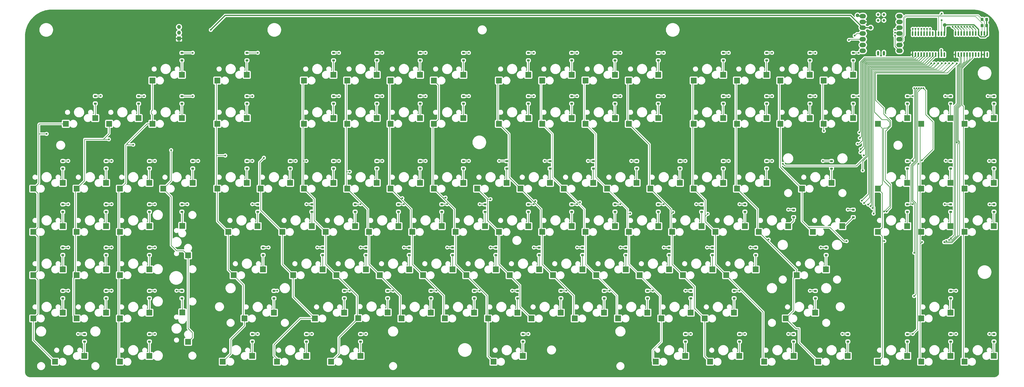
<source format=gbl>
%TF.GenerationSoftware,KiCad,Pcbnew,7.0.5*%
%TF.CreationDate,2023-06-23T10:17:56-04:00*%
%TF.ProjectId,keyboard_mk1,6b657962-6f61-4726-945f-6d6b312e6b69,rev?*%
%TF.SameCoordinates,Original*%
%TF.FileFunction,Copper,L2,Bot*%
%TF.FilePolarity,Positive*%
%FSLAX46Y46*%
G04 Gerber Fmt 4.6, Leading zero omitted, Abs format (unit mm)*
G04 Created by KiCad (PCBNEW 7.0.5) date 2023-06-23 10:17:56*
%MOMM*%
%LPD*%
G01*
G04 APERTURE LIST*
G04 Aperture macros list*
%AMRoundRect*
0 Rectangle with rounded corners*
0 $1 Rounding radius*
0 $2 $3 $4 $5 $6 $7 $8 $9 X,Y pos of 4 corners*
0 Add a 4 corners polygon primitive as box body*
4,1,4,$2,$3,$4,$5,$6,$7,$8,$9,$2,$3,0*
0 Add four circle primitives for the rounded corners*
1,1,$1+$1,$2,$3*
1,1,$1+$1,$4,$5*
1,1,$1+$1,$6,$7*
1,1,$1+$1,$8,$9*
0 Add four rect primitives between the rounded corners*
20,1,$1+$1,$2,$3,$4,$5,0*
20,1,$1+$1,$4,$5,$6,$7,0*
20,1,$1+$1,$6,$7,$8,$9,0*
20,1,$1+$1,$8,$9,$2,$3,0*%
G04 Aperture macros list end*
%TA.AperFunction,SMDPad,CuDef*%
%ADD10R,2.550000X2.500000*%
%TD*%
%TA.AperFunction,SMDPad,CuDef*%
%ADD11R,2.500000X2.550000*%
%TD*%
%TA.AperFunction,ComponentPad*%
%ADD12O,1.700000X1.700000*%
%TD*%
%TA.AperFunction,ComponentPad*%
%ADD13R,1.700000X1.700000*%
%TD*%
%TA.AperFunction,SMDPad,CuDef*%
%ADD14RoundRect,0.225000X-0.375000X0.225000X-0.375000X-0.225000X0.375000X-0.225000X0.375000X0.225000X0*%
%TD*%
%TA.AperFunction,SMDPad,CuDef*%
%ADD15RoundRect,0.150000X0.150000X-0.875000X0.150000X0.875000X-0.150000X0.875000X-0.150000X-0.875000X0*%
%TD*%
%TA.AperFunction,SMDPad,CuDef*%
%ADD16O,2.748280X1.998980*%
%TD*%
%TA.AperFunction,SMDPad,CuDef*%
%ADD17O,1.016000X2.032000*%
%TD*%
%TA.AperFunction,SMDPad,CuDef*%
%ADD18C,1.143000*%
%TD*%
%TA.AperFunction,SMDPad,CuDef*%
%ADD19RoundRect,0.250000X-0.350000X-0.450000X0.350000X-0.450000X0.350000X0.450000X-0.350000X0.450000X0*%
%TD*%
%TA.AperFunction,ViaPad*%
%ADD20C,0.800000*%
%TD*%
%TA.AperFunction,ViaPad*%
%ADD21C,1.600000*%
%TD*%
%TA.AperFunction,Conductor*%
%ADD22C,0.250000*%
%TD*%
%TA.AperFunction,Conductor*%
%ADD23C,0.200000*%
%TD*%
%TA.AperFunction,Conductor*%
%ADD24C,0.500000*%
%TD*%
G04 APERTURE END LIST*
D10*
%TO.P,125K105,1*%
%TO.N,Net-(D100-A)*%
X743684243Y-152489490D03*
%TO.P,125K105,2*%
%TO.N,COL>*%
X730757243Y-155029490D03*
%TD*%
%TO.P,K57,1*%
%TO.N,Net-(D89-A)*%
X669865493Y-76289490D03*
%TO.P,K57,2*%
%TO.N,COLQ*%
X656938493Y-78829490D03*
%TD*%
%TO.P,K18,1*%
%TO.N,Net-(D113-A)*%
X788927993Y-47714490D03*
%TO.P,K18,2*%
%TO.N,COLX*%
X776000993Y-50254490D03*
%TD*%
%TO.P,2K106,1*%
%TO.N,Net-(D9-A)*%
X407927993Y-152489490D03*
%TO.P,2K106,2*%
%TO.N,COLA*%
X395000993Y-155029490D03*
%TD*%
%TO.P,K28,1*%
%TO.N,Net-(D44-A)*%
X555565493Y-47714490D03*
%TO.P,K28,2*%
%TO.N,COLJ*%
X542638493Y-50254490D03*
%TD*%
%TO.P,275K121,1*%
%TO.N,Net-(D98-A)*%
X729396743Y-133439490D03*
%TO.P,275K121,2*%
%TO.N,COL>*%
X716469743Y-135979490D03*
%TD*%
%TO.P,K21,1*%
%TO.N,Net-(D115-A)*%
X788927993Y-95339490D03*
%TO.P,K21,2*%
%TO.N,COLX*%
X776000993Y-97879490D03*
%TD*%
%TO.P,K29,1*%
%TO.N,Net-(D53-A)*%
X574615493Y-47714490D03*
%TO.P,K29,2*%
%TO.N,COLK*%
X561688493Y-50254490D03*
%TD*%
%TO.P,K67,1*%
%TO.N,Net-(D22-A)*%
X479365493Y-28664490D03*
%TO.P,K67,2*%
%TO.N,COLE*%
X466438493Y-31204490D03*
%TD*%
%TO.P,K35,1*%
%TO.N,Net-(D93-A)*%
X707965493Y-47714490D03*
%TO.P,K35,2*%
%TO.N,COL>*%
X695038493Y-50254490D03*
%TD*%
%TO.P,K42,1*%
%TO.N,Net-(D119-A)*%
X807977993Y-95339490D03*
%TO.P,K42,2*%
%TO.N,COLY*%
X795050993Y-97879490D03*
%TD*%
%TO.P,K49,1*%
%TO.N,Net-(D40-A)*%
X517465493Y-76289490D03*
%TO.P,K49,2*%
%TO.N,COLG*%
X504538493Y-78829490D03*
%TD*%
%TO.P,K44,1*%
%TO.N,Net-(D12-A)*%
X417452993Y-95339490D03*
%TO.P,K44,2*%
%TO.N,COLB*%
X404525993Y-97879490D03*
%TD*%
%TO.P,K55,1*%
%TO.N,Net-(D75-A)*%
X631765493Y-76289490D03*
%TO.P,K55,2*%
%TO.N,COLN*%
X618838493Y-78829490D03*
%TD*%
%TO.P,K95,1*%
%TO.N,Net-(D63-A)*%
X607952993Y-114389490D03*
%TO.P,K95,2*%
%TO.N,COLL*%
X595025993Y-116929490D03*
%TD*%
%TO.P,K17,1*%
%TO.N,Net-(D112-A)*%
X769877993Y-47714490D03*
%TO.P,K17,2*%
%TO.N,COLT*%
X756950993Y-50254490D03*
%TD*%
%TO.P,K53,1*%
%TO.N,Net-(D65-A)*%
X593665493Y-76289490D03*
%TO.P,K53,2*%
%TO.N,COLL*%
X580738493Y-78829490D03*
%TD*%
%TO.P,K27,1*%
%TO.N,Net-(D41-A)*%
X536515493Y-47714490D03*
%TO.P,K27,2*%
%TO.N,COLH*%
X523588493Y-50254490D03*
%TD*%
%TO.P,K59,1*%
%TO.N,Net-(D102-A)*%
X707965493Y-76289490D03*
%TO.P,K59,2*%
%TO.N,COL>*%
X695038493Y-78829490D03*
%TD*%
%TO.P,K6,1*%
%TO.N,Net-(D42-A)*%
X536515493Y-28664490D03*
%TO.P,K6,2*%
%TO.N,COLH*%
X523588493Y-31204490D03*
%TD*%
%TO.P,K2,1*%
%TO.N,Net-(D2-A)*%
X431740445Y-47714498D03*
%TO.P,K2,2*%
%TO.N,COLB*%
X418813445Y-50254498D03*
%TD*%
%TO.P,K52,1*%
%TO.N,Net-(D57-A)*%
X574615493Y-76289490D03*
%TO.P,K52,2*%
%TO.N,COLK*%
X561688493Y-78829490D03*
%TD*%
%TO.P,K96,1*%
%TO.N,Net-(D70-A)*%
X627002993Y-114389490D03*
%TO.P,K96,2*%
%TO.N,COLM*%
X614075993Y-116929490D03*
%TD*%
%TO.P,K69,1*%
%TO.N,Net-(D32-A)*%
X507940493Y-95339490D03*
%TO.P,K69,2*%
%TO.N,COLF*%
X495013493Y-97879490D03*
%TD*%
%TO.P,K61,1*%
%TO.N,Net-(D109-A)*%
X769877993Y-152489490D03*
%TO.P,K61,2*%
%TO.N,COLT*%
X756950993Y-155029490D03*
%TD*%
%TO.P,K14,1*%
%TO.N,Net-(D92-A)*%
X707965493Y-28664490D03*
%TO.P,K14,2*%
%TO.N,COL>*%
X695038493Y-31204490D03*
%TD*%
%TO.P,K23,1*%
%TO.N,Net-(D13-A)*%
X417452993Y-76289490D03*
%TO.P,K23,2*%
%TO.N,COLB*%
X404525993Y-78829490D03*
%TD*%
%TO.P,K92,1*%
%TO.N,Net-(D47-A)*%
X550802993Y-114389490D03*
%TO.P,K92,2*%
%TO.N,COLH*%
X537875993Y-116929490D03*
%TD*%
%TO.P,225K110,1*%
%TO.N,Net-(D27-A)*%
X491271743Y-133439490D03*
%TO.P,225K110,2*%
%TO.N,COLE*%
X478344743Y-135979490D03*
%TD*%
%TO.P,K63,1*%
%TO.N,Net-(D118-A)*%
X807977993Y-152489490D03*
%TO.P,K63,2*%
%TO.N,COLY*%
X795050993Y-155029490D03*
%TD*%
%TO.P,K94,1*%
%TO.N,Net-(D59-A)*%
X588902993Y-114389490D03*
%TO.P,K94,2*%
%TO.N,COLK*%
X575975993Y-116929490D03*
%TD*%
%TO.P,125K102,1*%
%TO.N,Net-(D84-A)*%
X672246743Y-152489490D03*
%TO.P,125K102,2*%
%TO.N,COLP*%
X659319743Y-155029490D03*
%TD*%
%TO.P,15K81,1*%
%TO.N,Net-(D108-A)*%
X741302993Y-95339490D03*
%TO.P,15K81,2*%
%TO.N,COLR*%
X728375993Y-97879490D03*
%TD*%
%TO.P,K20,1*%
%TO.N,Net-(D110-A)*%
X769877993Y-95339490D03*
%TO.P,K20,2*%
%TO.N,COLT*%
X756950993Y-97879490D03*
%TD*%
%TO.P,K80,1*%
%TO.N,Net-(D101-A)*%
X717490493Y-95339490D03*
%TO.P,K80,2*%
%TO.N,COL>*%
X704563493Y-97879490D03*
%TD*%
%TO.P,K72,1*%
%TO.N,Net-(D51-A)*%
X565090493Y-95339490D03*
%TO.P,K72,2*%
%TO.N,COLJ*%
X552163493Y-97879490D03*
%TD*%
%TO.P,K77,1*%
%TO.N,Net-(D81-A)*%
X660340493Y-95339490D03*
%TO.P,K77,2*%
%TO.N,COLP*%
X647413493Y-97879490D03*
%TD*%
%TO.P,K93,1*%
%TO.N,Net-(D50-A)*%
X569852993Y-114389490D03*
%TO.P,K93,2*%
%TO.N,COLJ*%
X556925993Y-116929490D03*
%TD*%
%TO.P,K33,1*%
%TO.N,Net-(D79-A)*%
X660340493Y-47714490D03*
%TO.P,K33,2*%
%TO.N,COLQ*%
X647413493Y-50254490D03*
%TD*%
%TO.P,K116,1*%
%TO.N,Net-(D62-A)*%
X617477993Y-133439490D03*
%TO.P,K116,2*%
%TO.N,COLL*%
X604550993Y-135979490D03*
%TD*%
%TO.P,K54,1*%
%TO.N,Net-(D68-A)*%
X612715493Y-76289490D03*
%TO.P,K54,2*%
%TO.N,COLM*%
X599788493Y-78829490D03*
%TD*%
%TO.P,K76,1*%
%TO.N,Net-(D74-A)*%
X641290493Y-95339490D03*
%TO.P,K76,2*%
%TO.N,COLN*%
X628363493Y-97879490D03*
%TD*%
%TO.P,K16,1*%
%TO.N,Net-(D105-A)*%
X746065493Y-28664490D03*
%TO.P,K16,2*%
%TO.N,COLS*%
X733138493Y-31204490D03*
%TD*%
%TO.P,K26,1*%
%TO.N,Net-(D30-A)*%
X517465493Y-47714490D03*
%TO.P,K26,2*%
%TO.N,COLG*%
X504538493Y-50254490D03*
%TD*%
%TO.P,125K83,1*%
%TO.N,Net-(D35-A)*%
X505559243Y-152489490D03*
%TO.P,125K83,2*%
%TO.N,COLF*%
X492632243Y-155029490D03*
%TD*%
%TO.P,K74,1*%
%TO.N,Net-(D64-A)*%
X603190493Y-95339490D03*
%TO.P,K74,2*%
%TO.N,COLL*%
X590263493Y-97879490D03*
%TD*%
%TO.P,K9,1*%
%TO.N,Net-(D55-A)*%
X603190493Y-28664490D03*
%TO.P,K9,2*%
%TO.N,COLM*%
X590263493Y-31204490D03*
%TD*%
%TO.P,K19,1*%
%TO.N,Net-(D121-A)*%
X807977993Y-47714490D03*
%TO.P,K19,2*%
%TO.N,COLY*%
X795050993Y-50254490D03*
%TD*%
D11*
%TO.P,2K88,1*%
%TO.N,Net-(D19-A)*%
X451007993Y-133339490D03*
%TO.P,2K88,2*%
%TO.N,COLD*%
X453547993Y-146266490D03*
%TD*%
D10*
%TO.P,K12,1*%
%TO.N,Net-(D78-A)*%
X660340493Y-28664490D03*
%TO.P,K12,2*%
%TO.N,COLQ*%
X647413493Y-31204490D03*
%TD*%
%TO.P,K70,1*%
%TO.N,Net-(D39-A)*%
X526990493Y-95339490D03*
%TO.P,K70,2*%
%TO.N,COLG*%
X514063493Y-97879490D03*
%TD*%
%TO.P,K79,1*%
%TO.N,Net-(D95-A)*%
X698440493Y-95339490D03*
%TO.P,K79,2*%
%TO.N,COL<*%
X685513493Y-97879490D03*
%TD*%
%TO.P,K34,1*%
%TO.N,Net-(D90-A)*%
X688915493Y-47714490D03*
%TO.P,K34,2*%
%TO.N,COL<*%
X675988493Y-50254490D03*
%TD*%
%TO.P,K99,1*%
%TO.N,Net-(D87-A)*%
X684152993Y-114389490D03*
%TO.P,K99,2*%
%TO.N,COLQ*%
X671225993Y-116929490D03*
%TD*%
%TO.P,125K103,1*%
%TO.N,Net-(D85-A)*%
X696059243Y-152489490D03*
%TO.P,125K103,2*%
%TO.N,COLQ*%
X683132243Y-155029490D03*
%TD*%
%TO.P,K100,1*%
%TO.N,Net-(D96-A)*%
X703202993Y-114389490D03*
%TO.P,K100,2*%
%TO.N,COL<*%
X690275993Y-116929490D03*
%TD*%
%TO.P,K22,1*%
%TO.N,Net-(D5-A)*%
X398402993Y-76289490D03*
%TO.P,K22,2*%
%TO.N,COLA*%
X385475993Y-78829490D03*
%TD*%
%TO.P,K64,1*%
%TO.N,Net-(D7-A)*%
X398402993Y-114389490D03*
%TO.P,K64,2*%
%TO.N,COLA*%
X385475993Y-116929490D03*
%TD*%
%TO.P,K118,1*%
%TO.N,Net-(D72-A)*%
X655577993Y-133439490D03*
%TO.P,K118,2*%
%TO.N,COLN*%
X642650993Y-135979490D03*
%TD*%
%TO.P,K75,1*%
%TO.N,Net-(D69-A)*%
X622240493Y-95339490D03*
%TO.P,K75,2*%
%TO.N,COLM*%
X609313493Y-97879490D03*
%TD*%
%TO.P,625K109,1*%
%TO.N,Net-(D61-A)*%
X600809243Y-152489490D03*
%TO.P,625K109,2*%
%TO.N,COLK*%
X587882243Y-155029490D03*
%TD*%
%TO.P,K85,1*%
%TO.N,Net-(D8-A)*%
X398402993Y-133439490D03*
%TO.P,K85,2*%
%TO.N,COLA*%
X385475993Y-135979490D03*
%TD*%
%TO.P,K40,1*%
%TO.N,Net-(D120-A)*%
X807977993Y-76289490D03*
%TO.P,K40,2*%
%TO.N,COLY*%
X795050993Y-78829490D03*
%TD*%
%TO.P,K117,1*%
%TO.N,Net-(D71-A)*%
X636527993Y-133439490D03*
%TO.P,K117,2*%
%TO.N,COLM*%
X623600993Y-135979490D03*
%TD*%
%TO.P,K15,1*%
%TO.N,Net-(D104-A)*%
X727015493Y-28664490D03*
%TO.P,K15,2*%
%TO.N,COLR*%
X714088493Y-31204490D03*
%TD*%
%TO.P,K66,1*%
%TO.N,Net-(D16-A)*%
X436502993Y-114389490D03*
%TO.P,K66,2*%
%TO.N,COLC*%
X423575993Y-116929490D03*
%TD*%
%TO.P,K24,1*%
%TO.N,Net-(D14-A)*%
X436502993Y-76289490D03*
%TO.P,K24,2*%
%TO.N,COLC*%
X423575993Y-78829490D03*
%TD*%
%TO.P,K87,1*%
%TO.N,Net-(D17-A)*%
X436502993Y-133439490D03*
%TO.P,K87,2*%
%TO.N,COLC*%
X423575993Y-135979490D03*
%TD*%
%TO.P,K32,1*%
%TO.N,Net-(D76-A)*%
X641290493Y-47714490D03*
%TO.P,K32,2*%
%TO.N,COLP*%
X628363493Y-50254490D03*
%TD*%
%TO.P,K111,1*%
%TO.N,Net-(D34-A)*%
X522227993Y-133439490D03*
%TO.P,K111,2*%
%TO.N,COLF*%
X509300993Y-135979490D03*
%TD*%
%TO.P,K31,1*%
%TO.N,Net-(D67-A)*%
X622240493Y-47714490D03*
%TO.P,K31,2*%
%TO.N,COLN*%
X609313493Y-50254490D03*
%TD*%
%TO.P,125K82,1*%
%TO.N,Net-(D28-A)*%
X481746743Y-152489490D03*
%TO.P,125K82,2*%
%TO.N,COLE*%
X468819743Y-155029490D03*
%TD*%
%TO.P,K1,1*%
%TO.N,Net-(D1-A)*%
X412690429Y-47714498D03*
%TO.P,K1,2*%
%TO.N,COLA*%
X399763429Y-50254498D03*
%TD*%
%TO.P,K56,1*%
%TO.N,Net-(D80-A)*%
X650815493Y-76289490D03*
%TO.P,K56,2*%
%TO.N,COLP*%
X637888493Y-78829490D03*
%TD*%
%TO.P,225K101,1*%
%TO.N,Net-(D99-A)*%
X734159243Y-114389490D03*
%TO.P,225K101,2*%
%TO.N,COL>*%
X721232243Y-116929490D03*
%TD*%
%TO.P,K113,1*%
%TO.N,Net-(D48-A)*%
X560327993Y-133439490D03*
%TO.P,K113,2*%
%TO.N,COLH*%
X547400993Y-135979490D03*
%TD*%
%TO.P,K50,1*%
%TO.N,Net-(D45-A)*%
X536515493Y-76289490D03*
%TO.P,K50,2*%
%TO.N,COLH*%
X523588493Y-78829490D03*
%TD*%
%TO.P,K47,1*%
%TO.N,Net-(D24-A)*%
X479365493Y-76289490D03*
%TO.P,K47,2*%
%TO.N,COLE*%
X466438493Y-78829490D03*
%TD*%
%TO.P,K8,1*%
%TO.N,Net-(D54-A)*%
X574615493Y-28664490D03*
%TO.P,K8,2*%
%TO.N,COLK*%
X561688493Y-31204490D03*
%TD*%
%TO.P,K90,1*%
%TO.N,Net-(D33-A)*%
X512702993Y-114389490D03*
%TO.P,K90,2*%
%TO.N,COLF*%
X499775993Y-116929490D03*
%TD*%
%TO.P,K62,1*%
%TO.N,Net-(D117-A)*%
X788927993Y-152489490D03*
%TO.P,K62,2*%
%TO.N,COLX*%
X776000993Y-155029490D03*
%TD*%
%TO.P,K119,1*%
%TO.N,Net-(D83-A)*%
X674627993Y-133439490D03*
%TO.P,K119,2*%
%TO.N,COLP*%
X661700993Y-135979490D03*
%TD*%
%TO.P,K36,1*%
%TO.N,Net-(D103-A)*%
X727015493Y-47714490D03*
%TO.P,K36,2*%
%TO.N,COLR*%
X714088493Y-50254490D03*
%TD*%
%TO.P,K25,1*%
%TO.N,Net-(D21-A)*%
X455552993Y-76289490D03*
%TO.P,K25,2*%
%TO.N,COLD*%
X442625993Y-78829490D03*
%TD*%
%TO.P,K3,1*%
%TO.N,Net-(D4-A)*%
X450790493Y-47714498D03*
%TO.P,K3,2*%
%TO.N,COLC*%
X437863493Y-50254498D03*
%TD*%
D12*
%TO.P,SW1,A,A*%
%TO.N,Net-(R8-Pad1)*%
X449580000Y-7620000D03*
%TO.P,SW1,B,B*%
%TO.N,Net-(R6-Pad1)*%
X449580000Y-10160000D03*
D13*
%TO.P,SW1,C,C*%
%TO.N,GND*%
X449580000Y-12700000D03*
%TD*%
D10*
%TO.P,K97,1*%
%TO.N,Net-(D73-A)*%
X646052993Y-114389490D03*
%TO.P,K97,2*%
%TO.N,COLN*%
X633125993Y-116929490D03*
%TD*%
%TO.P,K73,1*%
%TO.N,Net-(D58-A)*%
X584140493Y-95339490D03*
%TO.P,K73,2*%
%TO.N,COLK*%
X571213493Y-97879490D03*
%TD*%
%TO.P,K65,1*%
%TO.N,Net-(D11-A)*%
X417452993Y-114389490D03*
%TO.P,K65,2*%
%TO.N,COLB*%
X404525993Y-116929490D03*
%TD*%
%TO.P,125K84,1*%
%TO.N,Net-(D36-A)*%
X529371743Y-152489490D03*
%TO.P,125K84,2*%
%TO.N,COLG*%
X516444743Y-155029490D03*
%TD*%
%TO.P,K91,1*%
%TO.N,Net-(D38-A)*%
X531752993Y-114389490D03*
%TO.P,K91,2*%
%TO.N,COLG*%
X518825993Y-116929490D03*
%TD*%
%TO.P,125K104,1*%
%TO.N,Net-(D97-A)*%
X719871743Y-152489490D03*
%TO.P,125K104,2*%
%TO.N,COL<*%
X706944743Y-155029490D03*
%TD*%
%TO.P,K11,1*%
%TO.N,Net-(D77-A)*%
X641290493Y-28664490D03*
%TO.P,K11,2*%
%TO.N,COLP*%
X628363493Y-31204490D03*
%TD*%
%TO.P,K48,1*%
%TO.N,Net-(D31-A)*%
X498415493Y-76289490D03*
%TO.P,K48,2*%
%TO.N,COLF*%
X485488493Y-78829490D03*
%TD*%
%TO.P,K120,1*%
%TO.N,Net-(D86-A)*%
X693677993Y-133439490D03*
%TO.P,K120,2*%
%TO.N,COLQ*%
X680750993Y-135979490D03*
%TD*%
%TO.P,K45,1*%
%TO.N,Net-(D15-A)*%
X436502993Y-95339490D03*
%TO.P,K45,2*%
%TO.N,COLC*%
X423575993Y-97879490D03*
%TD*%
%TO.P,K71,1*%
%TO.N,Net-(D46-A)*%
X546040493Y-95339490D03*
%TO.P,K71,2*%
%TO.N,COLH*%
X533113493Y-97879490D03*
%TD*%
%TO.P,K43,1*%
%TO.N,Net-(D6-A)*%
X398402993Y-95339490D03*
%TO.P,K43,2*%
%TO.N,COLA*%
X385475993Y-97879490D03*
%TD*%
D11*
%TO.P,2K46,1*%
%TO.N,Net-(D20-A)*%
X451007993Y-95239490D03*
%TO.P,2K46,2*%
%TO.N,COLD*%
X453547993Y-108166490D03*
%TD*%
D10*
%TO.P,K7,1*%
%TO.N,Net-(D43-A)*%
X555565493Y-28664490D03*
%TO.P,K7,2*%
%TO.N,COLJ*%
X542638493Y-31204490D03*
%TD*%
%TO.P,K78,1*%
%TO.N,Net-(D88-A)*%
X679390493Y-95339490D03*
%TO.P,K78,2*%
%TO.N,COLQ*%
X666463493Y-97879490D03*
%TD*%
%TO.P,K114,1*%
%TO.N,Net-(D49-A)*%
X579377993Y-133439490D03*
%TO.P,K114,2*%
%TO.N,COLJ*%
X566450993Y-135979490D03*
%TD*%
%TO.P,K41,1*%
%TO.N,Net-(D116-A)*%
X788927993Y-133439490D03*
%TO.P,K41,2*%
%TO.N,COLX*%
X776000993Y-135979490D03*
%TD*%
%TO.P,K108,1*%
%TO.N,Net-(D18-A)*%
X436502993Y-152489490D03*
%TO.P,K108,2*%
%TO.N,COLC*%
X423575993Y-155029490D03*
%TD*%
%TO.P,K10,1*%
%TO.N,Net-(D66-A)*%
X622240493Y-28664490D03*
%TO.P,K10,2*%
%TO.N,COLN*%
X609313493Y-31204490D03*
%TD*%
%TO.P,K13,1*%
%TO.N,Net-(D91-A)*%
X688915493Y-28664490D03*
%TO.P,K13,2*%
%TO.N,COL<*%
X675988493Y-31204490D03*
%TD*%
%TO.P,2K60,1*%
%TO.N,Net-(D107-A)*%
X736540493Y-76289490D03*
%TO.P,2K60,2*%
%TO.N,COLR*%
X723613493Y-78829490D03*
%TD*%
%TO.P,K115,1*%
%TO.N,Net-(D60-A)*%
X598427993Y-133439490D03*
%TO.P,K115,2*%
%TO.N,COLK*%
X585500993Y-135979490D03*
%TD*%
%TO.P,K98,1*%
%TO.N,Net-(D82-A)*%
X665102993Y-114389490D03*
%TO.P,K98,2*%
%TO.N,COLP*%
X652175993Y-116929490D03*
%TD*%
%TO.P,K58,1*%
%TO.N,Net-(D94-A)*%
X688915493Y-76289490D03*
%TO.P,K58,2*%
%TO.N,COL<*%
X675988493Y-78829490D03*
%TD*%
%TO.P,15K68,1*%
%TO.N,Net-(D25-A)*%
X484127993Y-95339490D03*
%TO.P,15K68,2*%
%TO.N,COLE*%
X471200993Y-97879490D03*
%TD*%
%TO.P,K37,1*%
%TO.N,Net-(D106-A)*%
X746065493Y-47714490D03*
%TO.P,K37,2*%
%TO.N,COLS*%
X733138493Y-50254490D03*
%TD*%
%TO.P,K112,1*%
%TO.N,Net-(D37-A)*%
X541336743Y-133280740D03*
%TO.P,K112,2*%
%TO.N,COLG*%
X528409743Y-135820740D03*
%TD*%
%TO.P,K30,1*%
%TO.N,Net-(D56-A)*%
X603190493Y-47714490D03*
%TO.P,K30,2*%
%TO.N,COLM*%
X590263493Y-50254490D03*
%TD*%
%TO.P,K86,1*%
%TO.N,Net-(D10-A)*%
X417452993Y-133439490D03*
%TO.P,K86,2*%
%TO.N,COLB*%
X404525993Y-135979490D03*
%TD*%
%TO.P,K5,1*%
%TO.N,Net-(D29-A)*%
X517465493Y-28664490D03*
%TO.P,K5,2*%
%TO.N,COLG*%
X504538493Y-31204490D03*
%TD*%
%TO.P,175K89,1*%
%TO.N,Net-(D26-A)*%
X486509243Y-114389490D03*
%TO.P,175K89,2*%
%TO.N,COLE*%
X473582243Y-116929490D03*
%TD*%
%TO.P,K38,1*%
%TO.N,Net-(D111-A)*%
X769877993Y-76289490D03*
%TO.P,K38,2*%
%TO.N,COLT*%
X756950993Y-78829490D03*
%TD*%
%TO.P,K4,1*%
%TO.N,Net-(D3-A)*%
X450790493Y-28664490D03*
%TO.P,K4,2*%
%TO.N,COLC*%
X437863493Y-31204490D03*
%TD*%
%TO.P,K39,1*%
%TO.N,Net-(D114-A)*%
X788927993Y-76289490D03*
%TO.P,K39,2*%
%TO.N,COLX*%
X776000993Y-78829490D03*
%TD*%
%TO.P,K107,1*%
%TO.N,Net-(D23-A)*%
X479365493Y-47714490D03*
%TO.P,K107,2*%
%TO.N,COLE*%
X466438493Y-50254490D03*
%TD*%
%TO.P,K51,1*%
%TO.N,Net-(D52-A)*%
X555565493Y-76289490D03*
%TO.P,K51,2*%
%TO.N,COLJ*%
X542638493Y-78829490D03*
%TD*%
D14*
%TO.P,D10,1,K*%
%TO.N,ROW5*%
X417511743Y-123805740D03*
%TO.P,D10,2,A*%
%TO.N,Net-(D10-A)*%
X417511743Y-127105740D03*
%TD*%
%TO.P,D77,1,K*%
%TO.N,ROW0*%
X641349243Y-19030740D03*
%TO.P,D77,2,A*%
%TO.N,Net-(D77-A)*%
X641349243Y-22330740D03*
%TD*%
%TO.P,D108,1,K*%
%TO.N,ROW3*%
X746124243Y-88086990D03*
%TO.P,D108,2,A*%
%TO.N,Net-(D108-A)*%
X746124243Y-91386990D03*
%TD*%
%TO.P,D47,1,K*%
%TO.N,ROW4*%
X550861743Y-104755740D03*
%TO.P,D47,2,A*%
%TO.N,Net-(D47-A)*%
X550861743Y-108055740D03*
%TD*%
%TO.P,D117,1,K*%
%TO.N,ROW6*%
X788986743Y-142855740D03*
%TO.P,D117,2,A*%
%TO.N,Net-(D117-A)*%
X788986743Y-146155740D03*
%TD*%
%TO.P,D16,1,K*%
%TO.N,ROW4*%
X436561743Y-104755740D03*
%TO.P,D16,2,A*%
%TO.N,Net-(D16-A)*%
X436561743Y-108055740D03*
%TD*%
%TO.P,D85,1,K*%
%TO.N,ROW6*%
X696117993Y-142855740D03*
%TO.P,D85,2,A*%
%TO.N,Net-(D85-A)*%
X696117993Y-146155740D03*
%TD*%
%TO.P,D30,1,K*%
%TO.N,ROW1*%
X517524243Y-38080740D03*
%TO.P,D30,2,A*%
%TO.N,Net-(D30-A)*%
X517524243Y-41380740D03*
%TD*%
%TO.P,D102,1,K*%
%TO.N,ROW2*%
X708024243Y-66655740D03*
%TO.P,D102,2,A*%
%TO.N,Net-(D102-A)*%
X708024243Y-69955740D03*
%TD*%
%TO.P,D20,1,K*%
%TO.N,ROW3*%
X450849243Y-85705740D03*
%TO.P,D20,2,A*%
%TO.N,Net-(D20-A)*%
X450849243Y-89005740D03*
%TD*%
%TO.P,D73,1,K*%
%TO.N,ROW4*%
X646111743Y-104755740D03*
%TO.P,D73,2,A*%
%TO.N,Net-(D73-A)*%
X646111743Y-108055740D03*
%TD*%
%TO.P,D92,1,K*%
%TO.N,ROW0*%
X708024243Y-19030740D03*
%TO.P,D92,2,A*%
%TO.N,Net-(D92-A)*%
X708024243Y-22330740D03*
%TD*%
%TO.P,D100,1,K*%
%TO.N,ROW6*%
X743742993Y-142855740D03*
%TO.P,D100,2,A*%
%TO.N,Net-(D100-A)*%
X743742993Y-146155740D03*
%TD*%
%TO.P,D2,1,K*%
%TO.N,ROW1*%
X431799202Y-38080742D03*
%TO.P,D2,2,A*%
%TO.N,Net-(D2-A)*%
X431799202Y-41380742D03*
%TD*%
%TO.P,D70,1,K*%
%TO.N,ROW4*%
X627061743Y-104755740D03*
%TO.P,D70,2,A*%
%TO.N,Net-(D70-A)*%
X627061743Y-108055740D03*
%TD*%
%TO.P,D78,1,K*%
%TO.N,ROW0*%
X660399243Y-19030740D03*
%TO.P,D78,2,A*%
%TO.N,Net-(D78-A)*%
X660399243Y-22330740D03*
%TD*%
%TO.P,D8,1,K*%
%TO.N,ROW5*%
X398461743Y-123805740D03*
%TO.P,D8,2,A*%
%TO.N,Net-(D8-A)*%
X398461743Y-127105740D03*
%TD*%
D15*
%TO.P,U2,1,~{INT}*%
%TO.N,unconnected-(U2-~{INT}-Pad1)*%
X805084243Y-19755740D03*
%TO.P,U2,2,A1*%
%TO.N,GND*%
X803814243Y-19755740D03*
%TO.P,U2,3,A2*%
X802544243Y-19755740D03*
%TO.P,U2,4,IO0_0*%
%TO.N,unconnected-(U2-IO0_0-Pad4)*%
X801274243Y-19755740D03*
%TO.P,U2,5,IO0_1*%
%TO.N,unconnected-(U2-IO0_1-Pad5)*%
X800004243Y-19755740D03*
%TO.P,U2,6,IO0_2*%
%TO.N,COLY*%
X798734243Y-19755740D03*
%TO.P,U2,7,IO0_3*%
%TO.N,COLX*%
X797464243Y-19755740D03*
%TO.P,U2,8,IO0_4*%
%TO.N,COLT*%
X796194243Y-19755740D03*
%TO.P,U2,9,IO0_5*%
%TO.N,COLS*%
X794924243Y-19755740D03*
%TO.P,U2,10,IO0_6*%
%TO.N,COLR*%
X793654243Y-19755740D03*
%TO.P,U2,11,IO0_7*%
%TO.N,COL>*%
X792384243Y-19755740D03*
%TO.P,U2,12,VSS*%
%TO.N,GND*%
X791114243Y-19755740D03*
%TO.P,U2,13,IO1_0*%
%TO.N,COLJ*%
X791114243Y-10455740D03*
%TO.P,U2,14,IO1_1*%
%TO.N,COLK*%
X792384243Y-10455740D03*
%TO.P,U2,15,IO1_2*%
%TO.N,COLL*%
X793654243Y-10455740D03*
%TO.P,U2,16,IO1_3*%
%TO.N,COLM*%
X794924243Y-10455740D03*
%TO.P,U2,17,IO1_4*%
%TO.N,COLN*%
X796194243Y-10455740D03*
%TO.P,U2,18,IO1_5*%
%TO.N,COLP*%
X797464243Y-10455740D03*
%TO.P,U2,19,IO1_6*%
%TO.N,COLQ*%
X798734243Y-10455740D03*
%TO.P,U2,20,IO1_7*%
%TO.N,COL<*%
X800004243Y-10455740D03*
%TO.P,U2,21,A0*%
%TO.N,VCC*%
X801274243Y-10455740D03*
%TO.P,U2,22,SCL*%
%TO.N,I2C_N*%
X802544243Y-10455740D03*
%TO.P,U2,23,SDA*%
%TO.N,I2C_P*%
X803814243Y-10455740D03*
%TO.P,U2,24,VDD*%
%TO.N,VCC*%
X805084243Y-10455740D03*
%TD*%
D14*
%TO.P,D43,1,K*%
%TO.N,ROW0*%
X555624243Y-19030740D03*
%TO.P,D43,2,A*%
%TO.N,Net-(D43-A)*%
X555624243Y-22330740D03*
%TD*%
%TO.P,D107,1,K*%
%TO.N,ROW2*%
X736599243Y-66655740D03*
%TO.P,D107,2,A*%
%TO.N,Net-(D107-A)*%
X736599243Y-69955740D03*
%TD*%
%TO.P,D34,1,K*%
%TO.N,ROW5*%
X522286743Y-123805740D03*
%TO.P,D34,2,A*%
%TO.N,Net-(D34-A)*%
X522286743Y-127105740D03*
%TD*%
%TO.P,D95,1,K*%
%TO.N,ROW3*%
X698499243Y-85705740D03*
%TO.P,D95,2,A*%
%TO.N,Net-(D95-A)*%
X698499243Y-89005740D03*
%TD*%
%TO.P,D49,1,K*%
%TO.N,ROW5*%
X579436743Y-123805740D03*
%TO.P,D49,2,A*%
%TO.N,Net-(D49-A)*%
X579436743Y-127105740D03*
%TD*%
%TO.P,D64,1,K*%
%TO.N,ROW3*%
X603249243Y-85705740D03*
%TO.P,D64,2,A*%
%TO.N,Net-(D64-A)*%
X603249243Y-89005740D03*
%TD*%
%TO.P,D39,1,K*%
%TO.N,ROW3*%
X527049243Y-85705740D03*
%TO.P,D39,2,A*%
%TO.N,Net-(D39-A)*%
X527049243Y-89005740D03*
%TD*%
%TO.P,D59,1,K*%
%TO.N,ROW4*%
X588961743Y-104755740D03*
%TO.P,D59,2,A*%
%TO.N,Net-(D59-A)*%
X588961743Y-108055740D03*
%TD*%
%TO.P,D5,1,K*%
%TO.N,ROW2*%
X398461743Y-66655740D03*
%TO.P,D5,2,A*%
%TO.N,Net-(D5-A)*%
X398461743Y-69955740D03*
%TD*%
%TO.P,D61,1,K*%
%TO.N,ROW6*%
X600867993Y-142855740D03*
%TO.P,D61,2,A*%
%TO.N,Net-(D61-A)*%
X600867993Y-146155740D03*
%TD*%
%TO.P,D82,1,K*%
%TO.N,ROW4*%
X665161743Y-104755740D03*
%TO.P,D82,2,A*%
%TO.N,Net-(D82-A)*%
X665161743Y-108055740D03*
%TD*%
%TO.P,D33,1,K*%
%TO.N,ROW4*%
X512761743Y-104755740D03*
%TO.P,D33,2,A*%
%TO.N,Net-(D33-A)*%
X512761743Y-108055740D03*
%TD*%
%TO.P,D94,1,K*%
%TO.N,ROW2*%
X688974243Y-66655740D03*
%TO.P,D94,2,A*%
%TO.N,Net-(D94-A)*%
X688974243Y-69955740D03*
%TD*%
%TO.P,D25,1,K*%
%TO.N,ROW3*%
X484186743Y-85705740D03*
%TO.P,D25,2,A*%
%TO.N,Net-(D25-A)*%
X484186743Y-89005740D03*
%TD*%
%TO.P,D22,1,K*%
%TO.N,ROW0*%
X479424243Y-19030740D03*
%TO.P,D22,2,A*%
%TO.N,Net-(D22-A)*%
X479424243Y-22330740D03*
%TD*%
%TO.P,D121,1,K*%
%TO.N,ROW1*%
X808036743Y-38080740D03*
%TO.P,D121,2,A*%
%TO.N,Net-(D121-A)*%
X808036743Y-41380740D03*
%TD*%
%TO.P,D101,1,K*%
%TO.N,ROW3*%
X719930493Y-88086990D03*
%TO.P,D101,2,A*%
%TO.N,Net-(D101-A)*%
X719930493Y-91386990D03*
%TD*%
%TO.P,D27,1,K*%
%TO.N,ROW5*%
X491330493Y-123805740D03*
%TO.P,D27,2,A*%
%TO.N,Net-(D27-A)*%
X491330493Y-127105740D03*
%TD*%
%TO.P,D89,1,K*%
%TO.N,ROW2*%
X669924243Y-66655740D03*
%TO.P,D89,2,A*%
%TO.N,Net-(D89-A)*%
X669924243Y-69955740D03*
%TD*%
%TO.P,D56,1,K*%
%TO.N,ROW1*%
X603249243Y-38080740D03*
%TO.P,D56,2,A*%
%TO.N,Net-(D56-A)*%
X603249243Y-41380740D03*
%TD*%
%TO.P,D62,1,K*%
%TO.N,ROW5*%
X617536743Y-123805740D03*
%TO.P,D62,2,A*%
%TO.N,Net-(D62-A)*%
X617536743Y-127105740D03*
%TD*%
%TO.P,D15,1,K*%
%TO.N,ROW3*%
X436561743Y-85705740D03*
%TO.P,D15,2,A*%
%TO.N,Net-(D15-A)*%
X436561743Y-89005740D03*
%TD*%
%TO.P,D120,1,K*%
%TO.N,ROW2*%
X808036743Y-66655740D03*
%TO.P,D120,2,A*%
%TO.N,Net-(D120-A)*%
X808036743Y-69955740D03*
%TD*%
%TO.P,D35,1,K*%
%TO.N,ROW6*%
X505617993Y-142855740D03*
%TO.P,D35,2,A*%
%TO.N,Net-(D35-A)*%
X505617993Y-146155740D03*
%TD*%
%TO.P,D96,1,K*%
%TO.N,ROW4*%
X703261743Y-104755740D03*
%TO.P,D96,2,A*%
%TO.N,Net-(D96-A)*%
X703261743Y-108055740D03*
%TD*%
%TO.P,D40,1,K*%
%TO.N,ROW2*%
X517524243Y-66655740D03*
%TO.P,D40,2,A*%
%TO.N,Net-(D40-A)*%
X517524243Y-69955740D03*
%TD*%
%TO.P,D65,1,K*%
%TO.N,ROW2*%
X593724243Y-66655740D03*
%TO.P,D65,2,A*%
%TO.N,Net-(D65-A)*%
X593724243Y-69955740D03*
%TD*%
%TO.P,D58,1,K*%
%TO.N,ROW3*%
X584199243Y-85705740D03*
%TO.P,D58,2,A*%
%TO.N,Net-(D58-A)*%
X584199243Y-89005740D03*
%TD*%
%TO.P,D84,1,K*%
%TO.N,ROW6*%
X672305493Y-142855740D03*
%TO.P,D84,2,A*%
%TO.N,Net-(D84-A)*%
X672305493Y-146155740D03*
%TD*%
%TO.P,D105,1,K*%
%TO.N,ROW0*%
X746124243Y-19030740D03*
%TO.P,D105,2,A*%
%TO.N,Net-(D105-A)*%
X746124243Y-22330740D03*
%TD*%
%TO.P,D97,1,K*%
%TO.N,ROW6*%
X719930493Y-142855740D03*
%TO.P,D97,2,A*%
%TO.N,Net-(D97-A)*%
X719930493Y-146155740D03*
%TD*%
%TO.P,D81,1,K*%
%TO.N,ROW3*%
X660399243Y-85705740D03*
%TO.P,D81,2,A*%
%TO.N,Net-(D81-A)*%
X660399243Y-89005740D03*
%TD*%
%TO.P,D24,1,K*%
%TO.N,ROW2*%
X479424243Y-66655740D03*
%TO.P,D24,2,A*%
%TO.N,Net-(D24-A)*%
X479424243Y-69955740D03*
%TD*%
%TO.P,D114,1,K*%
%TO.N,ROW2*%
X788986743Y-66655740D03*
%TO.P,D114,2,A*%
%TO.N,Net-(D114-A)*%
X788986743Y-69955740D03*
%TD*%
%TO.P,D32,1,K*%
%TO.N,ROW3*%
X507999243Y-85705740D03*
%TO.P,D32,2,A*%
%TO.N,Net-(D32-A)*%
X507999243Y-89005740D03*
%TD*%
%TO.P,D55,1,K*%
%TO.N,ROW0*%
X603249243Y-19030740D03*
%TO.P,D55,2,A*%
%TO.N,Net-(D55-A)*%
X603249243Y-22330740D03*
%TD*%
%TO.P,D109,1,K*%
%TO.N,ROW6*%
X769936743Y-142855740D03*
%TO.P,D109,2,A*%
%TO.N,Net-(D109-A)*%
X769936743Y-146155740D03*
%TD*%
%TO.P,D21,1,K*%
%TO.N,ROW2*%
X455611743Y-66655740D03*
%TO.P,D21,2,A*%
%TO.N,Net-(D21-A)*%
X455611743Y-69955740D03*
%TD*%
%TO.P,D93,1,K*%
%TO.N,ROW1*%
X708024243Y-38080740D03*
%TO.P,D93,2,A*%
%TO.N,Net-(D93-A)*%
X708024243Y-41380740D03*
%TD*%
%TO.P,D104,1,K*%
%TO.N,ROW0*%
X727074243Y-19030740D03*
%TO.P,D104,2,A*%
%TO.N,Net-(D104-A)*%
X727074243Y-22330740D03*
%TD*%
%TO.P,D87,1,K*%
%TO.N,ROW4*%
X684211743Y-104755740D03*
%TO.P,D87,2,A*%
%TO.N,Net-(D87-A)*%
X684211743Y-108055740D03*
%TD*%
%TO.P,D29,1,K*%
%TO.N,ROW0*%
X517524243Y-19030740D03*
%TO.P,D29,2,A*%
%TO.N,Net-(D29-A)*%
X517524243Y-22330740D03*
%TD*%
%TO.P,D111,1,K*%
%TO.N,ROW2*%
X769936743Y-66655740D03*
%TO.P,D111,2,A*%
%TO.N,Net-(D111-A)*%
X769936743Y-69955740D03*
%TD*%
%TO.P,D110,1,K*%
%TO.N,ROW3*%
X769936743Y-85705740D03*
%TO.P,D110,2,A*%
%TO.N,Net-(D110-A)*%
X769936743Y-89005740D03*
%TD*%
%TO.P,D90,1,K*%
%TO.N,ROW1*%
X688974243Y-38080740D03*
%TO.P,D90,2,A*%
%TO.N,Net-(D90-A)*%
X688974243Y-41380740D03*
%TD*%
%TO.P,D113,1,K*%
%TO.N,ROW1*%
X788986743Y-38080740D03*
%TO.P,D113,2,A*%
%TO.N,Net-(D113-A)*%
X788986743Y-41380740D03*
%TD*%
%TO.P,D31,1,K*%
%TO.N,ROW2*%
X498474243Y-66655740D03*
%TO.P,D31,2,A*%
%TO.N,Net-(D31-A)*%
X498474243Y-69955740D03*
%TD*%
%TO.P,D60,1,K*%
%TO.N,ROW5*%
X598486743Y-123805740D03*
%TO.P,D60,2,A*%
%TO.N,Net-(D60-A)*%
X598486743Y-127105740D03*
%TD*%
%TO.P,D51,1,K*%
%TO.N,ROW3*%
X565149243Y-85705740D03*
%TO.P,D51,2,A*%
%TO.N,Net-(D51-A)*%
X565149243Y-89005740D03*
%TD*%
%TO.P,D106,1,K*%
%TO.N,ROW1*%
X746124243Y-38080740D03*
%TO.P,D106,2,A*%
%TO.N,Net-(D106-A)*%
X746124243Y-41380740D03*
%TD*%
%TO.P,D48,1,K*%
%TO.N,ROW5*%
X560386743Y-123805740D03*
%TO.P,D48,2,A*%
%TO.N,Net-(D48-A)*%
X560386743Y-127105740D03*
%TD*%
%TO.P,D11,1,K*%
%TO.N,ROW4*%
X417511743Y-104755740D03*
%TO.P,D11,2,A*%
%TO.N,Net-(D11-A)*%
X417511743Y-108055740D03*
%TD*%
D16*
%TO.P,U1,1,PA02_A0_D0*%
%TO.N,unconnected-(U1-PA02_A0_D0-Pad1)*%
X766499243Y-2845740D03*
%TO.P,U1,2,PA4_A1_D1*%
%TO.N,unconnected-(U1-PA4_A1_D1-Pad2)*%
X766499243Y-5385740D03*
%TO.P,U1,3,PA10_A2_D2*%
%TO.N,LED1*%
X766499243Y-7925740D03*
%TO.P,U1,4,PA11_A3_D3*%
%TO.N,LED2*%
X766499243Y-10465740D03*
%TO.P,U1,5,PA8_A4_D4_SDA*%
%TO.N,I2C_P*%
X766499243Y-13005740D03*
%TO.P,U1,6,PA9_A5_D5_SCL*%
%TO.N,I2C_N*%
X766499243Y-15545740D03*
%TO.P,U1,7,PB08_A6_D6_TX*%
%TO.N,LED3*%
X766499243Y-18085740D03*
%TO.P,U1,8,PB09_A7_D7_RX*%
%TO.N,unconnected-(U1-PB09_A7_D7_RX-Pad8)*%
X750334683Y-18085740D03*
%TO.P,U1,9,PA7_A8_D8_SCK*%
%TO.N,unconnected-(U1-PA7_A8_D8_SCK-Pad9)*%
X750334683Y-15545740D03*
%TO.P,U1,10,PA5_A9_D9_MISO*%
%TO.N,ENC_A*%
X750334683Y-13005740D03*
%TO.P,U1,11,PA6_A10_D10_MOSI*%
%TO.N,ENC_B*%
X750334683Y-10465740D03*
%TO.P,U1,12,3V3*%
%TO.N,VCC*%
X750334683Y-7925740D03*
%TO.P,U1,13,GND*%
%TO.N,GND*%
X750334683Y-5385740D03*
%TO.P,U1,14,5V*%
%TO.N,+5V*%
X750334683Y-2845740D03*
D17*
%TO.P,U1,15,5V*%
%TO.N,unconnected-(U1-5V-Pad15)*%
X759632363Y-19163560D03*
%TO.P,U1,16,GND*%
%TO.N,unconnected-(U1-GND-Pad16)*%
X757082363Y-19163560D03*
D18*
%TO.P,U1,17,PA31_SWDIO*%
%TO.N,unconnected-(U1-PA31_SWDIO-Pad17)*%
X759633560Y-2159373D03*
%TO.P,U1,18,PA30_SWCLK*%
%TO.N,unconnected-(U1-PA30_SWCLK-Pad18)*%
X757093560Y-2159373D03*
%TO.P,U1,19,RESET*%
%TO.N,unconnected-(U1-RESET-Pad19)*%
X759633560Y-4699373D03*
%TO.P,U1,20,GND*%
%TO.N,unconnected-(U1-GND-Pad20)*%
X757093560Y-4699373D03*
%TD*%
D14*
%TO.P,D6,1,K*%
%TO.N,ROW3*%
X398461743Y-85705740D03*
%TO.P,D6,2,A*%
%TO.N,Net-(D6-A)*%
X398461743Y-89005740D03*
%TD*%
D15*
%TO.P,U3,1,~{INT}*%
%TO.N,unconnected-(U3-~{INT}-Pad1)*%
X786209243Y-19805740D03*
%TO.P,U3,2,A1*%
%TO.N,VCC*%
X784939243Y-19805740D03*
%TO.P,U3,3,A2*%
%TO.N,GND*%
X783669243Y-19805740D03*
%TO.P,U3,4,IO0_0*%
%TO.N,COLH*%
X782399243Y-19805740D03*
%TO.P,U3,5,IO0_1*%
%TO.N,COLG*%
X781129243Y-19805740D03*
%TO.P,U3,6,IO0_2*%
%TO.N,COLF*%
X779859243Y-19805740D03*
%TO.P,U3,7,IO0_3*%
%TO.N,COLE*%
X778589243Y-19805740D03*
%TO.P,U3,8,IO0_4*%
%TO.N,COLD*%
X777319243Y-19805740D03*
%TO.P,U3,9,IO0_5*%
%TO.N,COLC*%
X776049243Y-19805740D03*
%TO.P,U3,10,IO0_6*%
%TO.N,COLB*%
X774779243Y-19805740D03*
%TO.P,U3,11,IO0_7*%
%TO.N,COLA*%
X773509243Y-19805740D03*
%TO.P,U3,12,VSS*%
%TO.N,GND*%
X772239243Y-19805740D03*
%TO.P,U3,13,IO1_0*%
%TO.N,ROW0*%
X772239243Y-10505740D03*
%TO.P,U3,14,IO1_1*%
%TO.N,ROW1*%
X773509243Y-10505740D03*
%TO.P,U3,15,IO1_2*%
%TO.N,ROW2*%
X774779243Y-10505740D03*
%TO.P,U3,16,IO1_3*%
%TO.N,ROW3*%
X776049243Y-10505740D03*
%TO.P,U3,17,IO1_4*%
%TO.N,ROW4*%
X777319243Y-10505740D03*
%TO.P,U3,18,IO1_5*%
%TO.N,ROW5*%
X778589243Y-10505740D03*
%TO.P,U3,19,IO1_6*%
%TO.N,ROW6*%
X779859243Y-10505740D03*
%TO.P,U3,20,IO1_7*%
%TO.N,unconnected-(U3-IO1_7-Pad20)*%
X781129243Y-10505740D03*
%TO.P,U3,21,A0*%
%TO.N,GND*%
X782399243Y-10505740D03*
%TO.P,U3,22,SCL*%
%TO.N,I2C_N*%
X783669243Y-10505740D03*
%TO.P,U3,23,SDA*%
%TO.N,I2C_P*%
X784939243Y-10505740D03*
%TO.P,U3,24,VDD*%
%TO.N,VCC*%
X786209243Y-10505740D03*
%TD*%
D14*
%TO.P,D18,1,K*%
%TO.N,ROW6*%
X436561743Y-142855740D03*
%TO.P,D18,2,A*%
%TO.N,Net-(D18-A)*%
X436561743Y-146155740D03*
%TD*%
%TO.P,D14,1,K*%
%TO.N,ROW2*%
X436561743Y-66655740D03*
%TO.P,D14,2,A*%
%TO.N,Net-(D14-A)*%
X436561743Y-69955740D03*
%TD*%
%TO.P,D37,1,K*%
%TO.N,ROW5*%
X541336743Y-123805740D03*
%TO.P,D37,2,A*%
%TO.N,Net-(D37-A)*%
X541336743Y-127105740D03*
%TD*%
%TO.P,D36,1,K*%
%TO.N,ROW6*%
X529430493Y-142855740D03*
%TO.P,D36,2,A*%
%TO.N,Net-(D36-A)*%
X529430493Y-146155740D03*
%TD*%
%TO.P,D98,1,K*%
%TO.N,ROW5*%
X729455493Y-123805740D03*
%TO.P,D98,2,A*%
%TO.N,Net-(D98-A)*%
X729455493Y-127105740D03*
%TD*%
%TO.P,D66,1,K*%
%TO.N,ROW0*%
X622299243Y-19030740D03*
%TO.P,D66,2,A*%
%TO.N,Net-(D66-A)*%
X622299243Y-22330740D03*
%TD*%
%TO.P,D13,1,K*%
%TO.N,ROW2*%
X417511743Y-66655740D03*
%TO.P,D13,2,A*%
%TO.N,Net-(D13-A)*%
X417511743Y-69955740D03*
%TD*%
D19*
%TO.P,R2,1*%
%TO.N,I2C_N*%
X802799243Y-7005740D03*
%TO.P,R2,2*%
%TO.N,VCC*%
X804799243Y-7005740D03*
%TD*%
D14*
%TO.P,D28,1,K*%
%TO.N,ROW6*%
X481805493Y-142855740D03*
%TO.P,D28,2,A*%
%TO.N,Net-(D28-A)*%
X481805493Y-146155740D03*
%TD*%
%TO.P,D23,1,K*%
%TO.N,ROW1*%
X479424243Y-38080740D03*
%TO.P,D23,2,A*%
%TO.N,Net-(D23-A)*%
X479424243Y-41380740D03*
%TD*%
%TO.P,D46,1,K*%
%TO.N,ROW3*%
X546099243Y-85705740D03*
%TO.P,D46,2,A*%
%TO.N,Net-(D46-A)*%
X546099243Y-89005740D03*
%TD*%
%TO.P,D17,1,K*%
%TO.N,ROW5*%
X436561743Y-123805740D03*
%TO.P,D17,2,A*%
%TO.N,Net-(D17-A)*%
X436561743Y-127105740D03*
%TD*%
%TO.P,D115,1,K*%
%TO.N,ROW3*%
X788986743Y-85705740D03*
%TO.P,D115,2,A*%
%TO.N,Net-(D115-A)*%
X788986743Y-89005740D03*
%TD*%
%TO.P,D119,1,K*%
%TO.N,ROW3*%
X808036743Y-85705740D03*
%TO.P,D119,2,A*%
%TO.N,Net-(D119-A)*%
X808036743Y-89005740D03*
%TD*%
%TO.P,D88,1,K*%
%TO.N,ROW3*%
X679449243Y-85705740D03*
%TO.P,D88,2,A*%
%TO.N,Net-(D88-A)*%
X679449243Y-89005740D03*
%TD*%
%TO.P,D19,1,K*%
%TO.N,ROW5*%
X450849243Y-123805740D03*
%TO.P,D19,2,A*%
%TO.N,Net-(D19-A)*%
X450849243Y-127105740D03*
%TD*%
%TO.P,D45,1,K*%
%TO.N,ROW2*%
X536574243Y-66655740D03*
%TO.P,D45,2,A*%
%TO.N,Net-(D45-A)*%
X536574243Y-69955740D03*
%TD*%
%TO.P,D76,1,K*%
%TO.N,ROW1*%
X641349243Y-38080740D03*
%TO.P,D76,2,A*%
%TO.N,Net-(D76-A)*%
X641349243Y-41380740D03*
%TD*%
%TO.P,D57,1,K*%
%TO.N,ROW2*%
X574674243Y-66655740D03*
%TO.P,D57,2,A*%
%TO.N,Net-(D57-A)*%
X574674243Y-69955740D03*
%TD*%
%TO.P,D9,1,K*%
%TO.N,ROW6*%
X407986743Y-142855740D03*
%TO.P,D9,2,A*%
%TO.N,Net-(D9-A)*%
X407986743Y-146155740D03*
%TD*%
%TO.P,D83,1,K*%
%TO.N,ROW5*%
X674686743Y-123805740D03*
%TO.P,D83,2,A*%
%TO.N,Net-(D83-A)*%
X674686743Y-127105740D03*
%TD*%
%TO.P,D7,1,K*%
%TO.N,ROW4*%
X398461743Y-104755740D03*
%TO.P,D7,2,A*%
%TO.N,Net-(D7-A)*%
X398461743Y-108055740D03*
%TD*%
%TO.P,D68,1,K*%
%TO.N,ROW2*%
X612774243Y-66655740D03*
%TO.P,D68,2,A*%
%TO.N,Net-(D68-A)*%
X612774243Y-69955740D03*
%TD*%
%TO.P,D26,1,K*%
%TO.N,ROW4*%
X486567993Y-104755740D03*
%TO.P,D26,2,A*%
%TO.N,Net-(D26-A)*%
X486567993Y-108055740D03*
%TD*%
%TO.P,D1,1,K*%
%TO.N,ROW1*%
X412749185Y-38030742D03*
%TO.P,D1,2,A*%
%TO.N,Net-(D1-A)*%
X412749185Y-41330742D03*
%TD*%
%TO.P,D50,1,K*%
%TO.N,ROW4*%
X569911743Y-104755740D03*
%TO.P,D50,2,A*%
%TO.N,Net-(D50-A)*%
X569911743Y-108055740D03*
%TD*%
%TO.P,D86,1,K*%
%TO.N,ROW5*%
X693736743Y-123805740D03*
%TO.P,D86,2,A*%
%TO.N,Net-(D86-A)*%
X693736743Y-127105740D03*
%TD*%
%TO.P,D54,1,K*%
%TO.N,ROW0*%
X574674243Y-19030740D03*
%TO.P,D54,2,A*%
%TO.N,Net-(D54-A)*%
X574674243Y-22330740D03*
%TD*%
%TO.P,D103,1,K*%
%TO.N,ROW1*%
X727074243Y-38080740D03*
%TO.P,D103,2,A*%
%TO.N,Net-(D103-A)*%
X727074243Y-41380740D03*
%TD*%
%TO.P,D99,1,K*%
%TO.N,ROW4*%
X734217993Y-104755740D03*
%TO.P,D99,2,A*%
%TO.N,Net-(D99-A)*%
X734217993Y-108055740D03*
%TD*%
%TO.P,D116,1,K*%
%TO.N,ROW5*%
X788986743Y-123805740D03*
%TO.P,D116,2,A*%
%TO.N,Net-(D116-A)*%
X788986743Y-127105740D03*
%TD*%
%TO.P,D74,1,K*%
%TO.N,ROW3*%
X641349243Y-85705740D03*
%TO.P,D74,2,A*%
%TO.N,Net-(D74-A)*%
X641349243Y-89005740D03*
%TD*%
%TO.P,D52,1,K*%
%TO.N,ROW2*%
X555624243Y-66655740D03*
%TO.P,D52,2,A*%
%TO.N,Net-(D52-A)*%
X555624243Y-69955740D03*
%TD*%
%TO.P,D69,1,K*%
%TO.N,ROW3*%
X622299243Y-85705740D03*
%TO.P,D69,2,A*%
%TO.N,Net-(D69-A)*%
X622299243Y-89005740D03*
%TD*%
%TO.P,D112,1,K*%
%TO.N,ROW1*%
X769936743Y-38080740D03*
%TO.P,D112,2,A*%
%TO.N,Net-(D112-A)*%
X769936743Y-41380740D03*
%TD*%
%TO.P,D41,1,K*%
%TO.N,ROW1*%
X536574243Y-38080740D03*
%TO.P,D41,2,A*%
%TO.N,Net-(D41-A)*%
X536574243Y-41380740D03*
%TD*%
%TO.P,D118,1,K*%
%TO.N,ROW6*%
X808036743Y-142855740D03*
%TO.P,D118,2,A*%
%TO.N,Net-(D118-A)*%
X808036743Y-146155740D03*
%TD*%
%TO.P,D72,1,K*%
%TO.N,ROW5*%
X655636743Y-123805740D03*
%TO.P,D72,2,A*%
%TO.N,Net-(D72-A)*%
X655636743Y-127105740D03*
%TD*%
%TO.P,D75,1,K*%
%TO.N,ROW2*%
X631824243Y-66655740D03*
%TO.P,D75,2,A*%
%TO.N,Net-(D75-A)*%
X631824243Y-69955740D03*
%TD*%
%TO.P,D53,1,K*%
%TO.N,ROW1*%
X574674243Y-38080740D03*
%TO.P,D53,2,A*%
%TO.N,Net-(D53-A)*%
X574674243Y-41380740D03*
%TD*%
%TO.P,D91,1,K*%
%TO.N,ROW0*%
X688974243Y-19030740D03*
%TO.P,D91,2,A*%
%TO.N,Net-(D91-A)*%
X688974243Y-22330740D03*
%TD*%
%TO.P,D44,1,K*%
%TO.N,ROW1*%
X555624243Y-38080740D03*
%TO.P,D44,2,A*%
%TO.N,Net-(D44-A)*%
X555624243Y-41380740D03*
%TD*%
%TO.P,D4,1,K*%
%TO.N,ROW1*%
X450849217Y-38080740D03*
%TO.P,D4,2,A*%
%TO.N,Net-(D4-A)*%
X450849217Y-41380740D03*
%TD*%
%TO.P,D80,1,K*%
%TO.N,ROW2*%
X650874243Y-66655740D03*
%TO.P,D80,2,A*%
%TO.N,Net-(D80-A)*%
X650874243Y-69955740D03*
%TD*%
%TO.P,D79,1,K*%
%TO.N,ROW1*%
X660399243Y-38080740D03*
%TO.P,D79,2,A*%
%TO.N,Net-(D79-A)*%
X660399243Y-41380740D03*
%TD*%
%TO.P,D71,1,K*%
%TO.N,ROW5*%
X636586743Y-123805740D03*
%TO.P,D71,2,A*%
%TO.N,Net-(D71-A)*%
X636586743Y-127105740D03*
%TD*%
%TO.P,D38,1,K*%
%TO.N,ROW4*%
X531811743Y-104755740D03*
%TO.P,D38,2,A*%
%TO.N,Net-(D38-A)*%
X531811743Y-108055740D03*
%TD*%
%TO.P,D3,1,K*%
%TO.N,ROW0*%
X450849243Y-19030740D03*
%TO.P,D3,2,A*%
%TO.N,Net-(D3-A)*%
X450849243Y-22330740D03*
%TD*%
%TO.P,D67,1,K*%
%TO.N,ROW1*%
X622299243Y-38080740D03*
%TO.P,D67,2,A*%
%TO.N,Net-(D67-A)*%
X622299243Y-41380740D03*
%TD*%
%TO.P,D42,1,K*%
%TO.N,ROW0*%
X536574243Y-19030740D03*
%TO.P,D42,2,A*%
%TO.N,Net-(D42-A)*%
X536574243Y-22330740D03*
%TD*%
%TO.P,D63,1,K*%
%TO.N,ROW4*%
X608011743Y-104755740D03*
%TO.P,D63,2,A*%
%TO.N,Net-(D63-A)*%
X608011743Y-108055740D03*
%TD*%
%TO.P,D12,1,K*%
%TO.N,ROW3*%
X417511743Y-85705740D03*
%TO.P,D12,2,A*%
%TO.N,Net-(D12-A)*%
X417511743Y-89005740D03*
%TD*%
D19*
%TO.P,R1,1*%
%TO.N,I2C_P*%
X802799243Y-4305740D03*
%TO.P,R1,2*%
%TO.N,VCC*%
X804799243Y-4305740D03*
%TD*%
D20*
%TO.N,COLD*%
X446086743Y-61843240D03*
X749399243Y-61305740D03*
%TO.N,COLR*%
X788340364Y-101430240D03*
X743199243Y-101930240D03*
%TO.N,COLA*%
X748799243Y-54105740D03*
X391317993Y-54699490D03*
%TO.N,COLE*%
X749300000Y-62865000D03*
X469899243Y-64224490D03*
%TO.N,COLB*%
X748999243Y-56505740D03*
X418702315Y-57080740D03*
%TO.N,COLC*%
X748030000Y-59055000D03*
X429417993Y-59461990D03*
%TO.N,COLF*%
X486899243Y-65205740D03*
X750699243Y-64105740D03*
%TO.N,COLG*%
X505617993Y-66605740D03*
X715199243Y-67905740D03*
%TO.N,COLP*%
X796188400Y-7518400D03*
X788299243Y-23605740D03*
X755099243Y-89805740D03*
X647999243Y-89705740D03*
%TO.N,COLQ*%
X666899243Y-89142090D03*
X797458400Y-7505740D03*
X759687493Y-88905740D03*
X789940000Y-23605740D03*
%TO.N,ROW3*%
X776099243Y-8405740D03*
X717549243Y-88036990D03*
X662760319Y-85675914D03*
X605610319Y-85675914D03*
X677067993Y-85655740D03*
X548460319Y-85675914D03*
X453230493Y-85655740D03*
X438942993Y-85655740D03*
X567510319Y-85675914D03*
X773998746Y-34605740D03*
X643727996Y-85658237D03*
X505617993Y-85655740D03*
X624677996Y-85658237D03*
X786399243Y-85655740D03*
X529410319Y-85675914D03*
X743742993Y-88036990D03*
X696117993Y-85655740D03*
X400842993Y-85655740D03*
X772317993Y-85655740D03*
X419892993Y-85655740D03*
X806099243Y-85705740D03*
X581817993Y-85655740D03*
X481805493Y-85655740D03*
%TO.N,COLK*%
X781799243Y-23605740D03*
X566799243Y-82730240D03*
X750899243Y-85105740D03*
X791108400Y-7505240D03*
%TO.N,ROW1*%
X519905493Y-38030740D03*
X710405493Y-38030740D03*
X415130435Y-37980742D03*
X577055493Y-38030740D03*
X434180452Y-38030742D03*
X558005493Y-38030740D03*
X662780493Y-38030740D03*
X805299243Y-38030740D03*
X538955493Y-38030740D03*
X691355493Y-38030740D03*
X729455493Y-38030740D03*
X455611743Y-38030740D03*
X772317993Y-38030740D03*
X624680493Y-38030740D03*
X605630493Y-38030740D03*
X643730493Y-38030740D03*
X786599243Y-38030740D03*
X773499243Y-8405740D03*
X481805493Y-38030740D03*
X748505493Y-38030740D03*
%TO.N,ROW0*%
X662780493Y-18980740D03*
X484186743Y-18980740D03*
X710405493Y-18980740D03*
X605630493Y-18980740D03*
X577055493Y-18980740D03*
X729455493Y-18980740D03*
X643730493Y-18980740D03*
X455611743Y-18980740D03*
X772299243Y-8405740D03*
X558005493Y-18980740D03*
X691355493Y-18980740D03*
X748505493Y-18980740D03*
X624680493Y-18980740D03*
X538955493Y-18980740D03*
X519905493Y-18980740D03*
%TO.N,ROW2*%
X710405493Y-66605740D03*
X772317993Y-66605740D03*
X691355493Y-66605740D03*
X772999243Y-34605740D03*
X419892993Y-66605740D03*
X500855493Y-66605740D03*
X558005493Y-66605740D03*
X629442993Y-66605740D03*
X786799243Y-66505740D03*
X438942993Y-66605740D03*
X774799243Y-8405740D03*
X457992993Y-66605740D03*
X577055493Y-66605740D03*
X610392993Y-66605740D03*
X481805493Y-66605740D03*
X672305493Y-66605740D03*
X538955493Y-66605740D03*
X805899243Y-66605740D03*
X648492993Y-66605740D03*
X590346800Y-66605240D03*
X732790000Y-66605740D03*
X519905493Y-66605740D03*
X400842993Y-66605740D03*
%TO.N,ROW4*%
X400842993Y-104705740D03*
X567530493Y-104705740D03*
X774998249Y-34605740D03*
X438942993Y-104705740D03*
X510380493Y-104705740D03*
X681830493Y-104705740D03*
X548480493Y-104705740D03*
X488949243Y-104705740D03*
X605630493Y-104705740D03*
X731836743Y-104705740D03*
X777299243Y-8405740D03*
X700880493Y-104705740D03*
X586580493Y-104705740D03*
X643730493Y-104705740D03*
X662780493Y-104705740D03*
X772999243Y-107086990D03*
X624680493Y-104705740D03*
X529430493Y-104705740D03*
X419892993Y-104705740D03*
%TO.N,ROW5*%
X772899243Y-126117590D03*
X696097819Y-123775914D03*
X672305493Y-123755740D03*
X492760000Y-123755740D03*
X638965496Y-123758237D03*
X778599243Y-8405740D03*
X658015496Y-123758237D03*
X400842993Y-123755740D03*
X438942993Y-123755740D03*
X543697819Y-123775914D03*
X448467993Y-123755740D03*
X727074243Y-123755740D03*
X562747819Y-123775914D03*
X581797819Y-123775914D03*
X791367993Y-123755740D03*
X775997752Y-34605740D03*
X619897819Y-123775914D03*
X524647819Y-123775914D03*
X596105493Y-123755740D03*
X419892993Y-123755740D03*
%TO.N,ROW6*%
X805999243Y-142805740D03*
X438942993Y-142805740D03*
X772317993Y-142805740D03*
X674686743Y-142805740D03*
X776299243Y-66305740D03*
X507999243Y-142805740D03*
X484186743Y-142805740D03*
X531811743Y-142805740D03*
X774788493Y-67905740D03*
X698499243Y-142805740D03*
X717549243Y-142805740D03*
X779899243Y-8405740D03*
X791367993Y-142805740D03*
X603249243Y-142805740D03*
X405130000Y-142805740D03*
X741361743Y-142805740D03*
X776999243Y-34605740D03*
%TO.N,COLH*%
X524667993Y-71368240D03*
X750299243Y-70805740D03*
%TO.N,COLJ*%
X547799243Y-83005740D03*
X780399243Y-23605740D03*
X789799243Y-7505740D03*
X749899243Y-84105740D03*
%TO.N,COLM*%
X753799243Y-86505740D03*
X785099243Y-23605740D03*
X793648400Y-7505740D03*
X606299243Y-84305740D03*
%TO.N,COLN*%
X625899243Y-84805740D03*
X786699243Y-23605740D03*
X794999243Y-7505740D03*
X754599243Y-87305740D03*
%TO.N,COLS*%
X791702493Y-58505740D03*
X733199243Y-53405740D03*
%TO.N,COLT*%
X787033194Y-101880240D03*
X759799243Y-101880240D03*
%TO.N,COLX*%
X786153580Y-102354880D03*
X776399243Y-102330240D03*
%TO.N,COLL*%
X783499243Y-23605740D03*
X586580493Y-83454740D03*
X792327600Y-7505240D03*
X752699243Y-85805740D03*
%TO.N,I2C_P*%
X784999243Y-1705740D03*
X784999243Y-4605740D03*
%TO.N,VCC*%
X463550000Y-8890000D03*
X784860000Y-17780000D03*
D21*
X753799243Y-7905740D03*
X786399243Y-6705740D03*
D20*
%TO.N,LED3*%
X764540000Y-11430000D03*
%TO.N,LED2*%
X764540000Y-10160000D03*
%TO.N,COL<*%
X682099243Y-89905740D03*
X760799243Y-88905740D03*
X791686672Y-23653328D03*
X798799243Y-7505740D03*
%TO.N,COL>*%
X708899243Y-101205740D03*
X789099243Y-100705740D03*
%TO.N,LED1*%
X764540000Y-8890000D03*
%TO.N,ENC_B*%
X746760000Y-11430000D03*
%TO.N,ENC_A*%
X744220000Y-13335000D03*
D21*
%TO.N,+5V*%
X748030000Y-2540000D03*
D20*
%TO.N,GND*%
X740410000Y-12700000D03*
D21*
X782218400Y-4572000D03*
D20*
X466090000Y-12700000D03*
D21*
X753399243Y-5405740D03*
%TD*%
D22*
%TO.N,Net-(D20-A)*%
X451007993Y-89214490D02*
X450849243Y-89055740D01*
X451007993Y-95239490D02*
X451007993Y-89214490D01*
%TO.N,COLD*%
X446086743Y-75368740D02*
X446086743Y-61843240D01*
X749399243Y-61305740D02*
X750580493Y-60124490D01*
X446099093Y-82302590D02*
X446099093Y-103785590D01*
X751708431Y-22505740D02*
X775045994Y-22505740D01*
X455422993Y-142187840D02*
X455422993Y-144391490D01*
X453547993Y-108166490D02*
X453547993Y-140312840D01*
X777319243Y-20232491D02*
X777319243Y-19805740D01*
X455422993Y-144391490D02*
X453547993Y-146266490D01*
X750580493Y-60124490D02*
X750580493Y-23633678D01*
X442625993Y-78829490D02*
X446086743Y-75368740D01*
X451535993Y-106154490D02*
X453547993Y-108166490D01*
X750580493Y-23633678D02*
X751708431Y-22505740D01*
X453547993Y-140312840D02*
X455422993Y-142187840D01*
X448467993Y-106154490D02*
X451535993Y-106154490D01*
X446099093Y-103785590D02*
X448467993Y-106154490D01*
X775045994Y-22505740D02*
X777319243Y-20232491D01*
X442625993Y-78829490D02*
X446099093Y-82302590D01*
%TO.N,Net-(D107-A)*%
X736540493Y-70064490D02*
X736599243Y-70005740D01*
X736540493Y-76289490D02*
X736540493Y-70064490D01*
%TO.N,COLR*%
X714088493Y-50254490D02*
X713600493Y-49766490D01*
X790977993Y-99852295D02*
X790977993Y-42763386D01*
X714088493Y-69304490D02*
X714088493Y-50254490D01*
X741967093Y-101930240D02*
X743199243Y-101930240D01*
X792189243Y-41552136D02*
X792189243Y-25050173D01*
X723613493Y-93116990D02*
X726300743Y-95804240D01*
X713600493Y-49766490D02*
X713600493Y-31692490D01*
X793654243Y-23585173D02*
X793654243Y-19755740D01*
X735841093Y-95804240D02*
X741967093Y-101930240D01*
X723613493Y-78829490D02*
X723613493Y-93116990D01*
X726300743Y-95804240D02*
X735841093Y-95804240D01*
X788624243Y-101430740D02*
X789399548Y-101430740D01*
X726300743Y-95804240D02*
X728375993Y-97879490D01*
X788499243Y-101305740D02*
X788624243Y-101430740D01*
X790977993Y-42763386D02*
X792189243Y-41552136D01*
X789399548Y-101430740D02*
X790977993Y-99852295D01*
X713600493Y-31692490D02*
X714088493Y-31204490D01*
X723613493Y-78829490D02*
X714088493Y-69304490D01*
X792189243Y-25050173D02*
X793654243Y-23585173D01*
%TO.N,Net-(D19-A)*%
X451007993Y-133339490D02*
X451007993Y-127314490D01*
X451007993Y-127314490D02*
X450849243Y-127155740D01*
%TO.N,Net-(D9-A)*%
X407927993Y-152489490D02*
X407927993Y-146264490D01*
X407927993Y-146264490D02*
X407986743Y-146205740D01*
%TO.N,COLA*%
X387857243Y-50532315D02*
X387857243Y-54699490D01*
X385475993Y-78829490D02*
X387487993Y-80841490D01*
X387857243Y-50532315D02*
X388135060Y-50254498D01*
X385475993Y-135979490D02*
X385475993Y-145504490D01*
X387487993Y-80841490D02*
X387487993Y-95867490D01*
X773509243Y-20232491D02*
X773509243Y-19805740D01*
X749230493Y-23074490D02*
X751149243Y-21155740D01*
X387857243Y-76448240D02*
X385475993Y-78829490D01*
X385475993Y-145504490D02*
X395000993Y-155029490D01*
X388135060Y-50254498D02*
X399763429Y-50254498D01*
X387487993Y-118941490D02*
X387487993Y-133967490D01*
X751149243Y-21155740D02*
X772585994Y-21155740D01*
X772585994Y-21155740D02*
X773509243Y-20232491D01*
X387487993Y-95867490D02*
X385475993Y-97879490D01*
X387857243Y-54699490D02*
X387857243Y-76448240D01*
X387857243Y-54699490D02*
X391317993Y-54699490D01*
X748799243Y-54105740D02*
X749230493Y-53674490D01*
X387487993Y-133967490D02*
X385475993Y-135979490D01*
X749230493Y-53674490D02*
X749230493Y-23074490D01*
X387487993Y-99891490D02*
X387487993Y-114917490D01*
X385475993Y-116929490D02*
X387487993Y-118941490D01*
X387487993Y-114917490D02*
X385475993Y-116929490D01*
X385475993Y-97879490D02*
X387487993Y-99891490D01*
%TO.N,Net-(D25-A)*%
X484127993Y-89114490D02*
X484186743Y-89055740D01*
X484127993Y-95339490D02*
X484127993Y-89114490D01*
%TO.N,COLE*%
X471200993Y-114548240D02*
X473582243Y-116929490D01*
X466438493Y-50254490D02*
X465950493Y-49766490D01*
X778589243Y-20232491D02*
X778589243Y-19805740D01*
X466438493Y-93116990D02*
X466438493Y-78829490D01*
X465950493Y-64224490D02*
X465950493Y-50742490D01*
X751030493Y-23820074D02*
X751894827Y-22955740D01*
X478344743Y-135979490D02*
X477856743Y-135491490D01*
X471200993Y-97879490D02*
X466438493Y-93116990D01*
X477856743Y-121203990D02*
X473582243Y-116929490D01*
X751030493Y-61134507D02*
X751030493Y-23820074D01*
X477856743Y-135491490D02*
X477856743Y-121203990D01*
X465950493Y-50742490D02*
X466438493Y-50254490D01*
X472292843Y-145174640D02*
X478344743Y-139122740D01*
X472292843Y-151556390D02*
X472292843Y-145174640D01*
X465950493Y-49766490D02*
X465950493Y-31692490D01*
X465950493Y-64224490D02*
X469899243Y-64224490D01*
X471200993Y-97879490D02*
X471200993Y-114548240D01*
X466438493Y-78829490D02*
X465950493Y-78341490D01*
X751894827Y-22955740D02*
X775865994Y-22955740D01*
X775865994Y-22955740D02*
X778589243Y-20232491D01*
X749300000Y-62865000D02*
X751030493Y-61134507D01*
X468819743Y-155029490D02*
X472292843Y-151556390D01*
X465950493Y-31692490D02*
X466438493Y-31204490D01*
X478344743Y-139122740D02*
X478344743Y-135979490D01*
X465950493Y-78341490D02*
X465950493Y-64224490D01*
%TO.N,Net-(D108-A)*%
X742221743Y-95339490D02*
X746124243Y-91436990D01*
X741302993Y-95339490D02*
X742221743Y-95339490D01*
%TO.N,Net-(D1-A)*%
X412749185Y-41330742D02*
X412690429Y-41389498D01*
X412690429Y-41389498D02*
X412690429Y-47714498D01*
%TO.N,Net-(D2-A)*%
X431740445Y-41439499D02*
X431799202Y-41380742D01*
X431740445Y-47714498D02*
X431740445Y-41439499D01*
%TO.N,COLB*%
X403224243Y-134677740D02*
X404525993Y-135979490D01*
X404525993Y-116929490D02*
X403224243Y-118231240D01*
X774779243Y-20232491D02*
X774779243Y-19805740D01*
X748999243Y-56505740D02*
X749680493Y-55824490D01*
X404037993Y-97391490D02*
X404525993Y-97879490D01*
X403224243Y-118231240D02*
X403224243Y-134677740D01*
X749680493Y-23260886D02*
X751335639Y-21605740D01*
X407999093Y-57080740D02*
X418702315Y-57080740D01*
X751335639Y-21605740D02*
X773405994Y-21605740D01*
X407999093Y-57080740D02*
X407999093Y-75356390D01*
X416321081Y-57080740D02*
X407999093Y-57080740D01*
X418813445Y-54588376D02*
X416321081Y-57080740D01*
X404037993Y-98367490D02*
X404037993Y-116441490D01*
X749680493Y-55824490D02*
X749680493Y-23260886D01*
X404525993Y-97879490D02*
X404037993Y-98367490D01*
X404037993Y-79317490D02*
X404037993Y-97391490D01*
X404037993Y-116441490D02*
X404525993Y-116929490D01*
X418813445Y-50254498D02*
X418813445Y-54588376D01*
X407999093Y-75356390D02*
X404525993Y-78829490D01*
X404525993Y-78829490D02*
X404037993Y-79317490D01*
X773405994Y-21605740D02*
X774779243Y-20232491D01*
%TO.N,Net-(D4-A)*%
X450790493Y-41439464D02*
X450849217Y-41380740D01*
X450790493Y-47714498D02*
X450790493Y-41439464D01*
%TO.N,COLC*%
X435482243Y-50254490D02*
X426655743Y-59080990D01*
X423087993Y-98367490D02*
X423575993Y-97879490D01*
X426101343Y-59635390D02*
X426101343Y-76304140D01*
X437863493Y-46180265D02*
X437863493Y-50254490D01*
X776049243Y-20232491D02*
X776049243Y-19805740D01*
X750130493Y-23447282D02*
X751522035Y-22055740D01*
X748665000Y-59055000D02*
X750130493Y-57589507D01*
X423087993Y-136467490D02*
X423575993Y-135979490D01*
X427036743Y-59461990D02*
X429417993Y-59461990D01*
X423575993Y-155029490D02*
X423087993Y-154541490D01*
X423087993Y-116441490D02*
X423087993Y-98367490D01*
X748030000Y-59055000D02*
X748665000Y-59055000D01*
X423087993Y-154541490D02*
X423087993Y-136467490D01*
X437863493Y-31204490D02*
X437863493Y-44168731D01*
X426655743Y-59080990D02*
X426101343Y-59635390D01*
X423575993Y-116929490D02*
X423087993Y-116441490D01*
X437863493Y-50254490D02*
X435482243Y-50254490D01*
X423575993Y-135979490D02*
X423087993Y-135491490D01*
X426101343Y-76304140D02*
X423575993Y-78829490D01*
X423087993Y-135491490D02*
X423087993Y-117417490D01*
X426655743Y-59080990D02*
X427036743Y-59461990D01*
X437863493Y-44168731D02*
X437375493Y-44656731D01*
X437375493Y-45692265D02*
X437863493Y-46180265D01*
X751522035Y-22055740D02*
X774225994Y-22055740D01*
X774225994Y-22055740D02*
X776049243Y-20232491D01*
X423087993Y-79317490D02*
X423575993Y-78829490D01*
X423087993Y-117417490D02*
X423575993Y-116929490D01*
X750130493Y-57589507D02*
X750130493Y-23447282D01*
X423575993Y-97879490D02*
X423087993Y-97391490D01*
X437375493Y-44656731D02*
X437375493Y-45692265D01*
X423087993Y-97391490D02*
X423087993Y-79317490D01*
%TO.N,Net-(D28-A)*%
X481746743Y-152489490D02*
X481746743Y-146264490D01*
X481746743Y-146264490D02*
X481805493Y-146205740D01*
%TO.N,Net-(D35-A)*%
X505559243Y-146264490D02*
X505617993Y-146205740D01*
X505559243Y-152489490D02*
X505559243Y-146264490D01*
%TO.N,COLF*%
X491330493Y-147568240D02*
X502919243Y-135979490D01*
X485000493Y-67104490D02*
X486899243Y-65205740D01*
X485488493Y-78829490D02*
X485488493Y-88354490D01*
X751480493Y-63824490D02*
X751480493Y-24006470D01*
X485488493Y-88354490D02*
X495013493Y-97879490D01*
X492632243Y-155029490D02*
X492632243Y-153632490D01*
X499775993Y-116929490D02*
X499775993Y-126454490D01*
X776685994Y-23405740D02*
X779859243Y-20232491D01*
X492632243Y-153632490D02*
X491330493Y-152330740D01*
X751480493Y-24006470D02*
X752081223Y-23405740D01*
X485488493Y-78829490D02*
X485000493Y-78341490D01*
X779859243Y-20232491D02*
X779859243Y-19805740D01*
X491330493Y-152330740D02*
X491330493Y-147568240D01*
X499775993Y-116929490D02*
X495013493Y-112166990D01*
X750699243Y-64105740D02*
X751199243Y-64105740D01*
X485000493Y-78341490D02*
X485000493Y-67104490D01*
X502919243Y-135979490D02*
X509300993Y-135979490D01*
X751199243Y-64105740D02*
X751480493Y-63824490D01*
X499775993Y-126454490D02*
X509300993Y-135979490D01*
X752081223Y-23405740D02*
X776685994Y-23405740D01*
X495013493Y-112166990D02*
X495013493Y-97879490D01*
%TO.N,Net-(D36-A)*%
X529371743Y-146264490D02*
X529430493Y-146205740D01*
X529371743Y-152489490D02*
X529371743Y-146264490D01*
%TO.N,COLG*%
X519905493Y-144324990D02*
X528409743Y-135820740D01*
X504050493Y-66605740D02*
X504050493Y-50742490D01*
X504050493Y-78341490D02*
X504050493Y-66605740D01*
X752267619Y-23855740D02*
X777549243Y-23855740D01*
X516444743Y-155029490D02*
X519905493Y-151568740D01*
X781129243Y-20275740D02*
X781129243Y-19805740D01*
X504050493Y-31692490D02*
X504538493Y-31204490D01*
X777549243Y-23855740D02*
X781129243Y-20275740D01*
X504050493Y-50742490D02*
X504538493Y-50254490D01*
X519905493Y-151568740D02*
X519905493Y-144324990D01*
X527921743Y-126025240D02*
X518825993Y-116929490D01*
X716099243Y-68805740D02*
X747499243Y-68805740D01*
X527921743Y-135332740D02*
X527921743Y-126025240D01*
X509024243Y-83315240D02*
X504538493Y-78829490D01*
X504538493Y-78829490D02*
X504050493Y-78341490D01*
X504050493Y-49766490D02*
X504050493Y-31692490D01*
X514063493Y-97879490D02*
X509024243Y-92840240D01*
X509024243Y-92840240D02*
X509024243Y-83315240D01*
X715199243Y-67905740D02*
X716099243Y-68805740D01*
X528409743Y-135820740D02*
X527921743Y-135332740D01*
X751930493Y-64374490D02*
X751930493Y-24192866D01*
X751930493Y-24192866D02*
X752267619Y-23855740D01*
X518825993Y-116929490D02*
X514063493Y-112166990D01*
X504050493Y-66605740D02*
X505617993Y-66605740D01*
X747499243Y-68805740D02*
X751930493Y-64374490D01*
X504538493Y-50254490D02*
X504050493Y-49766490D01*
X514063493Y-112166990D02*
X514063493Y-97879490D01*
%TO.N,Net-(D84-A)*%
X672246743Y-146264490D02*
X672305493Y-146205740D01*
X672246743Y-152489490D02*
X672246743Y-146264490D01*
D23*
%TO.N,COLP*%
X652175993Y-116929490D02*
X661237993Y-125991490D01*
X647899243Y-89805740D02*
X647999243Y-89705740D01*
X632824243Y-73765240D02*
X637888493Y-78829490D01*
X646950493Y-87891490D02*
X646950493Y-89805740D01*
X628363493Y-50254490D02*
X632824243Y-54715240D01*
X661237993Y-135516490D02*
X661700993Y-135979490D01*
X661237993Y-125991490D02*
X661237993Y-135516490D01*
X784974243Y-26930740D02*
X788299243Y-23605740D01*
X647413493Y-97879490D02*
X647413493Y-112166990D01*
X661700993Y-146266490D02*
X658017993Y-149949490D01*
X628363493Y-50254490D02*
X627900493Y-49791490D01*
X755299243Y-87015790D02*
X755024243Y-86740790D01*
X661700993Y-135979490D02*
X661700993Y-146266490D01*
X647413493Y-112166990D02*
X652175993Y-116929490D01*
X796188400Y-7518400D02*
X797464243Y-8794243D01*
X646950493Y-97416490D02*
X647413493Y-97879490D01*
X755024243Y-26930740D02*
X784974243Y-26930740D01*
X646950493Y-89805740D02*
X647899243Y-89805740D01*
X658017993Y-154711990D02*
X659002243Y-154711990D01*
X755024243Y-86740790D02*
X755024243Y-26930740D01*
X755099243Y-89805740D02*
X755299243Y-89605740D01*
X632824243Y-54715240D02*
X632824243Y-73765240D01*
X659002243Y-154711990D02*
X659319743Y-155029490D01*
X627900493Y-49791490D02*
X627900493Y-31667490D01*
X658017993Y-149949490D02*
X658017993Y-154711990D01*
X797464243Y-8794243D02*
X797464243Y-10455740D01*
X627900493Y-31667490D02*
X628363493Y-31204490D01*
X637888493Y-78829490D02*
X646950493Y-87891490D01*
X755299243Y-89605740D02*
X755299243Y-87015790D01*
X646950493Y-89805740D02*
X646950493Y-97416490D01*
D22*
%TO.N,Net-(D85-A)*%
X696059243Y-152489490D02*
X696059243Y-146264490D01*
X696059243Y-146264490D02*
X696117993Y-146205740D01*
%TO.N,COLQ*%
X759412993Y-52129490D02*
X759412993Y-75337840D01*
X789940000Y-23605740D02*
X789829260Y-23605740D01*
X646925493Y-31692490D02*
X647413493Y-31204490D01*
X762127993Y-78052840D02*
X762127993Y-86465240D01*
X786029260Y-27405740D02*
X755449243Y-27405740D01*
X761029643Y-52129490D02*
X759412993Y-52129490D01*
X646925493Y-49766490D02*
X646925493Y-31692490D01*
X680750993Y-152648240D02*
X683132243Y-155029490D01*
X762127993Y-49477840D02*
X762127993Y-51031140D01*
X666435593Y-89605740D02*
X666899243Y-89142090D01*
X656938493Y-78829490D02*
X656450493Y-78341490D01*
X758722993Y-48379490D02*
X761029643Y-48379490D01*
X759412993Y-75337840D02*
X762127993Y-78052840D01*
X656450493Y-78341490D02*
X656450493Y-59291490D01*
X761029643Y-48379490D02*
X762127993Y-49477840D01*
X789829260Y-23605740D02*
X786029260Y-27405740D01*
X666463493Y-97879490D02*
X666463493Y-112166990D01*
X666463493Y-112166990D02*
X671225993Y-116929490D01*
X797458400Y-7505740D02*
X798734243Y-8781583D01*
X676227993Y-121931490D02*
X671225993Y-116929490D01*
X755449243Y-27405740D02*
X755449243Y-45105740D01*
X647413493Y-50254490D02*
X646925493Y-49766490D01*
X656938493Y-78829490D02*
X665975493Y-87866490D01*
X676227993Y-131456490D02*
X676227993Y-121931490D01*
X680750993Y-135979490D02*
X680750993Y-152648240D01*
X665975493Y-89605740D02*
X665975493Y-97391490D01*
X665975493Y-87866490D02*
X665975493Y-89605740D01*
X755449243Y-45105740D02*
X758722993Y-48379490D01*
X656450493Y-59291490D02*
X647413493Y-50254490D01*
X762127993Y-86465240D02*
X759687493Y-88905740D01*
X665975493Y-97391490D02*
X666463493Y-97879490D01*
X665975493Y-89605740D02*
X666435593Y-89605740D01*
X680750993Y-135979490D02*
X676227993Y-131456490D01*
X798734243Y-8781583D02*
X798734243Y-10455740D01*
X762127993Y-51031140D02*
X761029643Y-52129490D01*
%TO.N,Net-(D97-A)*%
X719871743Y-152489490D02*
X719871743Y-146264490D01*
X719871743Y-146264490D02*
X719930493Y-146205740D01*
%TO.N,Net-(D100-A)*%
X743684243Y-152489490D02*
X743684243Y-146264490D01*
X743684243Y-146264490D02*
X743742993Y-146205740D01*
%TO.N,ROW3*%
X567490145Y-85655740D02*
X567510319Y-85675914D01*
X584199243Y-85655740D02*
X581817993Y-85655740D01*
X776099243Y-8405740D02*
X776049243Y-8455740D01*
X417511743Y-85655740D02*
X419892993Y-85655740D01*
X773499243Y-35131045D02*
X773998746Y-34631542D01*
X450849243Y-85655740D02*
X453230493Y-85655740D01*
X771699243Y-85655740D02*
X771499243Y-85455740D01*
X769936743Y-85655740D02*
X771699243Y-85655740D01*
X436561743Y-85655740D02*
X438942993Y-85655740D01*
X548440145Y-85655740D02*
X548460319Y-85675914D01*
X776049243Y-8455740D02*
X776049243Y-10505740D01*
X771699243Y-85655740D02*
X772317993Y-85655740D01*
X484186743Y-85655740D02*
X481805493Y-85655740D01*
X529390145Y-85655740D02*
X529410319Y-85675914D01*
X808036743Y-85655740D02*
X806149243Y-85655740D01*
X643725499Y-85655740D02*
X643727996Y-85658237D01*
X660399243Y-85655740D02*
X662740145Y-85655740D01*
X773998746Y-34631542D02*
X773998746Y-34605740D01*
X624675499Y-85655740D02*
X624677996Y-85658237D01*
X565149243Y-85655740D02*
X567490145Y-85655740D01*
X546099243Y-85655740D02*
X548440145Y-85655740D01*
X771499243Y-85455740D02*
X771499243Y-68449795D01*
X603249243Y-85655740D02*
X605590145Y-85655740D01*
X662740145Y-85655740D02*
X662760319Y-85675914D01*
X622299243Y-85655740D02*
X624675499Y-85655740D01*
X507999243Y-85655740D02*
X505617993Y-85655740D01*
X641349243Y-85655740D02*
X643725499Y-85655740D01*
X771499243Y-68449795D02*
X773499243Y-66449795D01*
X679449243Y-85655740D02*
X677067993Y-85655740D01*
X398461743Y-85655740D02*
X400842993Y-85655740D01*
X719930493Y-88036990D02*
X717549243Y-88036990D01*
X773499243Y-66449795D02*
X773499243Y-35131045D01*
X605590145Y-85655740D02*
X605610319Y-85675914D01*
X698499243Y-85655740D02*
X696117993Y-85655740D01*
X806149243Y-85655740D02*
X806099243Y-85705740D01*
X788986743Y-85655740D02*
X786399243Y-85655740D01*
X527049243Y-85655740D02*
X529390145Y-85655740D01*
X746124243Y-88036990D02*
X743742993Y-88036990D01*
%TO.N,Net-(D26-A)*%
X486509243Y-114389490D02*
X486509243Y-108164490D01*
X486509243Y-108164490D02*
X486567993Y-108105740D01*
%TO.N,Net-(D99-A)*%
X734159243Y-108164490D02*
X734217993Y-108105740D01*
X734159243Y-114389490D02*
X734159243Y-108164490D01*
%TO.N,Net-(D27-A)*%
X491271743Y-133439490D02*
X491271743Y-127214490D01*
X491271743Y-127214490D02*
X491330493Y-127155740D01*
%TO.N,Net-(D98-A)*%
X729396743Y-127214490D02*
X729455493Y-127155740D01*
X729396743Y-133439490D02*
X729396743Y-127214490D01*
%TO.N,Net-(D61-A)*%
X600809243Y-146264490D02*
X600867993Y-146205740D01*
X600809243Y-152489490D02*
X600809243Y-146264490D01*
%TO.N,COLK*%
X585500993Y-135979490D02*
X585500993Y-152648240D01*
X571213493Y-112166990D02*
X571213493Y-97879490D01*
X565681993Y-82822990D02*
X565774743Y-82730240D01*
X585500993Y-152648240D02*
X587882243Y-155029490D01*
X791108400Y-7505240D02*
X792384243Y-8781083D01*
X561688493Y-31204490D02*
X563700493Y-33216490D01*
X571213493Y-97879490D02*
X570725493Y-97391490D01*
X753280493Y-82724490D02*
X753280493Y-25205740D01*
X565774743Y-82730240D02*
X566799243Y-82730240D01*
X780199243Y-25205740D02*
X781799243Y-23605740D01*
X585500993Y-135979490D02*
X585012993Y-135491490D01*
X750899243Y-85105740D02*
X753280493Y-82724490D01*
X792384243Y-8781083D02*
X792384243Y-10455740D01*
X570725493Y-87866490D02*
X565681993Y-82822990D01*
X561200493Y-50742490D02*
X561688493Y-50254490D01*
X585012993Y-125966490D02*
X575975993Y-116929490D01*
X565681993Y-82822990D02*
X561688493Y-78829490D01*
X570725493Y-97391490D02*
X570725493Y-87866490D01*
X561688493Y-78829490D02*
X561200493Y-78341490D01*
X561200493Y-78341490D02*
X561200493Y-50742490D01*
X575975993Y-116929490D02*
X571213493Y-112166990D01*
X585012993Y-135491490D02*
X585012993Y-125966490D01*
X563700493Y-48242490D02*
X561688493Y-50254490D01*
X563700493Y-33216490D02*
X563700493Y-48242490D01*
X753280493Y-25205740D02*
X780199243Y-25205740D01*
%TO.N,ROW1*%
X641349243Y-38030740D02*
X643730493Y-38030740D01*
X660399243Y-38030740D02*
X662780493Y-38030740D01*
X773509243Y-8415740D02*
X773509243Y-10505740D01*
X555624243Y-38030740D02*
X558005493Y-38030740D01*
X746124243Y-38030740D02*
X748505493Y-38030740D01*
X622299243Y-38030740D02*
X624680493Y-38030740D01*
X708024243Y-38030740D02*
X710405493Y-38030740D01*
X517524243Y-38030740D02*
X519905493Y-38030740D01*
X412749185Y-37980742D02*
X415130435Y-37980742D01*
X769936743Y-38030740D02*
X772317993Y-38030740D01*
X808036743Y-38030740D02*
X805299243Y-38030740D01*
X773499243Y-8405740D02*
X773509243Y-8415740D01*
X455561743Y-38080740D02*
X455611743Y-38030740D01*
X450849217Y-38080740D02*
X455561743Y-38080740D01*
X788986743Y-38030740D02*
X786599243Y-38030740D01*
X431799202Y-38030742D02*
X434180452Y-38030742D01*
X688974243Y-38030740D02*
X691355493Y-38030740D01*
X603249243Y-38030740D02*
X605630493Y-38030740D01*
X727074243Y-38030740D02*
X729455493Y-38030740D01*
X479424243Y-38030740D02*
X481805493Y-38030740D01*
X574674243Y-38030740D02*
X577055493Y-38030740D01*
X536574243Y-38030740D02*
X538955493Y-38030740D01*
%TO.N,Net-(D3-A)*%
X450849243Y-28605740D02*
X450790493Y-28664490D01*
X450849243Y-22380740D02*
X450849243Y-28605740D01*
%TO.N,ROW0*%
X772299243Y-8405740D02*
X772239243Y-8465740D01*
X622299243Y-18980740D02*
X624680493Y-18980740D01*
X555624243Y-18980740D02*
X558005493Y-18980740D01*
X688974243Y-18980740D02*
X691355493Y-18980740D01*
X772239243Y-8465740D02*
X772239243Y-10505740D01*
X450849243Y-18980740D02*
X455611743Y-18980740D01*
X517524243Y-18980740D02*
X519905493Y-18980740D01*
X574674243Y-18980740D02*
X577055493Y-18980740D01*
X603249243Y-18980740D02*
X605630493Y-18980740D01*
X641349243Y-18980740D02*
X643730493Y-18980740D01*
X536574243Y-18980740D02*
X538955493Y-18980740D01*
X479424243Y-18980740D02*
X484186743Y-18980740D01*
X746124243Y-18980740D02*
X748505493Y-18980740D01*
X660399243Y-18980740D02*
X662780493Y-18980740D01*
X727074243Y-18980740D02*
X729455493Y-18980740D01*
X708024243Y-18980740D02*
X710405493Y-18980740D01*
%TO.N,Net-(D5-A)*%
X398461743Y-76230740D02*
X398402993Y-76289490D01*
X398461743Y-70005740D02*
X398461743Y-76230740D01*
%TO.N,ROW2*%
X479424243Y-66605740D02*
X481805493Y-66605740D01*
X417511743Y-66605740D02*
X419892993Y-66605740D01*
X650874243Y-66605740D02*
X648492993Y-66605740D01*
X555624243Y-66605740D02*
X558005493Y-66605740D01*
X769936743Y-66605740D02*
X771699243Y-66605740D01*
X774779243Y-8425740D02*
X774779243Y-10505740D01*
X774799243Y-8405740D02*
X774779243Y-8425740D01*
X455611743Y-66605740D02*
X457992993Y-66605740D01*
X590347300Y-66605740D02*
X590346800Y-66605240D01*
X788986743Y-66605740D02*
X786899243Y-66605740D01*
X631824243Y-66605740D02*
X629442993Y-66605740D01*
X574674243Y-66605740D02*
X577055493Y-66605740D01*
X708024243Y-66605740D02*
X710405493Y-66605740D01*
X593724243Y-66605740D02*
X590347300Y-66605740D01*
X536574243Y-66605740D02*
X538955493Y-66605740D01*
X398461743Y-66605740D02*
X400842993Y-66605740D01*
X786899243Y-66605740D02*
X786799243Y-66505740D01*
X773042993Y-34649490D02*
X772999243Y-34605740D01*
X808036743Y-66605740D02*
X805899243Y-66605740D01*
X773042993Y-65261990D02*
X773042993Y-34649490D01*
X771699243Y-66605740D02*
X773042993Y-65261990D01*
X436561743Y-66605740D02*
X438942993Y-66605740D01*
X736599243Y-66605740D02*
X732790000Y-66605740D01*
X669924243Y-66605740D02*
X672305493Y-66605740D01*
X612774243Y-66605740D02*
X610392993Y-66605740D01*
X517524243Y-66605740D02*
X519905493Y-66605740D01*
X771699243Y-66605740D02*
X772317993Y-66605740D01*
X688974243Y-66605740D02*
X691355493Y-66605740D01*
X498474243Y-66605740D02*
X500855493Y-66605740D01*
%TO.N,Net-(D6-A)*%
X398461743Y-95280740D02*
X398402993Y-95339490D01*
X398461743Y-89055740D02*
X398461743Y-95280740D01*
%TO.N,Net-(D7-A)*%
X398461743Y-114330740D02*
X398402993Y-114389490D01*
X398461743Y-108105740D02*
X398461743Y-114330740D01*
%TO.N,ROW4*%
X771949243Y-68636191D02*
X773949243Y-66636191D01*
X773042993Y-85355435D02*
X771949243Y-84261685D01*
X569911743Y-104705740D02*
X567530493Y-104705740D01*
X531811743Y-104705740D02*
X529430493Y-104705740D01*
X772999243Y-107086990D02*
X773042993Y-107043240D01*
X627061743Y-104705740D02*
X624680493Y-104705740D01*
X550861743Y-104705740D02*
X548480493Y-104705740D01*
X773949243Y-52555740D02*
X773949243Y-35680548D01*
X773042993Y-107043240D02*
X773042993Y-85355435D01*
X436561743Y-104705740D02*
X438942993Y-104705740D01*
X684211743Y-104705740D02*
X681830493Y-104705740D01*
X734217993Y-104705740D02*
X731836743Y-104705740D01*
X773949243Y-35680548D02*
X774998249Y-34631542D01*
X777299243Y-10485740D02*
X777319243Y-10505740D01*
X771949243Y-84261685D02*
X771949243Y-68636191D01*
X774998249Y-34631542D02*
X774998249Y-34605740D01*
X417511743Y-104705740D02*
X419892993Y-104705740D01*
X486567993Y-104705740D02*
X488949243Y-104705740D01*
X608011743Y-104705740D02*
X605630493Y-104705740D01*
X646111743Y-104705740D02*
X643730493Y-104705740D01*
X512761743Y-104705740D02*
X510380493Y-104705740D01*
X703261743Y-104705740D02*
X700880493Y-104705740D01*
X777299243Y-8405740D02*
X777299243Y-10485740D01*
X398461743Y-104705740D02*
X400842993Y-104705740D01*
X665161743Y-104705740D02*
X662780493Y-104705740D01*
X773949243Y-66636191D02*
X773949243Y-52555740D01*
X588961743Y-104705740D02*
X586580493Y-104705740D01*
%TO.N,Net-(D8-A)*%
X398461743Y-127155740D02*
X398461743Y-133380740D01*
X398461743Y-133380740D02*
X398402993Y-133439490D01*
%TO.N,ROW5*%
X775723249Y-34906045D02*
X775298554Y-35330740D01*
X774400993Y-36202499D02*
X774400993Y-66820837D01*
X491330493Y-123755740D02*
X492760000Y-123755740D01*
X638962999Y-123755740D02*
X638965496Y-123758237D01*
X788986743Y-123755740D02*
X791367993Y-123755740D01*
X674686743Y-123755740D02*
X672305493Y-123755740D01*
X617536743Y-123755740D02*
X619877645Y-123755740D01*
X772399243Y-83905740D02*
X773724243Y-85230740D01*
X417511743Y-123755740D02*
X419892993Y-123755740D01*
X398461743Y-123755740D02*
X400842993Y-123755740D01*
X655636743Y-123755740D02*
X658012999Y-123755740D01*
X773724243Y-125292590D02*
X772899243Y-126117590D01*
X693736743Y-123755740D02*
X696077645Y-123755740D01*
X778599243Y-10495740D02*
X778589243Y-10505740D01*
X543677645Y-123755740D02*
X543697819Y-123775914D01*
X778599243Y-8405740D02*
X778599243Y-10495740D01*
X436561743Y-123755740D02*
X438942993Y-123755740D01*
X775298554Y-35330740D02*
X775272752Y-35330740D01*
X560386743Y-123755740D02*
X562727645Y-123755740D01*
X773724243Y-85230740D02*
X773724243Y-125292590D01*
X775997752Y-34605740D02*
X775723249Y-34880243D01*
X541336743Y-123755740D02*
X543677645Y-123755740D01*
X524627645Y-123755740D02*
X524647819Y-123775914D01*
X774400993Y-66820837D02*
X772399243Y-68822587D01*
X450849243Y-123755740D02*
X448467993Y-123755740D01*
X729455493Y-123755740D02*
X727074243Y-123755740D01*
X636586743Y-123755740D02*
X638962999Y-123755740D01*
X658012999Y-123755740D02*
X658015496Y-123758237D01*
X775723249Y-34880243D02*
X775723249Y-34906045D01*
X772399243Y-68822587D02*
X772399243Y-83905740D01*
X522286743Y-123755740D02*
X524627645Y-123755740D01*
X598486743Y-123755740D02*
X596105493Y-123755740D01*
X581777645Y-123755740D02*
X581797819Y-123775914D01*
X579436743Y-123755740D02*
X581777645Y-123755740D01*
X775272752Y-35330740D02*
X774400993Y-36202499D01*
X562727645Y-123755740D02*
X562747819Y-123775914D01*
X696077645Y-123755740D02*
X696097819Y-123775914D01*
X619877645Y-123755740D02*
X619897819Y-123775914D01*
%TO.N,ROW6*%
X529430493Y-142805740D02*
X531811743Y-142805740D01*
X779859243Y-8445740D02*
X779859243Y-10505740D01*
X672305493Y-142805740D02*
X674686743Y-142805740D01*
X769936743Y-142805740D02*
X772317993Y-142805740D01*
X788986743Y-142805740D02*
X791367993Y-142805740D01*
X436561743Y-142805740D02*
X438942993Y-142805740D01*
X600867993Y-142805740D02*
X603249243Y-142805740D01*
X779899243Y-8405740D02*
X779859243Y-8445740D01*
X772317993Y-142805740D02*
X774400993Y-140722740D01*
X778012993Y-46219490D02*
X778012993Y-35619490D01*
X781177993Y-61426990D02*
X781177993Y-49384490D01*
X696117993Y-142805740D02*
X698499243Y-142805740D01*
X481805493Y-142805740D02*
X484186743Y-142805740D01*
X778012993Y-35619490D02*
X776999243Y-34605740D01*
X781177993Y-49384490D02*
X778012993Y-46219490D01*
X407986743Y-142805740D02*
X405130000Y-142805740D01*
X808036743Y-142805740D02*
X805999243Y-142805740D01*
X774400993Y-140722740D02*
X774400993Y-69905740D01*
X743742993Y-142805740D02*
X741361743Y-142805740D01*
X719930493Y-142805740D02*
X717549243Y-142805740D01*
X776299243Y-66305740D02*
X781177993Y-61426990D01*
X774400993Y-68293240D02*
X774788493Y-67905740D01*
X774400993Y-69905740D02*
X774400993Y-68293240D01*
X505617993Y-142805740D02*
X507999243Y-142805740D01*
%TO.N,Net-(D10-A)*%
X417452993Y-127214490D02*
X417511743Y-127155740D01*
X417452993Y-133439490D02*
X417452993Y-127214490D01*
%TO.N,Net-(D11-A)*%
X417452993Y-108164490D02*
X417511743Y-108105740D01*
X417452993Y-114389490D02*
X417452993Y-108164490D01*
%TO.N,Net-(D12-A)*%
X417511743Y-95280740D02*
X417452993Y-95339490D01*
X417511743Y-89055740D02*
X417511743Y-95280740D01*
%TO.N,Net-(D13-A)*%
X417511743Y-69955740D02*
X417511743Y-76230740D01*
X417511743Y-76230740D02*
X417452993Y-76289490D01*
%TO.N,Net-(D14-A)*%
X436502993Y-70064490D02*
X436561743Y-70005740D01*
X436502993Y-76289490D02*
X436502993Y-70064490D01*
%TO.N,Net-(D15-A)*%
X436502993Y-95339490D02*
X436502993Y-89114490D01*
X436502993Y-89114490D02*
X436561743Y-89055740D01*
%TO.N,Net-(D16-A)*%
X436502993Y-108164490D02*
X436561743Y-108105740D01*
X436502993Y-114389490D02*
X436502993Y-108164490D01*
%TO.N,Net-(D17-A)*%
X436502993Y-133439490D02*
X436502993Y-127214490D01*
X436502993Y-127214490D02*
X436561743Y-127155740D01*
%TO.N,Net-(D18-A)*%
X436561743Y-152430740D02*
X436502993Y-152489490D01*
X436561743Y-146205740D02*
X436561743Y-152430740D01*
%TO.N,Net-(D21-A)*%
X455552993Y-76289490D02*
X455552993Y-70064490D01*
X455552993Y-70064490D02*
X455611743Y-70005740D01*
%TO.N,Net-(D22-A)*%
X479365493Y-22389490D02*
X479424243Y-22330740D01*
X479365493Y-28664490D02*
X479365493Y-22389490D01*
%TO.N,Net-(D23-A)*%
X479365493Y-47714490D02*
X479365493Y-41489490D01*
X479365493Y-41489490D02*
X479424243Y-41430740D01*
%TO.N,Net-(D24-A)*%
X479365493Y-76289490D02*
X479365493Y-70064490D01*
X479365493Y-70064490D02*
X479424243Y-70005740D01*
%TO.N,Net-(D29-A)*%
X517465493Y-28664490D02*
X517465493Y-22439490D01*
X517465493Y-22439490D02*
X517524243Y-22380740D01*
%TO.N,Net-(D30-A)*%
X517465493Y-41489490D02*
X517524243Y-41430740D01*
X517465493Y-47714490D02*
X517465493Y-41489490D01*
%TO.N,Net-(D31-A)*%
X498415493Y-76289490D02*
X498415493Y-70064490D01*
X498415493Y-70064490D02*
X498474243Y-70005740D01*
%TO.N,Net-(D32-A)*%
X507940493Y-95339490D02*
X507940493Y-89114490D01*
X507940493Y-89114490D02*
X507999243Y-89055740D01*
%TO.N,Net-(D33-A)*%
X512702993Y-108164490D02*
X512761743Y-108105740D01*
X512702993Y-114389490D02*
X512702993Y-108164490D01*
%TO.N,Net-(D34-A)*%
X522227993Y-127214490D02*
X522286743Y-127155740D01*
X522227993Y-133439490D02*
X522227993Y-127214490D01*
%TO.N,Net-(D37-A)*%
X541336743Y-133280740D02*
X541336743Y-127155740D01*
%TO.N,Net-(D38-A)*%
X531752993Y-114389490D02*
X531752993Y-108164490D01*
X531752993Y-108164490D02*
X531811743Y-108105740D01*
%TO.N,Net-(D39-A)*%
X526990493Y-95339490D02*
X526990493Y-89114490D01*
X526990493Y-89114490D02*
X527049243Y-89055740D01*
%TO.N,Net-(D40-A)*%
X517465493Y-70064490D02*
X517524243Y-70005740D01*
X517465493Y-76289490D02*
X517465493Y-70064490D01*
%TO.N,Net-(D41-A)*%
X536515493Y-47714490D02*
X536515493Y-41489490D01*
X536515493Y-41489490D02*
X536574243Y-41430740D01*
%TO.N,Net-(D42-A)*%
X536515493Y-28664490D02*
X536515493Y-22439490D01*
X536515493Y-22439490D02*
X536574243Y-22380740D01*
%TO.N,Net-(D43-A)*%
X555565493Y-28664490D02*
X555565493Y-22439490D01*
X555565493Y-22439490D02*
X555624243Y-22380740D01*
%TO.N,Net-(D44-A)*%
X555565493Y-41489490D02*
X555624243Y-41430740D01*
X555565493Y-47714490D02*
X555565493Y-41489490D01*
%TO.N,Net-(D45-A)*%
X536515493Y-76289490D02*
X536515493Y-70064490D01*
X536515493Y-70064490D02*
X536574243Y-70005740D01*
%TO.N,Net-(D46-A)*%
X546040493Y-95339490D02*
X546040493Y-89114490D01*
X546040493Y-89114490D02*
X546099243Y-89055740D01*
%TO.N,Net-(D47-A)*%
X550802993Y-108164490D02*
X550861743Y-108105740D01*
X550802993Y-114389490D02*
X550802993Y-108164490D01*
%TO.N,Net-(D48-A)*%
X560327993Y-127214490D02*
X560386743Y-127155740D01*
X560327993Y-133439490D02*
X560327993Y-127214490D01*
%TO.N,Net-(D49-A)*%
X579377993Y-133439490D02*
X579377993Y-127214490D01*
X579377993Y-127214490D02*
X579436743Y-127155740D01*
%TO.N,Net-(D50-A)*%
X569852993Y-108164490D02*
X569911743Y-108105740D01*
X569852993Y-114389490D02*
X569852993Y-108164490D01*
%TO.N,Net-(D51-A)*%
X565090493Y-95339490D02*
X565090493Y-89114490D01*
X565090493Y-89114490D02*
X565149243Y-89055740D01*
%TO.N,Net-(D52-A)*%
X555565493Y-76289490D02*
X555565493Y-70064490D01*
X555565493Y-70064490D02*
X555624243Y-70005740D01*
%TO.N,Net-(D53-A)*%
X574615493Y-47714490D02*
X574615493Y-41489490D01*
X574615493Y-41489490D02*
X574674243Y-41430740D01*
%TO.N,Net-(D54-A)*%
X574615493Y-22439490D02*
X574674243Y-22380740D01*
X574615493Y-28664490D02*
X574615493Y-22439490D01*
%TO.N,Net-(D55-A)*%
X603190493Y-28664490D02*
X603190493Y-22439490D01*
X603190493Y-22439490D02*
X603249243Y-22380740D01*
%TO.N,Net-(D56-A)*%
X603190493Y-47714490D02*
X603190493Y-41489490D01*
X603190493Y-41489490D02*
X603249243Y-41430740D01*
%TO.N,Net-(D57-A)*%
X574615493Y-70064490D02*
X574674243Y-70005740D01*
X574615493Y-76289490D02*
X574615493Y-70064490D01*
%TO.N,Net-(D58-A)*%
X584140493Y-89114490D02*
X584199243Y-89055740D01*
X584140493Y-95339490D02*
X584140493Y-89114490D01*
%TO.N,Net-(D59-A)*%
X588902993Y-114389490D02*
X588902993Y-108164490D01*
X588902993Y-108164490D02*
X588961743Y-108105740D01*
%TO.N,Net-(D60-A)*%
X598427993Y-127214490D02*
X598486743Y-127155740D01*
X598427993Y-133439490D02*
X598427993Y-127214490D01*
%TO.N,Net-(D62-A)*%
X617477993Y-127214490D02*
X617536743Y-127155740D01*
X617477993Y-133439490D02*
X617477993Y-127214490D01*
%TO.N,Net-(D63-A)*%
X607952993Y-114389490D02*
X607952993Y-108164490D01*
X607952993Y-108164490D02*
X608011743Y-108105740D01*
%TO.N,Net-(D64-A)*%
X603190493Y-89114490D02*
X603249243Y-89055740D01*
X603190493Y-95339490D02*
X603190493Y-89114490D01*
%TO.N,Net-(D65-A)*%
X593665493Y-76289490D02*
X593665493Y-70064490D01*
X593665493Y-70064490D02*
X593724243Y-70005740D01*
%TO.N,Net-(D66-A)*%
X622240493Y-28664490D02*
X622240493Y-22439490D01*
X622240493Y-22439490D02*
X622299243Y-22380740D01*
%TO.N,Net-(D67-A)*%
X622240493Y-41489490D02*
X622299243Y-41430740D01*
X622240493Y-47714490D02*
X622240493Y-41489490D01*
%TO.N,Net-(D68-A)*%
X612774243Y-70005740D02*
X612774243Y-76230740D01*
X612774243Y-76230740D02*
X612715493Y-76289490D01*
%TO.N,Net-(D69-A)*%
X622240493Y-89114490D02*
X622299243Y-89055740D01*
X622240493Y-95339490D02*
X622240493Y-89114490D01*
%TO.N,Net-(D70-A)*%
X627002993Y-114389490D02*
X627002993Y-108164490D01*
X627002993Y-108164490D02*
X627061743Y-108105740D01*
%TO.N,Net-(D71-A)*%
X636527993Y-127214490D02*
X636586743Y-127155740D01*
X636527993Y-133439490D02*
X636527993Y-127214490D01*
%TO.N,Net-(D72-A)*%
X655577993Y-133439490D02*
X655577993Y-127214490D01*
X655577993Y-127214490D02*
X655636743Y-127155740D01*
%TO.N,Net-(D73-A)*%
X646052993Y-108164490D02*
X646111743Y-108105740D01*
X646052993Y-114389490D02*
X646052993Y-108164490D01*
%TO.N,Net-(D74-A)*%
X641290493Y-95339490D02*
X641290493Y-89114490D01*
X641290493Y-89114490D02*
X641349243Y-89055740D01*
%TO.N,Net-(D75-A)*%
X631765493Y-70064490D02*
X631824243Y-70005740D01*
X631765493Y-76289490D02*
X631765493Y-70064490D01*
%TO.N,Net-(D76-A)*%
X641290493Y-47714490D02*
X641290493Y-41489490D01*
X641290493Y-41489490D02*
X641349243Y-41430740D01*
%TO.N,Net-(D77-A)*%
X641290493Y-22439490D02*
X641349243Y-22380740D01*
X641290493Y-28664490D02*
X641290493Y-22439490D01*
%TO.N,Net-(D78-A)*%
X660340493Y-22439490D02*
X660399243Y-22380740D01*
X660340493Y-28664490D02*
X660340493Y-22439490D01*
%TO.N,Net-(D79-A)*%
X660340493Y-41489490D02*
X660399243Y-41430740D01*
X660340493Y-47714490D02*
X660340493Y-41489490D01*
%TO.N,Net-(D80-A)*%
X650815493Y-76289490D02*
X650815493Y-70064490D01*
X650815493Y-70064490D02*
X650874243Y-70005740D01*
%TO.N,Net-(D81-A)*%
X660340493Y-95339490D02*
X660340493Y-89114490D01*
X660340493Y-89114490D02*
X660399243Y-89055740D01*
%TO.N,Net-(D82-A)*%
X665102993Y-108164490D02*
X665161743Y-108105740D01*
X665102993Y-114389490D02*
X665102993Y-108164490D01*
%TO.N,Net-(D83-A)*%
X674627993Y-127214490D02*
X674686743Y-127155740D01*
X674627993Y-133439490D02*
X674627993Y-127214490D01*
%TO.N,Net-(D86-A)*%
X693677993Y-127214490D02*
X693736743Y-127155740D01*
X693677993Y-133439490D02*
X693677993Y-127214490D01*
%TO.N,Net-(D87-A)*%
X684152993Y-114389490D02*
X684152993Y-108164490D01*
X684152993Y-108164490D02*
X684211743Y-108105740D01*
%TO.N,Net-(D88-A)*%
X679390493Y-95339490D02*
X679390493Y-89114490D01*
X679390493Y-89114490D02*
X679449243Y-89055740D01*
%TO.N,Net-(D89-A)*%
X669865493Y-70064490D02*
X669924243Y-70005740D01*
X669865493Y-76289490D02*
X669865493Y-70064490D01*
%TO.N,Net-(D90-A)*%
X688915493Y-41489490D02*
X688974243Y-41430740D01*
X688915493Y-47714490D02*
X688915493Y-41489490D01*
%TO.N,Net-(D91-A)*%
X688915493Y-28664490D02*
X688915493Y-22439490D01*
X688915493Y-22439490D02*
X688974243Y-22380740D01*
%TO.N,Net-(D92-A)*%
X707965493Y-28664490D02*
X707965493Y-22439490D01*
X707965493Y-22439490D02*
X708024243Y-22380740D01*
%TO.N,Net-(D93-A)*%
X707965493Y-41489490D02*
X708024243Y-41430740D01*
X707965493Y-47714490D02*
X707965493Y-41489490D01*
%TO.N,Net-(D94-A)*%
X688915493Y-70064490D02*
X688974243Y-70005740D01*
X688915493Y-76289490D02*
X688915493Y-70064490D01*
%TO.N,Net-(D95-A)*%
X698440493Y-95339490D02*
X698440493Y-89114490D01*
X698440493Y-89114490D02*
X698499243Y-89055740D01*
%TO.N,Net-(D96-A)*%
X703202993Y-108164490D02*
X703261743Y-108105740D01*
X703202993Y-114389490D02*
X703202993Y-108164490D01*
%TO.N,Net-(D101-A)*%
X719930493Y-92899490D02*
X719930493Y-91436990D01*
X717490493Y-95339490D02*
X719930493Y-92899490D01*
%TO.N,Net-(D102-A)*%
X707965493Y-70064490D02*
X708024243Y-70005740D01*
X707965493Y-76289490D02*
X707965493Y-70064490D01*
%TO.N,Net-(D103-A)*%
X727015493Y-47714490D02*
X727015493Y-41489490D01*
X727015493Y-41489490D02*
X727074243Y-41430740D01*
%TO.N,Net-(D104-A)*%
X727015493Y-22439490D02*
X727074243Y-22380740D01*
X727015493Y-28664490D02*
X727015493Y-22439490D01*
%TO.N,Net-(D105-A)*%
X746065493Y-28664490D02*
X746065493Y-22439490D01*
X746065493Y-22439490D02*
X746124243Y-22380740D01*
%TO.N,Net-(D106-A)*%
X746065493Y-41489490D02*
X746124243Y-41430740D01*
X746065493Y-47714490D02*
X746065493Y-41489490D01*
%TO.N,Net-(D109-A)*%
X769877993Y-146264490D02*
X769936743Y-146205740D01*
X769877993Y-152489490D02*
X769877993Y-146264490D01*
%TO.N,Net-(D110-A)*%
X769877993Y-95339490D02*
X769877993Y-89114490D01*
X769877993Y-89114490D02*
X769936743Y-89055740D01*
%TO.N,Net-(D111-A)*%
X769877993Y-70064490D02*
X769936743Y-70005740D01*
X769877993Y-76289490D02*
X769877993Y-70064490D01*
%TO.N,Net-(D112-A)*%
X769877993Y-47714490D02*
X769877993Y-41489490D01*
X769877993Y-41489490D02*
X769936743Y-41430740D01*
%TO.N,Net-(D113-A)*%
X788927993Y-47714490D02*
X788927993Y-41489490D01*
X788927993Y-41489490D02*
X788986743Y-41430740D01*
%TO.N,Net-(D114-A)*%
X788927993Y-76289490D02*
X788927993Y-70064490D01*
X788927993Y-70064490D02*
X788986743Y-70005740D01*
%TO.N,Net-(D115-A)*%
X788927993Y-89114490D02*
X788986743Y-89055740D01*
X788927993Y-95339490D02*
X788927993Y-89114490D01*
%TO.N,Net-(D116-A)*%
X788927993Y-133439490D02*
X788927993Y-127214490D01*
X788927993Y-127214490D02*
X788986743Y-127155740D01*
%TO.N,Net-(D117-A)*%
X788927993Y-152489490D02*
X788927993Y-146264490D01*
X788927993Y-146264490D02*
X788986743Y-146205740D01*
%TO.N,Net-(D118-A)*%
X807977993Y-152489490D02*
X807977993Y-146264490D01*
X807977993Y-146264490D02*
X808036743Y-146205740D01*
%TO.N,Net-(D119-A)*%
X807977993Y-95339490D02*
X807977993Y-89114490D01*
X807977993Y-89114490D02*
X808036743Y-89055740D01*
%TO.N,Net-(D120-A)*%
X807977993Y-70064490D02*
X808036743Y-70005740D01*
X807977993Y-76289490D02*
X807977993Y-70064490D01*
%TO.N,Net-(D121-A)*%
X807977993Y-47714490D02*
X807977993Y-41489490D01*
X807977993Y-41489490D02*
X808036743Y-41430740D01*
%TO.N,COLH*%
X752380493Y-64560886D02*
X752380493Y-24379262D01*
X546912993Y-125966490D02*
X546912993Y-135491490D01*
X546912993Y-135491490D02*
X547400993Y-135979490D01*
X523100493Y-71368240D02*
X523100493Y-50742490D01*
X533113493Y-97879490D02*
X533113493Y-112166990D01*
X752454015Y-24305740D02*
X778325994Y-24305740D01*
X523100493Y-78341490D02*
X523100493Y-71368240D01*
X533113493Y-112166990D02*
X537875993Y-116929490D01*
X782399243Y-20232491D02*
X782399243Y-19805740D01*
X750299243Y-66642136D02*
X752380493Y-64560886D01*
X523588493Y-78829490D02*
X523100493Y-78341490D01*
X523100493Y-71368240D02*
X524667993Y-71368240D01*
X523588493Y-50254490D02*
X523100493Y-49766490D01*
X537875993Y-116929490D02*
X546912993Y-125966490D01*
X532625493Y-97391490D02*
X533113493Y-97879490D01*
X532625493Y-87866490D02*
X532625493Y-97391490D01*
X523100493Y-50742490D02*
X523588493Y-50254490D01*
X523100493Y-49766490D02*
X523100493Y-31692490D01*
X750299243Y-70805740D02*
X750299243Y-66642136D01*
X752380493Y-24379262D02*
X752454015Y-24305740D01*
X523100493Y-31692490D02*
X523588493Y-31204490D01*
X778325994Y-24305740D02*
X782399243Y-20232491D01*
X523588493Y-78829490D02*
X532625493Y-87866490D01*
%TO.N,COLJ*%
X542150493Y-78341490D02*
X542638493Y-78829490D01*
X542638493Y-50254490D02*
X542150493Y-50742490D01*
X542150493Y-76130740D02*
X542150493Y-78341490D01*
X546856993Y-83047990D02*
X546899243Y-83005740D01*
X546899243Y-83005740D02*
X547799243Y-83005740D01*
X779249243Y-24755740D02*
X780399243Y-23605740D01*
X551675493Y-97391490D02*
X552163493Y-97879490D01*
X542150493Y-49766490D02*
X542150493Y-31692490D01*
X556925993Y-116929490D02*
X565962993Y-125966490D01*
X791114243Y-8820740D02*
X791114243Y-10455740D01*
X749899243Y-84105740D02*
X752830493Y-81174490D01*
X565962993Y-135491490D02*
X566450993Y-135979490D01*
X565962993Y-125966490D02*
X565962993Y-135491490D01*
X789799243Y-7505740D02*
X791114243Y-8820740D01*
X542638493Y-50254490D02*
X542150493Y-49766490D01*
X752830493Y-24755740D02*
X779249243Y-24755740D01*
X542638493Y-78829490D02*
X546856993Y-83047990D01*
X542150493Y-50742490D02*
X542150493Y-76130740D01*
X542150493Y-31692490D02*
X542638493Y-31204490D01*
X752830493Y-81174490D02*
X752830493Y-24755740D01*
X551675493Y-87866490D02*
X551675493Y-97391490D01*
X546856993Y-83047990D02*
X551675493Y-87866490D01*
X552163493Y-112166990D02*
X556925993Y-116929490D01*
X552163493Y-97879490D02*
X552163493Y-112166990D01*
%TO.N,COLM*%
X623112993Y-135491490D02*
X623600993Y-135979490D01*
X590263493Y-50254490D02*
X594749243Y-54740240D01*
X623112993Y-125966490D02*
X623112993Y-135491490D01*
X794924243Y-8781583D02*
X794924243Y-10455740D01*
X589775493Y-31692490D02*
X590263493Y-31204490D01*
X589775493Y-49766490D02*
X589775493Y-31692490D01*
X614075993Y-116929490D02*
X623112993Y-125966490D01*
X608825493Y-87866490D02*
X608825493Y-97391490D01*
X608825493Y-97391490D02*
X609313493Y-97879490D01*
X599788493Y-78829490D02*
X605681993Y-84722990D01*
X754199243Y-26105740D02*
X782599243Y-26105740D01*
X590263493Y-50254490D02*
X589775493Y-49766490D01*
X753799243Y-86505740D02*
X754199243Y-86105740D01*
X594749243Y-73790240D02*
X599788493Y-78829490D01*
X754199243Y-86105740D02*
X754199243Y-26105740D01*
X605681993Y-84722990D02*
X606099243Y-84305740D01*
X793648400Y-7505740D02*
X794924243Y-8781583D01*
X605681993Y-84722990D02*
X608825493Y-87866490D01*
X609313493Y-97879490D02*
X609313493Y-112166990D01*
X606099243Y-84305740D02*
X606299243Y-84305740D01*
X594749243Y-54740240D02*
X594749243Y-73790240D01*
X782599243Y-26105740D02*
X785099243Y-23605740D01*
X609313493Y-112166990D02*
X614075993Y-116929490D01*
D23*
%TO.N,COLN*%
X783774243Y-26530740D02*
X786699243Y-23605740D01*
X609313493Y-50254490D02*
X608850493Y-49791490D01*
X754624243Y-26530740D02*
X783774243Y-26530740D01*
X628363493Y-97879490D02*
X628363493Y-112166990D01*
X627900493Y-87891490D02*
X627900493Y-97416490D01*
X796194243Y-8700740D02*
X794999243Y-7505740D01*
X625899243Y-84805740D02*
X624999243Y-84805740D01*
X618838493Y-78829490D02*
X624906993Y-84897990D01*
X796194243Y-10455740D02*
X796194243Y-8700740D01*
X624906993Y-84897990D02*
X627900493Y-87891490D01*
X754599243Y-87305740D02*
X754624243Y-87280740D01*
X613774243Y-73765240D02*
X618838493Y-78829490D01*
X633125993Y-116929490D02*
X642187993Y-125991490D01*
X608850493Y-49791490D02*
X608850493Y-31667490D01*
X628363493Y-112166990D02*
X633125993Y-116929490D01*
X624999243Y-84805740D02*
X624906993Y-84897990D01*
X627900493Y-97416490D02*
X628363493Y-97879490D01*
X642187993Y-125991490D02*
X642187993Y-135516490D01*
X754624243Y-87280740D02*
X754624243Y-26530740D01*
X608850493Y-31667490D02*
X609313493Y-31204490D01*
X613774243Y-54715240D02*
X613774243Y-73765240D01*
X609313493Y-50254490D02*
X613774243Y-54715240D01*
X642187993Y-135516490D02*
X642650993Y-135979490D01*
D22*
%TO.N,COLS*%
X791702493Y-58505740D02*
X791427993Y-58231240D01*
X732650493Y-49766490D02*
X732650493Y-34205740D01*
X792639243Y-25236569D02*
X794924243Y-22951569D01*
X792639243Y-41738532D02*
X792639243Y-25236569D01*
X732650493Y-31692490D02*
X733138493Y-31204490D01*
X733138493Y-50254490D02*
X733138493Y-53344990D01*
X733138493Y-53344990D02*
X733199243Y-53405740D01*
X791427993Y-58231240D02*
X791427993Y-42949782D01*
X732650493Y-34205740D02*
X732650493Y-31692490D01*
X733138493Y-50254490D02*
X732650493Y-49766490D01*
X791427993Y-42949782D02*
X792639243Y-41738532D01*
X794924243Y-22951569D02*
X794924243Y-19755740D01*
%TO.N,COLT*%
X787308194Y-102155240D02*
X789311444Y-102155240D01*
X789311444Y-102155240D02*
X791999243Y-99467441D01*
X787033194Y-101880240D02*
X787308194Y-102155240D01*
X756950993Y-97879490D02*
X758962993Y-99891490D01*
X759724743Y-101805740D02*
X758962993Y-101805740D01*
X791877993Y-57655935D02*
X791877993Y-43136178D01*
X759799243Y-101880240D02*
X759724743Y-101805740D01*
X791877993Y-43136178D02*
X793089243Y-41924928D01*
X756950993Y-78829490D02*
X758962993Y-80841490D01*
X758962993Y-153017490D02*
X756950993Y-155029490D01*
X793089243Y-25422965D02*
X796194243Y-22317965D01*
X796194243Y-22317965D02*
X796194243Y-19755740D01*
X791999243Y-59234295D02*
X792427493Y-58806045D01*
X793089243Y-41924928D02*
X793089243Y-25422965D01*
X758962993Y-99891490D02*
X758962993Y-101805740D01*
X758962993Y-95867490D02*
X756950993Y-97879490D01*
X792427493Y-58205435D02*
X791877993Y-57655935D01*
X758962993Y-101805740D02*
X758962993Y-153017490D01*
X758962993Y-52266490D02*
X758962993Y-76817490D01*
X758962993Y-80841490D02*
X758962993Y-95867490D01*
X758962993Y-76817490D02*
X756950993Y-78829490D01*
X791999243Y-99467441D02*
X791999243Y-59234295D01*
X756950993Y-50254490D02*
X758962993Y-52266490D01*
X792427493Y-58806045D02*
X792427493Y-58205435D01*
%TO.N,COLX*%
X775512993Y-50742490D02*
X776000993Y-50254490D01*
X775512993Y-79317490D02*
X776000993Y-78829490D01*
X789497840Y-102605240D02*
X792877493Y-99225587D01*
X797464243Y-21684361D02*
X797464243Y-19755740D01*
X775512993Y-136467490D02*
X776000993Y-135979490D01*
X775512993Y-154541490D02*
X775512993Y-136467490D01*
X793539243Y-25609361D02*
X797464243Y-21684361D01*
X775512993Y-135491490D02*
X775512993Y-102805740D01*
X775923743Y-102805740D02*
X776399243Y-102330240D01*
X786403940Y-102605240D02*
X789497840Y-102605240D01*
X792877493Y-58019039D02*
X792327993Y-57469539D01*
X792327993Y-43322574D02*
X793539243Y-42111324D01*
X775512993Y-102805740D02*
X775923743Y-102805740D01*
X776000993Y-78829490D02*
X775512993Y-78341490D01*
X776000993Y-135979490D02*
X775512993Y-135491490D01*
X775512993Y-102805740D02*
X775512993Y-98367490D01*
X776000993Y-155029490D02*
X775512993Y-154541490D01*
X786153580Y-102354880D02*
X786403940Y-102605240D01*
X776000993Y-97879490D02*
X775512993Y-97391490D01*
X775512993Y-98367490D02*
X776000993Y-97879490D01*
X775512993Y-78341490D02*
X775512993Y-50742490D01*
X775512993Y-97391490D02*
X775512993Y-79317490D01*
X792327993Y-57469539D02*
X792327993Y-43322574D01*
X793539243Y-42111324D02*
X793539243Y-25609361D01*
X792877493Y-99225587D02*
X792877493Y-58019039D01*
%TO.N,COLY*%
X794562993Y-79317490D02*
X795050993Y-78829490D01*
X794562993Y-98367490D02*
X795050993Y-97879490D01*
X794562993Y-42569490D02*
X793989243Y-41995740D01*
X795050993Y-50254490D02*
X794562993Y-49766490D01*
X793989243Y-25795757D02*
X798734243Y-21050757D01*
X798734243Y-21050757D02*
X798734243Y-19755740D01*
X794562993Y-50742490D02*
X795050993Y-50254490D01*
X794562993Y-97391490D02*
X794562993Y-79317490D01*
X795050993Y-78829490D02*
X794562993Y-78341490D01*
X793989243Y-41995740D02*
X793989243Y-25795757D01*
X794562993Y-78341490D02*
X794562993Y-50742490D01*
X794562993Y-49766490D02*
X794562993Y-42569490D01*
X795050993Y-155029490D02*
X794562993Y-154541490D01*
X794562993Y-154541490D02*
X794562993Y-98367490D01*
X795050993Y-97879490D02*
X794562993Y-97391490D01*
%TO.N,COLL*%
X585363743Y-83454740D02*
X586580493Y-83454740D01*
X753730493Y-84774490D02*
X752699243Y-85805740D01*
X781449243Y-25655740D02*
X753730493Y-25655740D01*
X590263493Y-97879490D02*
X590263493Y-112166990D01*
X599511743Y-130940240D02*
X604550993Y-135979490D01*
X753730493Y-25655740D02*
X753730493Y-84774490D01*
X595025993Y-116929490D02*
X599511743Y-121415240D01*
X590263493Y-112166990D02*
X595025993Y-116929490D01*
X580738493Y-78829490D02*
X585224243Y-83315240D01*
X585224243Y-92840240D02*
X590263493Y-97879490D01*
X585224243Y-83315240D02*
X585224243Y-92840240D01*
X599511743Y-121415240D02*
X599511743Y-130940240D01*
X792327600Y-7505240D02*
X793654243Y-8831883D01*
X793654243Y-8831883D02*
X793654243Y-10455740D01*
X783499243Y-23605740D02*
X781449243Y-25655740D01*
X585224243Y-83315240D02*
X585363743Y-83454740D01*
D23*
%TO.N,I2C_P*%
X768173383Y-11004006D02*
X768173383Y-3613400D01*
X785799243Y-2580740D02*
X801074243Y-2580740D01*
X784939243Y-10505740D02*
X784999243Y-10445740D01*
X803814243Y-5320740D02*
X803814243Y-10455740D01*
X783699243Y-2580740D02*
X785799243Y-2580740D01*
X768173383Y-3613400D02*
X769206043Y-2580740D01*
X784999243Y-10445740D02*
X784999243Y-4605740D01*
X784124243Y-2580740D02*
X783699243Y-2580740D01*
X769206043Y-2580740D02*
X783699243Y-2580740D01*
X784999243Y-1705740D02*
X784124243Y-2580740D01*
X766499243Y-13005740D02*
X766499243Y-12678146D01*
X801074243Y-2580740D02*
X802799243Y-4305740D01*
X766499243Y-12678146D02*
X768173383Y-11004006D01*
X802799243Y-4305740D02*
X803814243Y-5320740D01*
D24*
%TO.N,VCC*%
X804137771Y-12005740D02*
X805084243Y-11059268D01*
X750334683Y-7925740D02*
X753779243Y-7925740D01*
X801274243Y-10455740D02*
X801274243Y-11059268D01*
X799249243Y-6655740D02*
X801274243Y-8680740D01*
X784860000Y-17780000D02*
X784860000Y-19726497D01*
X805084243Y-7290740D02*
X804799243Y-7005740D01*
X801274243Y-11059268D02*
X802220715Y-12005740D01*
X804799243Y-7005740D02*
X804799243Y-4305740D01*
X750334683Y-7925740D02*
X744948943Y-2540000D01*
X784860000Y-19726497D02*
X784939243Y-19805740D01*
X802220715Y-12005740D02*
X804137771Y-12005740D01*
X469900000Y-2540000D02*
X463550000Y-8890000D01*
X786399243Y-10315740D02*
X786209243Y-10505740D01*
X786449243Y-6655740D02*
X799249243Y-6655740D01*
X805084243Y-11059268D02*
X805084243Y-10455740D01*
X805084243Y-10455740D02*
X805084243Y-7290740D01*
X801274243Y-8680740D02*
X801274243Y-10455740D01*
X744948943Y-2540000D02*
X469900000Y-2540000D01*
X753779243Y-7925740D02*
X753799243Y-7905740D01*
X786399243Y-6705740D02*
X786449243Y-6655740D01*
X786399243Y-6705740D02*
X786399243Y-10315740D01*
D23*
%TO.N,I2C_N*%
X769392443Y-3030740D02*
X783699243Y-3030740D01*
X768623363Y-11190394D02*
X768623363Y-3799820D01*
X767759833Y-12053924D02*
X768623363Y-11190394D01*
X802799243Y-10200740D02*
X802544243Y-10455740D01*
X768173383Y-12467474D02*
X767759833Y-12053924D01*
X783669243Y-3060740D02*
X783699243Y-3030740D01*
X802799243Y-7005740D02*
X802799243Y-10200740D01*
X766949243Y-15095740D02*
X766949243Y-14768146D01*
X768173383Y-13544006D02*
X768173383Y-12467474D01*
X783669243Y-10505740D02*
X783669243Y-3060740D01*
X799899243Y-3030740D02*
X802799243Y-5930740D01*
X766949243Y-14768146D02*
X768173383Y-13544006D01*
X802799243Y-5930740D02*
X802799243Y-7005740D01*
X766499243Y-15545740D02*
X766949243Y-15095740D01*
X768623363Y-3799820D02*
X769392443Y-3030740D01*
X783699243Y-3030740D02*
X799899243Y-3030740D01*
D22*
%TO.N,LED3*%
X764540000Y-11430000D02*
X764540000Y-16126497D01*
X764540000Y-16126497D02*
X766499243Y-18085740D01*
%TO.N,LED2*%
X764540000Y-10160000D02*
X766193503Y-10160000D01*
X766193503Y-10160000D02*
X766499243Y-10465740D01*
%TO.N,COL<*%
X798799243Y-7505740D02*
X800004243Y-8710740D01*
X680990493Y-93356490D02*
X680990493Y-92105740D01*
X787484260Y-27855740D02*
X755899243Y-27855740D01*
X675500493Y-50742490D02*
X675988493Y-50254490D01*
X759499243Y-43405740D02*
X759499243Y-45905740D01*
X675500493Y-78341490D02*
X675500493Y-50742490D01*
X760299243Y-74705740D02*
X762577993Y-76984490D01*
X791686672Y-23653328D02*
X787484260Y-27855740D01*
X680990493Y-92105740D02*
X680990493Y-83831490D01*
X762577993Y-87126990D02*
X760799243Y-88905740D01*
X675500493Y-31692490D02*
X675988493Y-31204490D01*
X760299243Y-53496286D02*
X760299243Y-74705740D01*
X685513493Y-112166990D02*
X685513493Y-97879490D01*
X755899243Y-27855740D02*
X755899243Y-39805740D01*
X680990493Y-83831490D02*
X675988493Y-78829490D01*
X680990493Y-92105740D02*
X680990493Y-91014490D01*
X762577993Y-48984490D02*
X762577993Y-51217536D01*
X706456743Y-154541490D02*
X706944743Y-155029490D01*
X690275993Y-116929490D02*
X685513493Y-112166990D01*
X762577993Y-51217536D02*
X760299243Y-53496286D01*
X706456743Y-133110240D02*
X706456743Y-154541490D01*
X755899243Y-39805740D02*
X759499243Y-43405740D01*
X690275993Y-116929490D02*
X706456743Y-133110240D01*
X675988493Y-78829490D02*
X675500493Y-78341490D01*
X759499243Y-45905740D02*
X762577993Y-48984490D01*
X800004243Y-8710740D02*
X800004243Y-10455740D01*
X685513493Y-97879490D02*
X680990493Y-93356490D01*
X675988493Y-50254490D02*
X675500493Y-49766490D01*
X762577993Y-76984490D02*
X762577993Y-87126990D01*
X675500493Y-49766490D02*
X675500493Y-31692490D01*
X680990493Y-91014490D02*
X682099243Y-89905740D01*
%TO.N,COL>*%
X694550493Y-31692490D02*
X695038493Y-31204490D01*
X722311743Y-140424490D02*
X720914743Y-140424490D01*
X789099243Y-100705740D02*
X790527993Y-99276990D01*
X793115000Y-20913248D02*
X792384243Y-20182491D01*
X694550493Y-50742490D02*
X695038493Y-50254490D01*
X791739243Y-41365740D02*
X791739243Y-24863777D01*
X730757243Y-155029490D02*
X722311743Y-146583990D01*
X707844493Y-101160490D02*
X704563493Y-97879490D01*
X720914743Y-140424490D02*
X716469743Y-135979490D01*
X791739243Y-24863777D02*
X793115000Y-23488020D01*
X721232243Y-116929490D02*
X721232243Y-114548240D01*
X707889743Y-101205740D02*
X708899243Y-101205740D01*
X719930493Y-118231240D02*
X721232243Y-116929490D01*
X792384243Y-20182491D02*
X792384243Y-19755740D01*
X719930493Y-132518740D02*
X719930493Y-118231240D01*
X722311743Y-146583990D02*
X722311743Y-140424490D01*
X790527993Y-42576990D02*
X791739243Y-41365740D01*
X694550493Y-49766490D02*
X694550493Y-31692490D01*
X704075493Y-87866490D02*
X695038493Y-78829490D01*
X694550493Y-78341490D02*
X694550493Y-50742490D01*
X704075493Y-97391490D02*
X704075493Y-87866490D01*
X704563493Y-97879490D02*
X704075493Y-97391490D01*
X721232243Y-114548240D02*
X707844493Y-101160490D01*
X790527993Y-99276990D02*
X790527993Y-42576990D01*
X707844493Y-101160490D02*
X707889743Y-101205740D01*
X695038493Y-78829490D02*
X694550493Y-78341490D01*
X695038493Y-50254490D02*
X694550493Y-49766490D01*
X793115000Y-23488020D02*
X793115000Y-20913248D01*
X716469743Y-135979490D02*
X719930493Y-132518740D01*
%TO.N,LED1*%
X764540000Y-8890000D02*
X765534983Y-8890000D01*
X765534983Y-8890000D02*
X766499243Y-7925740D01*
%TO.N,ENC_B*%
X746760000Y-11430000D02*
X747724260Y-10465740D01*
X747724260Y-10465740D02*
X750334683Y-10465740D01*
%TO.N,ENC_A*%
X744549260Y-13005740D02*
X750334683Y-13005740D01*
X744220000Y-13335000D02*
X744549260Y-13005740D01*
D24*
%TO.N,+5V*%
X748335740Y-2845740D02*
X748030000Y-2540000D01*
X750334683Y-2845740D02*
X748335740Y-2845740D01*
%TO.N,GND*%
X782299243Y-4652843D02*
X782299243Y-10405740D01*
X753379243Y-5385740D02*
X753399243Y-5405740D01*
X772239243Y-19165740D02*
X772239243Y-19805740D01*
X750334683Y-5385740D02*
X753379243Y-5385740D01*
X783669243Y-19202212D02*
X783669243Y-19805740D01*
X782399243Y-10505740D02*
X782399243Y-11109268D01*
X782299243Y-10405740D02*
X782399243Y-10505740D01*
X782218400Y-4572000D02*
X782299243Y-4652843D01*
%TD*%
%TA.AperFunction,Conductor*%
%TO.N,GND*%
G36*
X799767431Y-235D02*
G01*
X799860048Y-8338D01*
X799863251Y-8704D01*
X800036759Y-33198D01*
X800221284Y-59249D01*
X800265516Y-65727D01*
X800533300Y-104951D01*
X800536373Y-105481D01*
X800886705Y-175165D01*
X801199940Y-239841D01*
X801202791Y-240502D01*
X801546569Y-329180D01*
X801857731Y-412555D01*
X801860483Y-413362D01*
X802197287Y-520709D01*
X802504599Y-622540D01*
X802507156Y-623452D01*
X802836549Y-749186D01*
X803138411Y-869107D01*
X803140729Y-870085D01*
X803462005Y-1013845D01*
X803757026Y-1151415D01*
X803759261Y-1152513D01*
X804045205Y-1300234D01*
X804071512Y-1313824D01*
X804358582Y-1468609D01*
X804360588Y-1469741D01*
X804568897Y-1592619D01*
X804663051Y-1648159D01*
X804756409Y-1705742D01*
X804940979Y-1819585D01*
X804942780Y-1820742D01*
X805234126Y-2015412D01*
X805235180Y-2016133D01*
X805239602Y-2019229D01*
X805502394Y-2203237D01*
X805504022Y-2204419D01*
X805692343Y-2346144D01*
X805783774Y-2414953D01*
X805784947Y-2415858D01*
X805911544Y-2515957D01*
X806037923Y-2615884D01*
X806040911Y-2618246D01*
X806042457Y-2619510D01*
X806309849Y-2845302D01*
X806311033Y-2846327D01*
X806554904Y-3063353D01*
X806556214Y-3064554D01*
X806810536Y-3304993D01*
X806811749Y-3306173D01*
X807042578Y-3537001D01*
X807043763Y-3538220D01*
X807284176Y-3792513D01*
X807285439Y-3793889D01*
X807502416Y-4037704D01*
X807503471Y-4038920D01*
X807729242Y-4306285D01*
X807730505Y-4307831D01*
X807883678Y-4501547D01*
X807932097Y-4562783D01*
X807932909Y-4563809D01*
X807933802Y-4564966D01*
X808016176Y-4674421D01*
X808144294Y-4844660D01*
X808145543Y-4846380D01*
X808332649Y-5113594D01*
X808333412Y-5114711D01*
X808527981Y-5405901D01*
X808529171Y-5407753D01*
X808700595Y-5685672D01*
X808879012Y-5988131D01*
X808880183Y-5990207D01*
X809034955Y-6277248D01*
X809196243Y-6589451D01*
X809197350Y-6591706D01*
X809334933Y-6886752D01*
X809478655Y-7207936D01*
X809479682Y-7210369D01*
X809599603Y-7512225D01*
X809725317Y-7841559D01*
X809726246Y-7844168D01*
X809828077Y-8151475D01*
X809935414Y-8488237D01*
X809936230Y-8491018D01*
X810019625Y-8802253D01*
X810108268Y-9145893D01*
X810108952Y-9148842D01*
X810173616Y-9462009D01*
X810243302Y-9812340D01*
X810243839Y-9815450D01*
X810258691Y-9916833D01*
X810260000Y-9934806D01*
X810260000Y-160296789D01*
X810253417Y-160336655D01*
X810250507Y-160345226D01*
X810248334Y-160350744D01*
X810189442Y-160481587D01*
X810188510Y-160483563D01*
X810122957Y-160616488D01*
X810120407Y-160621143D01*
X810045652Y-160744798D01*
X810044144Y-160747169D01*
X809962348Y-160869580D01*
X809959602Y-160873373D01*
X809870157Y-160987537D01*
X809867965Y-160990180D01*
X809771184Y-161100535D01*
X809768410Y-161103496D01*
X809665764Y-161206141D01*
X809662802Y-161208915D01*
X809552440Y-161305699D01*
X809549796Y-161307890D01*
X809435627Y-161397336D01*
X809431834Y-161400082D01*
X809309460Y-161481851D01*
X809307089Y-161483358D01*
X809183397Y-161558133D01*
X809178742Y-161560682D01*
X809045826Y-161626228D01*
X809043849Y-161627160D01*
X808912994Y-161686053D01*
X808907475Y-161688226D01*
X808765115Y-161736551D01*
X808763632Y-161737034D01*
X808628690Y-161779085D01*
X808622335Y-161780703D01*
X808469241Y-161811156D01*
X808334907Y-161835775D01*
X808327781Y-161836658D01*
X808145143Y-161848633D01*
X808049249Y-161854436D01*
X808037831Y-161855127D01*
X808034090Y-161855240D01*
X384176118Y-161855240D01*
X384172375Y-161855127D01*
X384077379Y-161849382D01*
X383882512Y-161836592D01*
X383875391Y-161835709D01*
X383746991Y-161812179D01*
X383587913Y-161780539D01*
X383581559Y-161778922D01*
X383450321Y-161738030D01*
X383448837Y-161737547D01*
X383382336Y-161714974D01*
X383302712Y-161687947D01*
X383297200Y-161685776D01*
X383169180Y-161628161D01*
X383167203Y-161627229D01*
X383031399Y-161560259D01*
X383026744Y-161557710D01*
X382905377Y-161484343D01*
X382903006Y-161482835D01*
X382778264Y-161399487D01*
X382774472Y-161396740D01*
X382662276Y-161308843D01*
X382659633Y-161306651D01*
X382548184Y-161208915D01*
X382547266Y-161208110D01*
X382544313Y-161205345D01*
X382500645Y-161161677D01*
X382443369Y-161104402D01*
X382440616Y-161101462D01*
X382342046Y-160989066D01*
X382339892Y-160986468D01*
X382251979Y-160874257D01*
X382249236Y-160870469D01*
X382165872Y-160745707D01*
X382164364Y-160743336D01*
X382091001Y-160621979D01*
X382088453Y-160617324D01*
X382067773Y-160575391D01*
X382021457Y-160481471D01*
X382020565Y-160479579D01*
X381962928Y-160351516D01*
X381960772Y-160346039D01*
X381911121Y-160199773D01*
X381910697Y-160198470D01*
X381869774Y-160067142D01*
X381868170Y-160060838D01*
X381836541Y-159901831D01*
X381812996Y-159773348D01*
X381812114Y-159766236D01*
X381799056Y-159567015D01*
X381793606Y-159476910D01*
X381793493Y-159473166D01*
X381793493Y-157067468D01*
X387130492Y-157067468D01*
X387130493Y-157067477D01*
X387170130Y-157330456D01*
X387170132Y-157330462D01*
X387248527Y-157584609D01*
X387363917Y-157824219D01*
X387363918Y-157824221D01*
X387363920Y-157824224D01*
X387363922Y-157824228D01*
X387513742Y-158043974D01*
X387513743Y-158043975D01*
X387694637Y-158238934D01*
X387694641Y-158238937D01*
X387694642Y-158238938D01*
X387902578Y-158404762D01*
X388132907Y-158537742D01*
X388380483Y-158634909D01*
X388639776Y-158694091D01*
X388677089Y-158696887D01*
X388838570Y-158708989D01*
X388838589Y-158708989D01*
X388838592Y-158708990D01*
X388838594Y-158708990D01*
X388971392Y-158708990D01*
X388971394Y-158708990D01*
X388971396Y-158708989D01*
X388971415Y-158708989D01*
X389114239Y-158698285D01*
X389170210Y-158694091D01*
X389429503Y-158634909D01*
X389677079Y-158537742D01*
X389907408Y-158404762D01*
X390115344Y-158238938D01*
X390296243Y-158043975D01*
X390446064Y-157824228D01*
X390561460Y-157584606D01*
X390639854Y-157330461D01*
X390679493Y-157067470D01*
X390679493Y-157067468D01*
X411006492Y-157067468D01*
X411006493Y-157067477D01*
X411046130Y-157330456D01*
X411046132Y-157330462D01*
X411124527Y-157584609D01*
X411239917Y-157824219D01*
X411239918Y-157824221D01*
X411239920Y-157824224D01*
X411239922Y-157824228D01*
X411389743Y-158043975D01*
X411570637Y-158238934D01*
X411570641Y-158238937D01*
X411570642Y-158238938D01*
X411778578Y-158404762D01*
X412008907Y-158537742D01*
X412256483Y-158634909D01*
X412515776Y-158694091D01*
X412553089Y-158696887D01*
X412714570Y-158708989D01*
X412714589Y-158708989D01*
X412714592Y-158708990D01*
X412714594Y-158708990D01*
X412847392Y-158708990D01*
X412847394Y-158708990D01*
X412847396Y-158708989D01*
X412847415Y-158708989D01*
X412990239Y-158698285D01*
X413046210Y-158694091D01*
X413305503Y-158634909D01*
X413553079Y-158537742D01*
X413783408Y-158404762D01*
X413991344Y-158238938D01*
X414172243Y-158043975D01*
X414322064Y-157824228D01*
X414437460Y-157584606D01*
X414515854Y-157330461D01*
X414555492Y-157067477D01*
X541949843Y-157067477D01*
X541989480Y-157330456D01*
X541989482Y-157330462D01*
X542067877Y-157584609D01*
X542183267Y-157824219D01*
X542183268Y-157824221D01*
X542183270Y-157824224D01*
X542183272Y-157824228D01*
X542333093Y-158043975D01*
X542513987Y-158238934D01*
X542513991Y-158238937D01*
X542513992Y-158238938D01*
X542721928Y-158404762D01*
X542952257Y-158537742D01*
X543199833Y-158634909D01*
X543459126Y-158694091D01*
X543496439Y-158696887D01*
X543657920Y-158708989D01*
X543657939Y-158708989D01*
X543657942Y-158708990D01*
X543657944Y-158708990D01*
X543790742Y-158708990D01*
X543790744Y-158708990D01*
X543790746Y-158708989D01*
X543790765Y-158708989D01*
X543933589Y-158698285D01*
X543989560Y-158694091D01*
X544248853Y-158634909D01*
X544496429Y-158537742D01*
X544726758Y-158404762D01*
X544934694Y-158238938D01*
X545115593Y-158043975D01*
X545265414Y-157824228D01*
X545380810Y-157584606D01*
X545459204Y-157330461D01*
X545498842Y-157067477D01*
X641949643Y-157067477D01*
X641989280Y-157330456D01*
X641989282Y-157330462D01*
X642067677Y-157584609D01*
X642183067Y-157824219D01*
X642183068Y-157824221D01*
X642183070Y-157824224D01*
X642183072Y-157824228D01*
X642332893Y-158043974D01*
X642332893Y-158043975D01*
X642513787Y-158238934D01*
X642513791Y-158238937D01*
X642513792Y-158238938D01*
X642721728Y-158404762D01*
X642952057Y-158537742D01*
X643199633Y-158634909D01*
X643458926Y-158694091D01*
X643496239Y-158696887D01*
X643657720Y-158708989D01*
X643657739Y-158708989D01*
X643657742Y-158708990D01*
X643657744Y-158708990D01*
X643790542Y-158708990D01*
X643790544Y-158708990D01*
X643790546Y-158708989D01*
X643790565Y-158708989D01*
X643933389Y-158698285D01*
X643989360Y-158694091D01*
X644248653Y-158634909D01*
X644496229Y-158537742D01*
X644726558Y-158404762D01*
X644934494Y-158238938D01*
X645115393Y-158043975D01*
X645265214Y-157824228D01*
X645380610Y-157584606D01*
X645459004Y-157330461D01*
X645498643Y-157067470D01*
X645498643Y-156801510D01*
X645498642Y-156801502D01*
X645459005Y-156538523D01*
X645459003Y-156538517D01*
X645380610Y-156284374D01*
X645342144Y-156204499D01*
X645265218Y-156044760D01*
X645265217Y-156044758D01*
X645265216Y-156044757D01*
X645265214Y-156044752D01*
X645115393Y-155825005D01*
X645105265Y-155814089D01*
X644934498Y-155630045D01*
X644894504Y-155598151D01*
X644726558Y-155464218D01*
X644496229Y-155331238D01*
X644248653Y-155234071D01*
X644248644Y-155234069D01*
X644248641Y-155234068D01*
X643989357Y-155174888D01*
X643790565Y-155159990D01*
X643790544Y-155159990D01*
X643657742Y-155159990D01*
X643657720Y-155159990D01*
X643458928Y-155174888D01*
X643199644Y-155234068D01*
X643199636Y-155234070D01*
X643199633Y-155234071D01*
X643199630Y-155234071D01*
X643199627Y-155234073D01*
X642952056Y-155331238D01*
X642721728Y-155464218D01*
X642513787Y-155630045D01*
X642332893Y-155825004D01*
X642183068Y-156044758D01*
X642183067Y-156044760D01*
X642067677Y-156284370D01*
X641989282Y-156538517D01*
X641989280Y-156538523D01*
X641949643Y-156801502D01*
X641949643Y-157067477D01*
X545498842Y-157067477D01*
X545498843Y-157067470D01*
X545498843Y-156801510D01*
X545498842Y-156801502D01*
X545459205Y-156538523D01*
X545459203Y-156538517D01*
X545380810Y-156284374D01*
X545342344Y-156204500D01*
X545265418Y-156044760D01*
X545265417Y-156044758D01*
X545265416Y-156044757D01*
X545265414Y-156044752D01*
X545115593Y-155825005D01*
X545105465Y-155814089D01*
X544934698Y-155630045D01*
X544894704Y-155598151D01*
X544726758Y-155464218D01*
X544496429Y-155331238D01*
X544248853Y-155234071D01*
X544248844Y-155234069D01*
X544248841Y-155234068D01*
X543989557Y-155174888D01*
X543790765Y-155159990D01*
X543790744Y-155159990D01*
X543657942Y-155159990D01*
X543657920Y-155159990D01*
X543459128Y-155174888D01*
X543199844Y-155234068D01*
X543199836Y-155234070D01*
X543199833Y-155234071D01*
X543199830Y-155234071D01*
X543199827Y-155234073D01*
X542952256Y-155331238D01*
X542721928Y-155464218D01*
X542513987Y-155630045D01*
X542333093Y-155825004D01*
X542183268Y-156044758D01*
X542183267Y-156044760D01*
X542067877Y-156284370D01*
X541989482Y-156538517D01*
X541989480Y-156538523D01*
X541949843Y-156801502D01*
X541949843Y-157067477D01*
X414555492Y-157067477D01*
X414555493Y-157067470D01*
X414555493Y-156801510D01*
X414555492Y-156801502D01*
X414515855Y-156538523D01*
X414515853Y-156538517D01*
X414450719Y-156327360D01*
X421800493Y-156327360D01*
X421800494Y-156327366D01*
X421806901Y-156386973D01*
X421857195Y-156521818D01*
X421857199Y-156521825D01*
X421943445Y-156637034D01*
X421943448Y-156637037D01*
X422058657Y-156723283D01*
X422058664Y-156723287D01*
X422193510Y-156773581D01*
X422193509Y-156773581D01*
X422200437Y-156774325D01*
X422253120Y-156779990D01*
X424898865Y-156779989D01*
X424958476Y-156773581D01*
X425093324Y-156723286D01*
X425208539Y-156637036D01*
X425294789Y-156521821D01*
X425345084Y-156386973D01*
X425351493Y-156327363D01*
X425351492Y-156273870D01*
X425371175Y-156206833D01*
X425423979Y-156161078D01*
X425493137Y-156151133D01*
X425556693Y-156180157D01*
X425566391Y-156189530D01*
X425684007Y-156316291D01*
X425684011Y-156316294D01*
X425684012Y-156316295D01*
X425889136Y-156479876D01*
X426116350Y-156611058D01*
X426360577Y-156706910D01*
X426616363Y-156765292D01*
X426616369Y-156765292D01*
X426616372Y-156765293D01*
X426812477Y-156779989D01*
X426812496Y-156779989D01*
X426812499Y-156779990D01*
X426812501Y-156779990D01*
X426943485Y-156779990D01*
X426943487Y-156779990D01*
X426943489Y-156779989D01*
X426943508Y-156779989D01*
X427139613Y-156765293D01*
X427139615Y-156765292D01*
X427139623Y-156765292D01*
X427395409Y-156706910D01*
X427639636Y-156611058D01*
X427866850Y-156479876D01*
X428071974Y-156316295D01*
X428250426Y-156123969D01*
X428398221Y-155907194D01*
X428512056Y-155670813D01*
X428589389Y-155420105D01*
X428628493Y-155160672D01*
X428628493Y-154898308D01*
X428589389Y-154638875D01*
X428512056Y-154388167D01*
X428440698Y-154239990D01*
X428398225Y-154151793D01*
X428398224Y-154151792D01*
X428398223Y-154151791D01*
X428398221Y-154151786D01*
X428250426Y-153935011D01*
X428222770Y-153905205D01*
X428071978Y-153742688D01*
X428014440Y-153696803D01*
X427866850Y-153579104D01*
X427639636Y-153447922D01*
X427395409Y-153352070D01*
X427395404Y-153352068D01*
X427395395Y-153352066D01*
X427145130Y-153294945D01*
X427139623Y-153293688D01*
X427139622Y-153293687D01*
X427139618Y-153293687D01*
X427139613Y-153293686D01*
X426943508Y-153278990D01*
X426943487Y-153278990D01*
X426812499Y-153278990D01*
X426812477Y-153278990D01*
X426616372Y-153293686D01*
X426616367Y-153293687D01*
X426360590Y-153352066D01*
X426360571Y-153352072D01*
X426116349Y-153447922D01*
X425889136Y-153579104D01*
X425684007Y-153742688D01*
X425566391Y-153869450D01*
X425506362Y-153905205D01*
X425436533Y-153902830D01*
X425379073Y-153863079D01*
X425352225Y-153798574D01*
X425351492Y-153785109D01*
X425351492Y-153731619D01*
X425351491Y-153731613D01*
X425351490Y-153731606D01*
X425345084Y-153672007D01*
X425343193Y-153666938D01*
X425294790Y-153537161D01*
X425294786Y-153537154D01*
X425208540Y-153421945D01*
X425208537Y-153421942D01*
X425093328Y-153335696D01*
X425093321Y-153335692D01*
X424958475Y-153285398D01*
X424958476Y-153285398D01*
X424898876Y-153278991D01*
X424898874Y-153278990D01*
X424898866Y-153278990D01*
X424898858Y-153278990D01*
X423837493Y-153278990D01*
X423770454Y-153259305D01*
X423724699Y-153206501D01*
X423713493Y-153154990D01*
X423713493Y-152620677D01*
X431477493Y-152620677D01*
X431492037Y-152717164D01*
X431516597Y-152880105D01*
X431516598Y-152880107D01*
X431516599Y-152880113D01*
X431593931Y-153130816D01*
X431707760Y-153367186D01*
X431707761Y-153367187D01*
X431707763Y-153367190D01*
X431707765Y-153367194D01*
X431823647Y-153537161D01*
X431855560Y-153583969D01*
X432034007Y-153776291D01*
X432034011Y-153776294D01*
X432034012Y-153776295D01*
X432239136Y-153939876D01*
X432466350Y-154071058D01*
X432710577Y-154166910D01*
X432966363Y-154225292D01*
X432966369Y-154225292D01*
X432966372Y-154225293D01*
X433162477Y-154239989D01*
X433162496Y-154239989D01*
X433162499Y-154239990D01*
X433162501Y-154239990D01*
X433293485Y-154239990D01*
X433293487Y-154239990D01*
X433293489Y-154239989D01*
X433293508Y-154239989D01*
X433489613Y-154225293D01*
X433489615Y-154225292D01*
X433489623Y-154225292D01*
X433745409Y-154166910D01*
X433989636Y-154071058D01*
X434216850Y-153939876D01*
X434421974Y-153776295D01*
X434421980Y-153776289D01*
X434421982Y-153776287D01*
X434467304Y-153727440D01*
X434512595Y-153678628D01*
X434572621Y-153642873D01*
X434642451Y-153645248D01*
X434699911Y-153684998D01*
X434726760Y-153749503D01*
X434727493Y-153762965D01*
X434727493Y-153787357D01*
X434727494Y-153787366D01*
X434733901Y-153846973D01*
X434784195Y-153981818D01*
X434784199Y-153981825D01*
X434870445Y-154097034D01*
X434870448Y-154097037D01*
X434985657Y-154183283D01*
X434985664Y-154183287D01*
X435120510Y-154233581D01*
X435120509Y-154233581D01*
X435127437Y-154234325D01*
X435180120Y-154239990D01*
X437825865Y-154239989D01*
X437885476Y-154233581D01*
X438020324Y-154183286D01*
X438135539Y-154097036D01*
X438221789Y-153981821D01*
X438272084Y-153846973D01*
X438272083Y-153846973D01*
X438274795Y-153839705D01*
X438277914Y-153840868D01*
X438304941Y-153793339D01*
X438366831Y-153760914D01*
X438436427Y-153767097D01*
X438490930Y-153808963D01*
X438495215Y-153814779D01*
X438656766Y-153981821D01*
X438704114Y-154030779D01*
X438939939Y-154217008D01*
X439198480Y-154370142D01*
X439475126Y-154487450D01*
X439475129Y-154487450D01*
X439475132Y-154487452D01*
X439620032Y-154527143D01*
X439764939Y-154566838D01*
X440062748Y-154606890D01*
X440062753Y-154606890D01*
X440288034Y-154606890D01*
X440451506Y-154595946D01*
X440512812Y-154591842D01*
X440807280Y-154531989D01*
X441091144Y-154433421D01*
X441359336Y-154297897D01*
X441607073Y-154127836D01*
X441829932Y-153926272D01*
X442023936Y-153696802D01*
X442185624Y-153443522D01*
X442312111Y-153170950D01*
X442401139Y-152883952D01*
X442451119Y-152587648D01*
X442454201Y-152495468D01*
X453678492Y-152495468D01*
X453678493Y-152495477D01*
X453718130Y-152758456D01*
X453718132Y-152758462D01*
X453755655Y-152880107D01*
X453790955Y-152994547D01*
X453796527Y-153012609D01*
X453911917Y-153252219D01*
X453911918Y-153252221D01*
X453911920Y-153252224D01*
X453911922Y-153252228D01*
X454027633Y-153421945D01*
X454061743Y-153471975D01*
X454242637Y-153666934D01*
X454242641Y-153666937D01*
X454242642Y-153666938D01*
X454450578Y-153832762D01*
X454680907Y-153965742D01*
X454928483Y-154062909D01*
X455187776Y-154122091D01*
X455225089Y-154124887D01*
X455386570Y-154136989D01*
X455386589Y-154136989D01*
X455386592Y-154136990D01*
X455386594Y-154136990D01*
X455519392Y-154136990D01*
X455519394Y-154136990D01*
X455519396Y-154136989D01*
X455519415Y-154136989D01*
X455662239Y-154126285D01*
X455718210Y-154122091D01*
X455977503Y-154062909D01*
X456225079Y-153965742D01*
X456455408Y-153832762D01*
X456663344Y-153666938D01*
X456844243Y-153471975D01*
X456994064Y-153252228D01*
X457109460Y-153012606D01*
X457187854Y-152758461D01*
X457187864Y-152758399D01*
X457227492Y-152495477D01*
X457227492Y-152495476D01*
X457227493Y-152495470D01*
X457227493Y-152229510D01*
X457217380Y-152162412D01*
X457187855Y-151966523D01*
X457187853Y-151966517D01*
X457186132Y-151960938D01*
X457109460Y-151712374D01*
X457049542Y-151587953D01*
X456994068Y-151472760D01*
X456994067Y-151472758D01*
X456994066Y-151472757D01*
X456994064Y-151472752D01*
X456844243Y-151253005D01*
X456797553Y-151202685D01*
X456663348Y-151058045D01*
X456600236Y-151007715D01*
X456455408Y-150892218D01*
X456225079Y-150759238D01*
X455977503Y-150662071D01*
X455977494Y-150662069D01*
X455977491Y-150662068D01*
X455718207Y-150602888D01*
X455519415Y-150587990D01*
X455519394Y-150587990D01*
X455386592Y-150587990D01*
X455386570Y-150587990D01*
X455187778Y-150602888D01*
X454928494Y-150662068D01*
X454928486Y-150662070D01*
X454928483Y-150662071D01*
X454928480Y-150662071D01*
X454928477Y-150662073D01*
X454680906Y-150759238D01*
X454450578Y-150892218D01*
X454242637Y-151058045D01*
X454061743Y-151253004D01*
X453911918Y-151472758D01*
X453911917Y-151472760D01*
X453796527Y-151712370D01*
X453718132Y-151966517D01*
X453718130Y-151966523D01*
X453678493Y-152229502D01*
X453678492Y-152229511D01*
X453678492Y-152495468D01*
X442454201Y-152495468D01*
X442461160Y-152287326D01*
X442431082Y-151988345D01*
X442428555Y-151977743D01*
X442397675Y-151848163D01*
X442361423Y-151696041D01*
X442253424Y-151415630D01*
X442109014Y-151152115D01*
X441930770Y-150910200D01*
X441721872Y-150694201D01*
X441721865Y-150694195D01*
X441486048Y-150507973D01*
X441486049Y-150507973D01*
X441486047Y-150507972D01*
X441227506Y-150354838D01*
X440950860Y-150237530D01*
X440950853Y-150237527D01*
X440661052Y-150158143D01*
X440661049Y-150158142D01*
X440661047Y-150158142D01*
X440363238Y-150118090D01*
X440137960Y-150118090D01*
X440137952Y-150118090D01*
X439913176Y-150133137D01*
X439913167Y-150133139D01*
X439618703Y-150192991D01*
X439334840Y-150291559D01*
X439334837Y-150291561D01*
X439066655Y-150427079D01*
X438818911Y-150597145D01*
X438596055Y-150798706D01*
X438419349Y-151007715D01*
X438361034Y-151046201D01*
X438291169Y-151047050D01*
X438231937Y-151009992D01*
X438225390Y-151001968D01*
X438135540Y-150881945D01*
X438135537Y-150881942D01*
X438020328Y-150795696D01*
X438020321Y-150795692D01*
X437885475Y-150745398D01*
X437885476Y-150745398D01*
X437825876Y-150738991D01*
X437825874Y-150738990D01*
X437825866Y-150738990D01*
X437825858Y-150738990D01*
X437311243Y-150738990D01*
X437244204Y-150719305D01*
X437198449Y-150666501D01*
X437187243Y-150614990D01*
X437187243Y-149895692D01*
X468452403Y-149895692D01*
X468462630Y-150110391D01*
X468513306Y-150319281D01*
X468513308Y-150319285D01*
X468599478Y-150507972D01*
X468602597Y-150514800D01*
X468710623Y-150666501D01*
X468727278Y-150689890D01*
X468727283Y-150689896D01*
X468882837Y-150838215D01*
X468882839Y-150838216D01*
X468882840Y-150838217D01*
X469063663Y-150954425D01*
X469263211Y-151034312D01*
X469368740Y-151054650D01*
X469474270Y-151074990D01*
X469474271Y-151074990D01*
X469635355Y-151074990D01*
X469635361Y-151074990D01*
X469795714Y-151059678D01*
X470001952Y-150999121D01*
X470193002Y-150900628D01*
X470361960Y-150767758D01*
X470502719Y-150605314D01*
X470507436Y-150597145D01*
X470580293Y-150470952D01*
X470610191Y-150419167D01*
X470680493Y-150216044D01*
X470711082Y-150003287D01*
X470700855Y-149788586D01*
X470650180Y-149579700D01*
X470560889Y-149384180D01*
X470436209Y-149209091D01*
X470436207Y-149209089D01*
X470436202Y-149209083D01*
X470280648Y-149060764D01*
X470099823Y-148944555D01*
X469900273Y-148864667D01*
X469689216Y-148823990D01*
X469689215Y-148823990D01*
X469528125Y-148823990D01*
X469367771Y-148839301D01*
X469367772Y-148839302D01*
X469367768Y-148839303D01*
X469161536Y-148899858D01*
X468970479Y-148998354D01*
X468801528Y-149131219D01*
X468801525Y-149131223D01*
X468660764Y-149293668D01*
X468553296Y-149479809D01*
X468482994Y-149682932D01*
X468482993Y-149682934D01*
X468452404Y-149895690D01*
X468452403Y-149895692D01*
X437187243Y-149895692D01*
X437187243Y-147147845D01*
X437206928Y-147080806D01*
X437246141Y-147042310D01*
X437389787Y-146953708D01*
X437509711Y-146833784D01*
X437598746Y-146689437D01*
X437652092Y-146528448D01*
X437662243Y-146429085D01*
X437662242Y-145882396D01*
X437661413Y-145874285D01*
X437652092Y-145783032D01*
X437652091Y-145783029D01*
X437626105Y-145704609D01*
X437598746Y-145622043D01*
X437598742Y-145622037D01*
X437598741Y-145622034D01*
X437509713Y-145477699D01*
X437509710Y-145477695D01*
X437482707Y-145450692D01*
X447338653Y-145450692D01*
X447348880Y-145665391D01*
X447399556Y-145874281D01*
X447399558Y-145874285D01*
X447481664Y-146054073D01*
X447488847Y-146069800D01*
X447603747Y-146231155D01*
X447613528Y-146244890D01*
X447613533Y-146244896D01*
X447769087Y-146393215D01*
X447769089Y-146393216D01*
X447769090Y-146393217D01*
X447949913Y-146509425D01*
X448149461Y-146589312D01*
X448177848Y-146594783D01*
X448360520Y-146629990D01*
X448360521Y-146629990D01*
X448521605Y-146629990D01*
X448521611Y-146629990D01*
X448681964Y-146614678D01*
X448888202Y-146554121D01*
X449079252Y-146455628D01*
X449112992Y-146429095D01*
X449158614Y-146393217D01*
X449248210Y-146322758D01*
X449388969Y-146160314D01*
X449496441Y-145974167D01*
X449566743Y-145771044D01*
X449597332Y-145558287D01*
X449587105Y-145343586D01*
X449536430Y-145134700D01*
X449447139Y-144939180D01*
X449322459Y-144764091D01*
X449322457Y-144764089D01*
X449322452Y-144764083D01*
X449166898Y-144615764D01*
X448986073Y-144499555D01*
X448786523Y-144419667D01*
X448575466Y-144378990D01*
X448575465Y-144378990D01*
X448414375Y-144378990D01*
X448254021Y-144394301D01*
X448254022Y-144394302D01*
X448254018Y-144394303D01*
X448047786Y-144454858D01*
X447856729Y-144553354D01*
X447687778Y-144686219D01*
X447687775Y-144686223D01*
X447547014Y-144848668D01*
X447439546Y-145034809D01*
X447369244Y-145237932D01*
X447369243Y-145237934D01*
X447338654Y-145450690D01*
X447338653Y-145450692D01*
X437482707Y-145450692D01*
X437389787Y-145357772D01*
X437389783Y-145357769D01*
X437245448Y-145268741D01*
X437245442Y-145268738D01*
X437245440Y-145268737D01*
X437152476Y-145237932D01*
X437084452Y-145215391D01*
X436985089Y-145205240D01*
X436138405Y-145205240D01*
X436138387Y-145205241D01*
X436039035Y-145215390D01*
X436039032Y-145215391D01*
X435878048Y-145268736D01*
X435878037Y-145268741D01*
X435733702Y-145357769D01*
X435733698Y-145357772D01*
X435613775Y-145477695D01*
X435613772Y-145477699D01*
X435524744Y-145622034D01*
X435524739Y-145622045D01*
X435471394Y-145783030D01*
X435461243Y-145882387D01*
X435461243Y-146429077D01*
X435461244Y-146429095D01*
X435471393Y-146528447D01*
X435471394Y-146528450D01*
X435524739Y-146689434D01*
X435524744Y-146689445D01*
X435613772Y-146833780D01*
X435613775Y-146833784D01*
X435733698Y-146953707D01*
X435733702Y-146953710D01*
X435877339Y-147042307D01*
X435924064Y-147094255D01*
X435936242Y-147147845D01*
X435936242Y-148899859D01*
X435936243Y-150614990D01*
X435916558Y-150682029D01*
X435863754Y-150727784D01*
X435812243Y-150738990D01*
X435556566Y-150738990D01*
X435489527Y-150719305D01*
X435443772Y-150666501D01*
X435433828Y-150597343D01*
X435449179Y-150552990D01*
X435505700Y-150455090D01*
X435526441Y-150419167D01*
X435596743Y-150216044D01*
X435627332Y-150003287D01*
X435617105Y-149788586D01*
X435566430Y-149579700D01*
X435477139Y-149384180D01*
X435352459Y-149209091D01*
X435352457Y-149209089D01*
X435352452Y-149209083D01*
X435196898Y-149060764D01*
X435016073Y-148944555D01*
X434816523Y-148864667D01*
X434605466Y-148823990D01*
X434605465Y-148823990D01*
X434444375Y-148823990D01*
X434284022Y-148839301D01*
X434284022Y-148839302D01*
X434284018Y-148839303D01*
X434077786Y-148899858D01*
X433886729Y-148998354D01*
X433717778Y-149131219D01*
X433717775Y-149131223D01*
X433577014Y-149293668D01*
X433469546Y-149479809D01*
X433399244Y-149682932D01*
X433399243Y-149682934D01*
X433368654Y-149895690D01*
X433368653Y-149895692D01*
X433378880Y-150110391D01*
X433429556Y-150319281D01*
X433429558Y-150319285D01*
X433518842Y-150514790D01*
X433518850Y-150514805D01*
X433546855Y-150554132D01*
X433569708Y-150620158D01*
X433553235Y-150688059D01*
X433502668Y-150736274D01*
X433436582Y-150749712D01*
X433293508Y-150738990D01*
X433293487Y-150738990D01*
X433162499Y-150738990D01*
X433162477Y-150738990D01*
X432966372Y-150753686D01*
X432966367Y-150753687D01*
X432710590Y-150812066D01*
X432710571Y-150812072D01*
X432466349Y-150907922D01*
X432239136Y-151039104D01*
X432034007Y-151202688D01*
X431855560Y-151395010D01*
X431707761Y-151611792D01*
X431707760Y-151611793D01*
X431593931Y-151848163D01*
X431516599Y-152098866D01*
X431516598Y-152098871D01*
X431516597Y-152098875D01*
X431507020Y-152162412D01*
X431477493Y-152358302D01*
X431477493Y-152620677D01*
X423713493Y-152620677D01*
X423713493Y-151095030D01*
X423733178Y-151027991D01*
X423785982Y-150982236D01*
X423855140Y-150972292D01*
X423883576Y-150979912D01*
X424019461Y-151034312D01*
X424124991Y-151054650D01*
X424230520Y-151074990D01*
X424230521Y-151074990D01*
X424391605Y-151074990D01*
X424391611Y-151074990D01*
X424551964Y-151059678D01*
X424758202Y-150999121D01*
X424949252Y-150900628D01*
X425118210Y-150767758D01*
X425258969Y-150605314D01*
X425263686Y-150597145D01*
X425336543Y-150470952D01*
X425366441Y-150419167D01*
X425436743Y-150216044D01*
X425464260Y-150024657D01*
X427169826Y-150024657D01*
X427199903Y-150323632D01*
X427199904Y-150323639D01*
X427269561Y-150615931D01*
X427269564Y-150615943D01*
X427377559Y-150896343D01*
X427377566Y-150896358D01*
X427521972Y-151159865D01*
X427521976Y-151159871D01*
X427613289Y-151283802D01*
X427700216Y-151401780D01*
X427868896Y-151576194D01*
X427909113Y-151617778D01*
X427909120Y-151617784D01*
X427931439Y-151635409D01*
X428144939Y-151804008D01*
X428403480Y-151957142D01*
X428680126Y-152074450D01*
X428680129Y-152074450D01*
X428680132Y-152074452D01*
X428802483Y-152107967D01*
X428969939Y-152153838D01*
X429267748Y-152193890D01*
X429267753Y-152193890D01*
X429493034Y-152193890D01*
X429656506Y-152182945D01*
X429717812Y-152178842D01*
X430012280Y-152118989D01*
X430296144Y-152020421D01*
X430564336Y-151884897D01*
X430812073Y-151714836D01*
X431034932Y-151513272D01*
X431228936Y-151283802D01*
X431390624Y-151030522D01*
X431517111Y-150757950D01*
X431606139Y-150470952D01*
X431656119Y-150174648D01*
X431666160Y-149874326D01*
X431636082Y-149575345D01*
X431635896Y-149574566D01*
X431620561Y-149510215D01*
X431566423Y-149283041D01*
X431458424Y-149002630D01*
X431314014Y-148739115D01*
X431135770Y-148497200D01*
X430926872Y-148281201D01*
X430926865Y-148281195D01*
X430691048Y-148094973D01*
X430691049Y-148094973D01*
X430691047Y-148094972D01*
X430432506Y-147941838D01*
X430155860Y-147824530D01*
X430155853Y-147824527D01*
X429866052Y-147745143D01*
X429866049Y-147745142D01*
X429866047Y-147745142D01*
X429568238Y-147705090D01*
X429342960Y-147705090D01*
X429342952Y-147705090D01*
X429118176Y-147720137D01*
X429118167Y-147720139D01*
X428823703Y-147779991D01*
X428539840Y-147878559D01*
X428539837Y-147878561D01*
X428271655Y-148014079D01*
X428023911Y-148184145D01*
X427801055Y-148385706D01*
X427607051Y-148615176D01*
X427607049Y-148615178D01*
X427445359Y-148868462D01*
X427356122Y-149060764D01*
X427318875Y-149141030D01*
X427297765Y-149209083D01*
X427229847Y-149428025D01*
X427179867Y-149724332D01*
X427169826Y-150024657D01*
X425464260Y-150024657D01*
X425467332Y-150003287D01*
X425457105Y-149788586D01*
X425406430Y-149579700D01*
X425317139Y-149384180D01*
X425192459Y-149209091D01*
X425192457Y-149209089D01*
X425192452Y-149209083D01*
X425036898Y-149060764D01*
X424856073Y-148944555D01*
X424656523Y-148864667D01*
X424445466Y-148823990D01*
X424445465Y-148823990D01*
X424284375Y-148823990D01*
X424124022Y-148839301D01*
X424124022Y-148839302D01*
X424124018Y-148839303D01*
X423917785Y-148899858D01*
X423894311Y-148911960D01*
X423825704Y-148925181D01*
X423760839Y-148899212D01*
X423720312Y-148842297D01*
X423713493Y-148801743D01*
X423713493Y-143129077D01*
X435461243Y-143129077D01*
X435461244Y-143129095D01*
X435471393Y-143228447D01*
X435471394Y-143228450D01*
X435524739Y-143389434D01*
X435524744Y-143389445D01*
X435613772Y-143533780D01*
X435613775Y-143533784D01*
X435733698Y-143653707D01*
X435733702Y-143653710D01*
X435878037Y-143742738D01*
X435878040Y-143742739D01*
X435878046Y-143742743D01*
X436039035Y-143796089D01*
X436138398Y-143806240D01*
X436985087Y-143806239D01*
X436985095Y-143806238D01*
X436985098Y-143806238D01*
X437039503Y-143800680D01*
X437084451Y-143796089D01*
X437245440Y-143742743D01*
X437389787Y-143653708D01*
X437509711Y-143533784D01*
X437536629Y-143490142D01*
X437588578Y-143443418D01*
X437642168Y-143431240D01*
X438239245Y-143431240D01*
X438306284Y-143450925D01*
X438331393Y-143472266D01*
X438337119Y-143478625D01*
X438337123Y-143478629D01*
X438490258Y-143589888D01*
X438490263Y-143589891D01*
X438663185Y-143666882D01*
X438663190Y-143666884D01*
X438848347Y-143706240D01*
X438848348Y-143706240D01*
X439037637Y-143706240D01*
X439037639Y-143706240D01*
X439222796Y-143666884D01*
X439395723Y-143589891D01*
X439548864Y-143478628D01*
X439675526Y-143337956D01*
X439770172Y-143174024D01*
X439828667Y-142993996D01*
X439848453Y-142805740D01*
X439828667Y-142617484D01*
X439770172Y-142437456D01*
X439675526Y-142273524D01*
X439548864Y-142132852D01*
X439548863Y-142132851D01*
X439395727Y-142021591D01*
X439395722Y-142021588D01*
X439222800Y-141944597D01*
X439222795Y-141944595D01*
X439068553Y-141911811D01*
X439037639Y-141905240D01*
X438848347Y-141905240D01*
X438817433Y-141911811D01*
X438663190Y-141944595D01*
X438663185Y-141944597D01*
X438490263Y-142021588D01*
X438490258Y-142021591D01*
X438337123Y-142132850D01*
X438337119Y-142132854D01*
X438331393Y-142139214D01*
X438271906Y-142175861D01*
X438239245Y-142180240D01*
X437563617Y-142180240D01*
X437496578Y-142160555D01*
X437475936Y-142143921D01*
X437389787Y-142057772D01*
X437389783Y-142057769D01*
X437245448Y-141968741D01*
X437245442Y-141968738D01*
X437245440Y-141968737D01*
X437172584Y-141944595D01*
X437084452Y-141915391D01*
X436985089Y-141905240D01*
X436138405Y-141905240D01*
X436138387Y-141905241D01*
X436039035Y-141915390D01*
X436039032Y-141915391D01*
X435878048Y-141968736D01*
X435878037Y-141968741D01*
X435733702Y-142057769D01*
X435733698Y-142057772D01*
X435613775Y-142177695D01*
X435613772Y-142177699D01*
X435524744Y-142322034D01*
X435524739Y-142322045D01*
X435471394Y-142483030D01*
X435461243Y-142582387D01*
X435461243Y-143129077D01*
X423713493Y-143129077D01*
X423713493Y-140499657D01*
X446219826Y-140499657D01*
X446249903Y-140798632D01*
X446249904Y-140798639D01*
X446319561Y-141090931D01*
X446319564Y-141090943D01*
X446427559Y-141371343D01*
X446427566Y-141371358D01*
X446571972Y-141634865D01*
X446571976Y-141634871D01*
X446663289Y-141758802D01*
X446750216Y-141876780D01*
X446918635Y-142050924D01*
X446959113Y-142092778D01*
X446959120Y-142092784D01*
X447009858Y-142132851D01*
X447194939Y-142279008D01*
X447453480Y-142432142D01*
X447730126Y-142549450D01*
X447730129Y-142549450D01*
X447730132Y-142549452D01*
X447850398Y-142582396D01*
X448019939Y-142628838D01*
X448317748Y-142668890D01*
X448317753Y-142668890D01*
X448543034Y-142668890D01*
X448706506Y-142657946D01*
X448767812Y-142653842D01*
X449062280Y-142593989D01*
X449346144Y-142495421D01*
X449614336Y-142359897D01*
X449862073Y-142189836D01*
X450084932Y-141988272D01*
X450278936Y-141758802D01*
X450440624Y-141505522D01*
X450567111Y-141232950D01*
X450656139Y-140945952D01*
X450706119Y-140649648D01*
X450716160Y-140349326D01*
X450686082Y-140050345D01*
X450616423Y-139758041D01*
X450508424Y-139477630D01*
X450364014Y-139214115D01*
X450345463Y-139188938D01*
X450311280Y-139142544D01*
X450185770Y-138972200D01*
X449976872Y-138756201D01*
X449976865Y-138756195D01*
X449741048Y-138569973D01*
X449741049Y-138569973D01*
X449741047Y-138569972D01*
X449482506Y-138416838D01*
X449205860Y-138299530D01*
X449205853Y-138299527D01*
X448916052Y-138220143D01*
X448916049Y-138220142D01*
X448916047Y-138220142D01*
X448618238Y-138180090D01*
X448392960Y-138180090D01*
X448392952Y-138180090D01*
X448168176Y-138195137D01*
X448168167Y-138195139D01*
X447873703Y-138254991D01*
X447589840Y-138353559D01*
X447589837Y-138353561D01*
X447321655Y-138489079D01*
X447073911Y-138659145D01*
X446851055Y-138860706D01*
X446657051Y-139090176D01*
X446657049Y-139090178D01*
X446495359Y-139343462D01*
X446368879Y-139616021D01*
X446368875Y-139616030D01*
X446355549Y-139658989D01*
X446279847Y-139903025D01*
X446237168Y-140156049D01*
X446229867Y-140199332D01*
X446219971Y-140495334D01*
X446219826Y-140499657D01*
X423713493Y-140499657D01*
X423713493Y-137853989D01*
X423733178Y-137786950D01*
X423785982Y-137741195D01*
X423837493Y-137729989D01*
X424898864Y-137729989D01*
X424898865Y-137729989D01*
X424958476Y-137723581D01*
X425093324Y-137673286D01*
X425208539Y-137587036D01*
X425294789Y-137471821D01*
X425345084Y-137336973D01*
X425351493Y-137277363D01*
X425351492Y-137223870D01*
X425371175Y-137156833D01*
X425423979Y-137111078D01*
X425493137Y-137101133D01*
X425556693Y-137130157D01*
X425566391Y-137139530D01*
X425684007Y-137266291D01*
X425684011Y-137266294D01*
X425684012Y-137266295D01*
X425889136Y-137429876D01*
X426116350Y-137561058D01*
X426360577Y-137656910D01*
X426616363Y-137715292D01*
X426616369Y-137715292D01*
X426616372Y-137715293D01*
X426812477Y-137729989D01*
X426812496Y-137729989D01*
X426812499Y-137729990D01*
X426812501Y-137729990D01*
X426943485Y-137729990D01*
X426943487Y-137729990D01*
X426943489Y-137729989D01*
X426943508Y-137729989D01*
X427139613Y-137715293D01*
X427139615Y-137715292D01*
X427139623Y-137715292D01*
X427395409Y-137656910D01*
X427639636Y-137561058D01*
X427866850Y-137429876D01*
X428071974Y-137266295D01*
X428250426Y-137073969D01*
X428398221Y-136857194D01*
X428512056Y-136620813D01*
X428589389Y-136370105D01*
X428628493Y-136110672D01*
X428628493Y-135848308D01*
X428589389Y-135588875D01*
X428512056Y-135338167D01*
X428459961Y-135229990D01*
X428398225Y-135101793D01*
X428398224Y-135101792D01*
X428398223Y-135101791D01*
X428398221Y-135101786D01*
X428250426Y-134885011D01*
X428222770Y-134855205D01*
X428071978Y-134692688D01*
X428003681Y-134638223D01*
X427866850Y-134529104D01*
X427639636Y-134397922D01*
X427395409Y-134302070D01*
X427395404Y-134302068D01*
X427395395Y-134302066D01*
X427177811Y-134252404D01*
X427139623Y-134243688D01*
X427139622Y-134243687D01*
X427139618Y-134243687D01*
X427139613Y-134243686D01*
X426943508Y-134228990D01*
X426943487Y-134228990D01*
X426812499Y-134228990D01*
X426812477Y-134228990D01*
X426616372Y-134243686D01*
X426616367Y-134243687D01*
X426360590Y-134302066D01*
X426360571Y-134302072D01*
X426116349Y-134397922D01*
X425889136Y-134529104D01*
X425684007Y-134692688D01*
X425566391Y-134819450D01*
X425506362Y-134855205D01*
X425436533Y-134852830D01*
X425379073Y-134813079D01*
X425352225Y-134748574D01*
X425351492Y-134735109D01*
X425351492Y-134681619D01*
X425351491Y-134681613D01*
X425351490Y-134681606D01*
X425345084Y-134622007D01*
X425343741Y-134618407D01*
X425294790Y-134487161D01*
X425294786Y-134487154D01*
X425208540Y-134371945D01*
X425208537Y-134371942D01*
X425093328Y-134285696D01*
X425093321Y-134285692D01*
X424958475Y-134235398D01*
X424958476Y-134235398D01*
X424898876Y-134228991D01*
X424898874Y-134228990D01*
X424898866Y-134228990D01*
X424898858Y-134228990D01*
X423837493Y-134228990D01*
X423770454Y-134209305D01*
X423724699Y-134156501D01*
X423713493Y-134104990D01*
X423713493Y-133570677D01*
X431477493Y-133570677D01*
X431492669Y-133671355D01*
X431516597Y-133830105D01*
X431516598Y-133830107D01*
X431516599Y-133830113D01*
X431593931Y-134080816D01*
X431707760Y-134317186D01*
X431707761Y-134317187D01*
X431707763Y-134317190D01*
X431707765Y-134317194D01*
X431823647Y-134487161D01*
X431855560Y-134533969D01*
X432034007Y-134726291D01*
X432034011Y-134726294D01*
X432034012Y-134726295D01*
X432239136Y-134889876D01*
X432466350Y-135021058D01*
X432710577Y-135116910D01*
X432966363Y-135175292D01*
X432966369Y-135175292D01*
X432966372Y-135175293D01*
X433162477Y-135189989D01*
X433162496Y-135189989D01*
X433162499Y-135189990D01*
X433162501Y-135189990D01*
X433293485Y-135189990D01*
X433293487Y-135189990D01*
X433293489Y-135189989D01*
X433293508Y-135189989D01*
X433489613Y-135175293D01*
X433489615Y-135175292D01*
X433489623Y-135175292D01*
X433745409Y-135116910D01*
X433989636Y-135021058D01*
X434216850Y-134889876D01*
X434421974Y-134726295D01*
X434421980Y-134726289D01*
X434421982Y-134726287D01*
X434482837Y-134660700D01*
X434512595Y-134628628D01*
X434572621Y-134592873D01*
X434642451Y-134595248D01*
X434699911Y-134634998D01*
X434726760Y-134699503D01*
X434727493Y-134712965D01*
X434727493Y-134737357D01*
X434727494Y-134737366D01*
X434733901Y-134796973D01*
X434784195Y-134931818D01*
X434784199Y-134931825D01*
X434870445Y-135047034D01*
X434870448Y-135047037D01*
X434985657Y-135133283D01*
X434985664Y-135133287D01*
X435120510Y-135183581D01*
X435120509Y-135183581D01*
X435127437Y-135184325D01*
X435180120Y-135189990D01*
X437825865Y-135189989D01*
X437885476Y-135183581D01*
X438020324Y-135133286D01*
X438135539Y-135047036D01*
X438221789Y-134931821D01*
X438272084Y-134796973D01*
X438278493Y-134737363D01*
X438278492Y-132141618D01*
X438272084Y-132082007D01*
X438269490Y-132075053D01*
X438221790Y-131947161D01*
X438221786Y-131947154D01*
X438135540Y-131831945D01*
X438135537Y-131831942D01*
X438020328Y-131745696D01*
X438020321Y-131745692D01*
X437885475Y-131695398D01*
X437885476Y-131695398D01*
X437825876Y-131688991D01*
X437825874Y-131688990D01*
X437825866Y-131688990D01*
X437825858Y-131688990D01*
X437252493Y-131688990D01*
X437185454Y-131669305D01*
X437139699Y-131616501D01*
X437128493Y-131564990D01*
X437128493Y-128561657D01*
X437964826Y-128561657D01*
X437994903Y-128860632D01*
X437994904Y-128860639D01*
X438064561Y-129152931D01*
X438064564Y-129152943D01*
X438172559Y-129433343D01*
X438172566Y-129433358D01*
X438316972Y-129696865D01*
X438316976Y-129696871D01*
X438408289Y-129820802D01*
X438495216Y-129938780D01*
X438632975Y-130081222D01*
X438704113Y-130154778D01*
X438704120Y-130154784D01*
X438730266Y-130175431D01*
X438939939Y-130341008D01*
X439198480Y-130494142D01*
X439475126Y-130611450D01*
X439475129Y-130611450D01*
X439475132Y-130611452D01*
X439620032Y-130651143D01*
X439764939Y-130690838D01*
X440062748Y-130730890D01*
X440062753Y-130730890D01*
X440288034Y-130730890D01*
X440451506Y-130719945D01*
X440512812Y-130715842D01*
X440807280Y-130655989D01*
X441091144Y-130557421D01*
X441359336Y-130421897D01*
X441607073Y-130251836D01*
X441829932Y-130050272D01*
X442023936Y-129820802D01*
X442185624Y-129567522D01*
X442312111Y-129294950D01*
X442401139Y-129007952D01*
X442451119Y-128711648D01*
X442461160Y-128411326D01*
X442431082Y-128112345D01*
X442361423Y-127820041D01*
X442253424Y-127539630D01*
X442109014Y-127276115D01*
X441930770Y-127034200D01*
X441721872Y-126818201D01*
X441721865Y-126818195D01*
X441518154Y-126657327D01*
X441486047Y-126631972D01*
X441227506Y-126478838D01*
X440950860Y-126361530D01*
X440950853Y-126361527D01*
X440661052Y-126282143D01*
X440661049Y-126282142D01*
X440661047Y-126282142D01*
X440363238Y-126242090D01*
X440137960Y-126242090D01*
X440137952Y-126242090D01*
X439913176Y-126257137D01*
X439913167Y-126257139D01*
X439618703Y-126316991D01*
X439334840Y-126415559D01*
X439334837Y-126415561D01*
X439066655Y-126551079D01*
X438818911Y-126721145D01*
X438596055Y-126922706D01*
X438402051Y-127152176D01*
X438402049Y-127152178D01*
X438240359Y-127405462D01*
X438151592Y-127596752D01*
X438113875Y-127678030D01*
X438081071Y-127783780D01*
X438024847Y-127965025D01*
X437974867Y-128261332D01*
X437964826Y-128561657D01*
X437128493Y-128561657D01*
X437128493Y-128121036D01*
X437148178Y-128053997D01*
X437200982Y-128008242D01*
X437213482Y-128003332D01*
X437245440Y-127992743D01*
X437389787Y-127903708D01*
X437509711Y-127783784D01*
X437598746Y-127639437D01*
X437652092Y-127478448D01*
X437662243Y-127379085D01*
X437662242Y-126832396D01*
X437660791Y-126818195D01*
X437652092Y-126733032D01*
X437652091Y-126733029D01*
X437624513Y-126649804D01*
X437598746Y-126572043D01*
X437598742Y-126572037D01*
X437598741Y-126572034D01*
X437509713Y-126427699D01*
X437509710Y-126427695D01*
X437389787Y-126307772D01*
X437389783Y-126307769D01*
X437245448Y-126218741D01*
X437245442Y-126218738D01*
X437245440Y-126218737D01*
X437156487Y-126189261D01*
X437084452Y-126165391D01*
X436985089Y-126155240D01*
X436138405Y-126155240D01*
X436138387Y-126155241D01*
X436039035Y-126165390D01*
X436039032Y-126165391D01*
X435878048Y-126218736D01*
X435878037Y-126218741D01*
X435733702Y-126307769D01*
X435733698Y-126307772D01*
X435613775Y-126427695D01*
X435613772Y-126427699D01*
X435524744Y-126572034D01*
X435524739Y-126572045D01*
X435471394Y-126733030D01*
X435461243Y-126832387D01*
X435461243Y-127379077D01*
X435461244Y-127379095D01*
X435471393Y-127478447D01*
X435471394Y-127478450D01*
X435524739Y-127639434D01*
X435524744Y-127639445D01*
X435613772Y-127783780D01*
X435613775Y-127783784D01*
X435733699Y-127903708D01*
X435818590Y-127956069D01*
X435865315Y-128008017D01*
X435877493Y-128061608D01*
X435877493Y-131564990D01*
X435857808Y-131632029D01*
X435805004Y-131677784D01*
X435753493Y-131688990D01*
X435556566Y-131688990D01*
X435489527Y-131669305D01*
X435443772Y-131616501D01*
X435433828Y-131547343D01*
X435449179Y-131502990D01*
X435510281Y-131397157D01*
X435526441Y-131369167D01*
X435596743Y-131166044D01*
X435627332Y-130953287D01*
X435617105Y-130738586D01*
X435566430Y-130529700D01*
X435477139Y-130334180D01*
X435352459Y-130159091D01*
X435352457Y-130159089D01*
X435352452Y-130159083D01*
X435196898Y-130010764D01*
X435016073Y-129894555D01*
X434816523Y-129814667D01*
X434605466Y-129773990D01*
X434605465Y-129773990D01*
X434444375Y-129773990D01*
X434284022Y-129789301D01*
X434284022Y-129789302D01*
X434284018Y-129789303D01*
X434077786Y-129849858D01*
X433886729Y-129948354D01*
X433717778Y-130081219D01*
X433717775Y-130081223D01*
X433577014Y-130243668D01*
X433469546Y-130429809D01*
X433399244Y-130632932D01*
X433399243Y-130632934D01*
X433368654Y-130845690D01*
X433368653Y-130845692D01*
X433378880Y-131060391D01*
X433429556Y-131269281D01*
X433429558Y-131269285D01*
X433518842Y-131464790D01*
X433518850Y-131464805D01*
X433546855Y-131504132D01*
X433569708Y-131570158D01*
X433553235Y-131638059D01*
X433502668Y-131686274D01*
X433436582Y-131699712D01*
X433293508Y-131688990D01*
X433293487Y-131688990D01*
X433162499Y-131688990D01*
X433162477Y-131688990D01*
X432966372Y-131703686D01*
X432966367Y-131703687D01*
X432710590Y-131762066D01*
X432710571Y-131762072D01*
X432466349Y-131857922D01*
X432239136Y-131989104D01*
X432034007Y-132152688D01*
X431855560Y-132345010D01*
X431707761Y-132561792D01*
X431707760Y-132561793D01*
X431593931Y-132798163D01*
X431516599Y-133048866D01*
X431516598Y-133048871D01*
X431516597Y-133048875D01*
X431504544Y-133128840D01*
X431477493Y-133308302D01*
X431477493Y-133570677D01*
X423713493Y-133570677D01*
X423713493Y-132045030D01*
X423733178Y-131977991D01*
X423785982Y-131932236D01*
X423855140Y-131922292D01*
X423883576Y-131929912D01*
X424019461Y-131984312D01*
X424124991Y-132004650D01*
X424230520Y-132024990D01*
X424230521Y-132024990D01*
X424391605Y-132024990D01*
X424391611Y-132024990D01*
X424551964Y-132009678D01*
X424758202Y-131949121D01*
X424949252Y-131850628D01*
X424969382Y-131834798D01*
X425028614Y-131788217D01*
X425118210Y-131717758D01*
X425258969Y-131555314D01*
X425262495Y-131549208D01*
X425344489Y-131407189D01*
X425366441Y-131369167D01*
X425436743Y-131166044D01*
X425464260Y-130974657D01*
X427169826Y-130974657D01*
X427199903Y-131273632D01*
X427199904Y-131273639D01*
X427269561Y-131565931D01*
X427269564Y-131565943D01*
X427377559Y-131846343D01*
X427377566Y-131846358D01*
X427521972Y-132109865D01*
X427521976Y-132109871D01*
X427613289Y-132233802D01*
X427700216Y-132351780D01*
X427841596Y-132497966D01*
X427909113Y-132567778D01*
X427909120Y-132567784D01*
X427943911Y-132595258D01*
X428144939Y-132754008D01*
X428403480Y-132907142D01*
X428680126Y-133024450D01*
X428680129Y-133024450D01*
X428680132Y-133024452D01*
X428803282Y-133058186D01*
X428969939Y-133103838D01*
X429267748Y-133143890D01*
X429267753Y-133143890D01*
X429493034Y-133143890D01*
X429656506Y-133132945D01*
X429717812Y-133128842D01*
X430012280Y-133068989D01*
X430296144Y-132970421D01*
X430564336Y-132834897D01*
X430812073Y-132664836D01*
X431034932Y-132463272D01*
X431228936Y-132233802D01*
X431390624Y-131980522D01*
X431517111Y-131707950D01*
X431606139Y-131420952D01*
X431656119Y-131124648D01*
X431666160Y-130824326D01*
X431636082Y-130525345D01*
X431635896Y-130524566D01*
X431599288Y-130370950D01*
X431566423Y-130233041D01*
X431458424Y-129952630D01*
X431314014Y-129689115D01*
X431135770Y-129447200D01*
X430926872Y-129231201D01*
X430926865Y-129231195D01*
X430725844Y-129072451D01*
X430691047Y-129044972D01*
X430432506Y-128891838D01*
X430155860Y-128774530D01*
X430155853Y-128774527D01*
X429866052Y-128695143D01*
X429866049Y-128695142D01*
X429866047Y-128695142D01*
X429568238Y-128655090D01*
X429342960Y-128655090D01*
X429342952Y-128655090D01*
X429118176Y-128670137D01*
X429118167Y-128670139D01*
X428823703Y-128729991D01*
X428539840Y-128828559D01*
X428539837Y-128828561D01*
X428271655Y-128964079D01*
X428023911Y-129134145D01*
X427801055Y-129335706D01*
X427607051Y-129565176D01*
X427607049Y-129565178D01*
X427445359Y-129818462D01*
X427326639Y-130074298D01*
X427318875Y-130091030D01*
X427292691Y-130175439D01*
X427229847Y-130378025D01*
X427179867Y-130674332D01*
X427169826Y-130974657D01*
X425464260Y-130974657D01*
X425467332Y-130953287D01*
X425457105Y-130738586D01*
X425406430Y-130529700D01*
X425317139Y-130334180D01*
X425192459Y-130159091D01*
X425192457Y-130159089D01*
X425192452Y-130159083D01*
X425036898Y-130010764D01*
X424856073Y-129894555D01*
X424656523Y-129814667D01*
X424445466Y-129773990D01*
X424445465Y-129773990D01*
X424284375Y-129773990D01*
X424124022Y-129789301D01*
X424124022Y-129789302D01*
X424124018Y-129789303D01*
X423917785Y-129849858D01*
X423894311Y-129861960D01*
X423825704Y-129875181D01*
X423760839Y-129849212D01*
X423720312Y-129792297D01*
X423713493Y-129751743D01*
X423713493Y-124079077D01*
X435461243Y-124079077D01*
X435461244Y-124079095D01*
X435471393Y-124178447D01*
X435471394Y-124178450D01*
X435524739Y-124339434D01*
X435524744Y-124339445D01*
X435613772Y-124483780D01*
X435613775Y-124483784D01*
X435733698Y-124603707D01*
X435733702Y-124603710D01*
X435878037Y-124692738D01*
X435878040Y-124692739D01*
X435878046Y-124692743D01*
X436039035Y-124746089D01*
X436138398Y-124756240D01*
X436985087Y-124756239D01*
X436985095Y-124756238D01*
X436985098Y-124756238D01*
X437039503Y-124750680D01*
X437084451Y-124746089D01*
X437245440Y-124692743D01*
X437389787Y-124603708D01*
X437509711Y-124483784D01*
X437536629Y-124440142D01*
X437588578Y-124393418D01*
X437642168Y-124381240D01*
X438239245Y-124381240D01*
X438306284Y-124400925D01*
X438331393Y-124422266D01*
X438337119Y-124428625D01*
X438337123Y-124428629D01*
X438490258Y-124539888D01*
X438490263Y-124539891D01*
X438663185Y-124616882D01*
X438663190Y-124616884D01*
X438848347Y-124656240D01*
X438848348Y-124656240D01*
X439037637Y-124656240D01*
X439037639Y-124656240D01*
X439222796Y-124616884D01*
X439395723Y-124539891D01*
X439548864Y-124428628D01*
X439675526Y-124287956D01*
X439770172Y-124124024D01*
X439828667Y-123943996D01*
X439848453Y-123755740D01*
X447562533Y-123755740D01*
X447582319Y-123943996D01*
X447582320Y-123943999D01*
X447640811Y-124124017D01*
X447640814Y-124124024D01*
X447735460Y-124287956D01*
X447830419Y-124393418D01*
X447862122Y-124428628D01*
X448015258Y-124539888D01*
X448015263Y-124539891D01*
X448188185Y-124616882D01*
X448188190Y-124616884D01*
X448373347Y-124656240D01*
X448373348Y-124656240D01*
X448562637Y-124656240D01*
X448562639Y-124656240D01*
X448747796Y-124616884D01*
X448920723Y-124539891D01*
X449073864Y-124428628D01*
X449079591Y-124422268D01*
X449079593Y-124422266D01*
X449139080Y-124385619D01*
X449171741Y-124381240D01*
X449768818Y-124381240D01*
X449835857Y-124400925D01*
X449874356Y-124440142D01*
X449901274Y-124483783D01*
X450021198Y-124603707D01*
X450021202Y-124603710D01*
X450165537Y-124692738D01*
X450165540Y-124692739D01*
X450165546Y-124692743D01*
X450326535Y-124746089D01*
X450425898Y-124756240D01*
X451272587Y-124756239D01*
X451272595Y-124756238D01*
X451272598Y-124756238D01*
X451327003Y-124750680D01*
X451371951Y-124746089D01*
X451532940Y-124692743D01*
X451677287Y-124603708D01*
X451797211Y-124483784D01*
X451886246Y-124339437D01*
X451939592Y-124178448D01*
X451949743Y-124079085D01*
X451949742Y-123532396D01*
X451939592Y-123433032D01*
X451886246Y-123272043D01*
X451886242Y-123272037D01*
X451886241Y-123272034D01*
X451797213Y-123127699D01*
X451797210Y-123127695D01*
X451677287Y-123007772D01*
X451677283Y-123007769D01*
X451532948Y-122918741D01*
X451532942Y-122918738D01*
X451532940Y-122918737D01*
X451460084Y-122894595D01*
X451371952Y-122865391D01*
X451272589Y-122855240D01*
X450425905Y-122855240D01*
X450425887Y-122855241D01*
X450326535Y-122865390D01*
X450326532Y-122865391D01*
X450165548Y-122918736D01*
X450165537Y-122918741D01*
X450021202Y-123007769D01*
X450021198Y-123007772D01*
X449935050Y-123093921D01*
X449873727Y-123127406D01*
X449847369Y-123130240D01*
X449171741Y-123130240D01*
X449104702Y-123110555D01*
X449079593Y-123089214D01*
X449073866Y-123082854D01*
X449073862Y-123082850D01*
X448920727Y-122971591D01*
X448920722Y-122971588D01*
X448747800Y-122894597D01*
X448747795Y-122894595D01*
X448601993Y-122863605D01*
X448562639Y-122855240D01*
X448373347Y-122855240D01*
X448340890Y-122862138D01*
X448188190Y-122894595D01*
X448188185Y-122894597D01*
X448015263Y-122971588D01*
X448015258Y-122971591D01*
X447862122Y-123082851D01*
X447735459Y-123223525D01*
X447640814Y-123387455D01*
X447640811Y-123387462D01*
X447582320Y-123567480D01*
X447582319Y-123567484D01*
X447562533Y-123755740D01*
X439848453Y-123755740D01*
X439828667Y-123567484D01*
X439770172Y-123387456D01*
X439675526Y-123223524D01*
X439548864Y-123082852D01*
X439548863Y-123082851D01*
X439395727Y-122971591D01*
X439395722Y-122971588D01*
X439222800Y-122894597D01*
X439222795Y-122894595D01*
X439076993Y-122863605D01*
X439037639Y-122855240D01*
X438848347Y-122855240D01*
X438815890Y-122862138D01*
X438663190Y-122894595D01*
X438663185Y-122894597D01*
X438490263Y-122971588D01*
X438490258Y-122971591D01*
X438337123Y-123082850D01*
X438337119Y-123082854D01*
X438331393Y-123089214D01*
X438271906Y-123125861D01*
X438239245Y-123130240D01*
X437563617Y-123130240D01*
X437496578Y-123110555D01*
X437475936Y-123093921D01*
X437389787Y-123007772D01*
X437389783Y-123007769D01*
X437245448Y-122918741D01*
X437245442Y-122918738D01*
X437245440Y-122918737D01*
X437172584Y-122894595D01*
X437084452Y-122865391D01*
X436985089Y-122855240D01*
X436138405Y-122855240D01*
X436138387Y-122855241D01*
X436039035Y-122865390D01*
X436039032Y-122865391D01*
X435878048Y-122918736D01*
X435878037Y-122918741D01*
X435733702Y-123007769D01*
X435733698Y-123007772D01*
X435613775Y-123127695D01*
X435613772Y-123127699D01*
X435524744Y-123272034D01*
X435524739Y-123272045D01*
X435471394Y-123433030D01*
X435461243Y-123532387D01*
X435461243Y-124079077D01*
X423713493Y-124079077D01*
X423713493Y-118803989D01*
X423733178Y-118736950D01*
X423785982Y-118691195D01*
X423837493Y-118679989D01*
X424898864Y-118679989D01*
X424898865Y-118679989D01*
X424958476Y-118673581D01*
X425093324Y-118623286D01*
X425208539Y-118537036D01*
X425294789Y-118421821D01*
X425345084Y-118286973D01*
X425351493Y-118227363D01*
X425351492Y-118173870D01*
X425371175Y-118106833D01*
X425423979Y-118061078D01*
X425493137Y-118051133D01*
X425556693Y-118080157D01*
X425566391Y-118089530D01*
X425684007Y-118216291D01*
X425684011Y-118216294D01*
X425684012Y-118216295D01*
X425889136Y-118379876D01*
X426116350Y-118511058D01*
X426360577Y-118606910D01*
X426616363Y-118665292D01*
X426616369Y-118665292D01*
X426616372Y-118665293D01*
X426812477Y-118679989D01*
X426812496Y-118679989D01*
X426812499Y-118679990D01*
X426812501Y-118679990D01*
X426943485Y-118679990D01*
X426943487Y-118679990D01*
X426943489Y-118679989D01*
X426943508Y-118679989D01*
X427139613Y-118665293D01*
X427139615Y-118665292D01*
X427139623Y-118665292D01*
X427395409Y-118606910D01*
X427639636Y-118511058D01*
X427866850Y-118379876D01*
X427986123Y-118284759D01*
X445309500Y-118284759D01*
X445341118Y-118555262D01*
X445350077Y-118631914D01*
X445350077Y-118631916D01*
X445430680Y-118972009D01*
X445430681Y-118972012D01*
X445550223Y-119300452D01*
X445550226Y-119300458D01*
X445707088Y-119612796D01*
X445899146Y-119904805D01*
X445899152Y-119904813D01*
X445932013Y-119943975D01*
X446123817Y-120172558D01*
X446255117Y-120296433D01*
X446378044Y-120412410D01*
X446378050Y-120412415D01*
X446658402Y-120621129D01*
X446658404Y-120621130D01*
X446961096Y-120795889D01*
X447282029Y-120934326D01*
X447616864Y-121034569D01*
X447616866Y-121034569D01*
X447616872Y-121034571D01*
X447961061Y-121095260D01*
X447961062Y-121095260D01*
X447961073Y-121095262D01*
X448193894Y-121108822D01*
X448222693Y-121110500D01*
X448222695Y-121110500D01*
X448397307Y-121110500D01*
X448424603Y-121108910D01*
X448658927Y-121095262D01*
X448710695Y-121086134D01*
X449003127Y-121034571D01*
X449003130Y-121034569D01*
X449003136Y-121034569D01*
X449337971Y-120934326D01*
X449658904Y-120795889D01*
X449961596Y-120621130D01*
X450241953Y-120412412D01*
X450496183Y-120172558D01*
X450720849Y-119904811D01*
X450912913Y-119612793D01*
X451069777Y-119300451D01*
X451189319Y-118972011D01*
X451269923Y-118631914D01*
X451310500Y-118284759D01*
X451310500Y-117935241D01*
X451269923Y-117588086D01*
X451189319Y-117247989D01*
X451069777Y-116919549D01*
X451008887Y-116798308D01*
X450912911Y-116607203D01*
X450720853Y-116315194D01*
X450720847Y-116315186D01*
X450622432Y-116197900D01*
X450496183Y-116047442D01*
X450320640Y-115881825D01*
X450241955Y-115807589D01*
X450241949Y-115807584D01*
X449961597Y-115598870D01*
X449658908Y-115424113D01*
X449658895Y-115424107D01*
X449337972Y-115285674D01*
X449003134Y-115185430D01*
X449003127Y-115185428D01*
X448658938Y-115124739D01*
X448658927Y-115124738D01*
X448397307Y-115109500D01*
X448397305Y-115109500D01*
X448222695Y-115109500D01*
X448222693Y-115109500D01*
X447961072Y-115124738D01*
X447961061Y-115124739D01*
X447616872Y-115185428D01*
X447616865Y-115185430D01*
X447282027Y-115285674D01*
X446961104Y-115424107D01*
X446961091Y-115424113D01*
X446658402Y-115598870D01*
X446378050Y-115807584D01*
X446378044Y-115807589D01*
X446123819Y-116047440D01*
X446123817Y-116047442D01*
X445899152Y-116315186D01*
X445899146Y-116315194D01*
X445707088Y-116607203D01*
X445550226Y-116919541D01*
X445550223Y-116919547D01*
X445430681Y-117247987D01*
X445430680Y-117247990D01*
X445350077Y-117588083D01*
X445350077Y-117588085D01*
X445350077Y-117588086D01*
X445309500Y-117935241D01*
X445309500Y-118284759D01*
X427986123Y-118284759D01*
X428071974Y-118216295D01*
X428076483Y-118211436D01*
X428131434Y-118152212D01*
X428250426Y-118023969D01*
X428398221Y-117807194D01*
X428512056Y-117570813D01*
X428589389Y-117320105D01*
X428628493Y-117060672D01*
X428628493Y-116798308D01*
X428589389Y-116538875D01*
X428512056Y-116288167D01*
X428440698Y-116139990D01*
X428398225Y-116051793D01*
X428398224Y-116051792D01*
X428398223Y-116051791D01*
X428398221Y-116051786D01*
X428250426Y-115835011D01*
X428222770Y-115805205D01*
X428071978Y-115642688D01*
X428014440Y-115596803D01*
X427866850Y-115479104D01*
X427639636Y-115347922D01*
X427395409Y-115252070D01*
X427395404Y-115252068D01*
X427395395Y-115252066D01*
X427177811Y-115202404D01*
X427139623Y-115193688D01*
X427139622Y-115193687D01*
X427139618Y-115193687D01*
X427139613Y-115193686D01*
X426943508Y-115178990D01*
X426943487Y-115178990D01*
X426812499Y-115178990D01*
X426812477Y-115178990D01*
X426616372Y-115193686D01*
X426616367Y-115193687D01*
X426360590Y-115252066D01*
X426360571Y-115252072D01*
X426116349Y-115347922D01*
X425889136Y-115479104D01*
X425684007Y-115642688D01*
X425566391Y-115769450D01*
X425506362Y-115805205D01*
X425436533Y-115802830D01*
X425379073Y-115763079D01*
X425352225Y-115698574D01*
X425351492Y-115685109D01*
X425351492Y-115631619D01*
X425351491Y-115631613D01*
X425351490Y-115631606D01*
X425345084Y-115572007D01*
X425343193Y-115566938D01*
X425294790Y-115437161D01*
X425294786Y-115437154D01*
X425208540Y-115321945D01*
X425208537Y-115321942D01*
X425093328Y-115235696D01*
X425093321Y-115235692D01*
X424958475Y-115185398D01*
X424958476Y-115185398D01*
X424898876Y-115178991D01*
X424898874Y-115178990D01*
X424898866Y-115178990D01*
X424898858Y-115178990D01*
X423837493Y-115178990D01*
X423770454Y-115159305D01*
X423724699Y-115106501D01*
X423713493Y-115054990D01*
X423713493Y-114520677D01*
X431477493Y-114520677D01*
X431494120Y-114630982D01*
X431516597Y-114780105D01*
X431516598Y-114780107D01*
X431516599Y-114780113D01*
X431593931Y-115030816D01*
X431707760Y-115267186D01*
X431707761Y-115267187D01*
X431707763Y-115267190D01*
X431707765Y-115267194D01*
X431823647Y-115437161D01*
X431855560Y-115483969D01*
X432034007Y-115676291D01*
X432034011Y-115676294D01*
X432034012Y-115676295D01*
X432239136Y-115839876D01*
X432466350Y-115971058D01*
X432710577Y-116066910D01*
X432966363Y-116125292D01*
X432966369Y-116125292D01*
X432966372Y-116125293D01*
X433162477Y-116139989D01*
X433162496Y-116139989D01*
X433162499Y-116139990D01*
X433162501Y-116139990D01*
X433293485Y-116139990D01*
X433293487Y-116139990D01*
X433293489Y-116139989D01*
X433293508Y-116139989D01*
X433489613Y-116125293D01*
X433489615Y-116125292D01*
X433489623Y-116125292D01*
X433745409Y-116066910D01*
X433989636Y-115971058D01*
X434216850Y-115839876D01*
X434421974Y-115676295D01*
X434421980Y-115676289D01*
X434421982Y-115676287D01*
X434467304Y-115627440D01*
X434512595Y-115578628D01*
X434572621Y-115542873D01*
X434642451Y-115545248D01*
X434699911Y-115584998D01*
X434726760Y-115649503D01*
X434727493Y-115662965D01*
X434727493Y-115687357D01*
X434727494Y-115687366D01*
X434733901Y-115746973D01*
X434784195Y-115881818D01*
X434784199Y-115881825D01*
X434870445Y-115997034D01*
X434870448Y-115997037D01*
X434985657Y-116083283D01*
X434985664Y-116083287D01*
X435120510Y-116133581D01*
X435120509Y-116133581D01*
X435127437Y-116134325D01*
X435180120Y-116139990D01*
X437825865Y-116139989D01*
X437885476Y-116133581D01*
X438020324Y-116083286D01*
X438135539Y-115997036D01*
X438221789Y-115881821D01*
X438272084Y-115746973D01*
X438272083Y-115746973D01*
X438274795Y-115739705D01*
X438277914Y-115740868D01*
X438304941Y-115693339D01*
X438366831Y-115660914D01*
X438436427Y-115667097D01*
X438490930Y-115708963D01*
X438495215Y-115714779D01*
X438656766Y-115881821D01*
X438704114Y-115930779D01*
X438939939Y-116117008D01*
X439198480Y-116270142D01*
X439475126Y-116387450D01*
X439475129Y-116387450D01*
X439475132Y-116387452D01*
X439620032Y-116427144D01*
X439764939Y-116466838D01*
X440062748Y-116506890D01*
X440062753Y-116506890D01*
X440288034Y-116506890D01*
X440451506Y-116495945D01*
X440512812Y-116491842D01*
X440807280Y-116431989D01*
X441091144Y-116333421D01*
X441359336Y-116197897D01*
X441607073Y-116027836D01*
X441829932Y-115826272D01*
X442023936Y-115596802D01*
X442185624Y-115343522D01*
X442312111Y-115070950D01*
X442401139Y-114783952D01*
X442451119Y-114487648D01*
X442461160Y-114187326D01*
X442431082Y-113888345D01*
X442361423Y-113596041D01*
X442253424Y-113315630D01*
X442109014Y-113052115D01*
X441930770Y-112810200D01*
X441721872Y-112594201D01*
X441721865Y-112594195D01*
X441519797Y-112434624D01*
X441486047Y-112407972D01*
X441227506Y-112254838D01*
X440950860Y-112137530D01*
X440950853Y-112137527D01*
X440661052Y-112058143D01*
X440661049Y-112058142D01*
X440661047Y-112058142D01*
X440363238Y-112018090D01*
X440137960Y-112018090D01*
X440137952Y-112018090D01*
X439913176Y-112033137D01*
X439913167Y-112033139D01*
X439618703Y-112092991D01*
X439334840Y-112191559D01*
X439334837Y-112191561D01*
X439066655Y-112327079D01*
X438818911Y-112497145D01*
X438596055Y-112698706D01*
X438419349Y-112907715D01*
X438361034Y-112946201D01*
X438291169Y-112947050D01*
X438231937Y-112909992D01*
X438225390Y-112901968D01*
X438135540Y-112781945D01*
X438135537Y-112781942D01*
X438020328Y-112695696D01*
X438020321Y-112695692D01*
X437885475Y-112645398D01*
X437885476Y-112645398D01*
X437825876Y-112638991D01*
X437825874Y-112638990D01*
X437825866Y-112638990D01*
X437825858Y-112638990D01*
X437252493Y-112638990D01*
X437185454Y-112619305D01*
X437139699Y-112566501D01*
X437128493Y-112514990D01*
X437128493Y-109071036D01*
X437148178Y-109003997D01*
X437200982Y-108958242D01*
X437213482Y-108953332D01*
X437245440Y-108942743D01*
X437389787Y-108853708D01*
X437509711Y-108733784D01*
X437598746Y-108589437D01*
X437652092Y-108428448D01*
X437662243Y-108329085D01*
X437662242Y-107782396D01*
X437661413Y-107774285D01*
X437652092Y-107683032D01*
X437652091Y-107683029D01*
X437630942Y-107619206D01*
X437598746Y-107522043D01*
X437598742Y-107522037D01*
X437598741Y-107522034D01*
X437509713Y-107377699D01*
X437509710Y-107377695D01*
X437389787Y-107257772D01*
X437389783Y-107257769D01*
X437245448Y-107168741D01*
X437245442Y-107168738D01*
X437245440Y-107168737D01*
X437152476Y-107137932D01*
X437084452Y-107115391D01*
X436985089Y-107105240D01*
X436138405Y-107105240D01*
X436138387Y-107105241D01*
X436039035Y-107115390D01*
X436039032Y-107115391D01*
X435878048Y-107168736D01*
X435878037Y-107168741D01*
X435733702Y-107257769D01*
X435733698Y-107257772D01*
X435613775Y-107377695D01*
X435613772Y-107377699D01*
X435524744Y-107522034D01*
X435524739Y-107522045D01*
X435471394Y-107683030D01*
X435461243Y-107782387D01*
X435461243Y-108329077D01*
X435461244Y-108329095D01*
X435471393Y-108428447D01*
X435471394Y-108428450D01*
X435524739Y-108589434D01*
X435524744Y-108589445D01*
X435613772Y-108733780D01*
X435613775Y-108733784D01*
X435733699Y-108853708D01*
X435818588Y-108906068D01*
X435818590Y-108906069D01*
X435865315Y-108958017D01*
X435877493Y-109011608D01*
X435877493Y-112514990D01*
X435857808Y-112582029D01*
X435805004Y-112627784D01*
X435753493Y-112638990D01*
X435556566Y-112638990D01*
X435489527Y-112619305D01*
X435443772Y-112566501D01*
X435433828Y-112497343D01*
X435449179Y-112452990D01*
X435505700Y-112355090D01*
X435526441Y-112319167D01*
X435596743Y-112116044D01*
X435627332Y-111903287D01*
X435617105Y-111688586D01*
X435566430Y-111479700D01*
X435477139Y-111284180D01*
X435352459Y-111109091D01*
X435352457Y-111109089D01*
X435352452Y-111109083D01*
X435196898Y-110960764D01*
X435016073Y-110844555D01*
X434816523Y-110764667D01*
X434605466Y-110723990D01*
X434605465Y-110723990D01*
X434444375Y-110723990D01*
X434284021Y-110739301D01*
X434284022Y-110739302D01*
X434284018Y-110739303D01*
X434077786Y-110799858D01*
X433886729Y-110898354D01*
X433717778Y-111031219D01*
X433717775Y-111031223D01*
X433577014Y-111193668D01*
X433469546Y-111379809D01*
X433399244Y-111582932D01*
X433399243Y-111582934D01*
X433368654Y-111795690D01*
X433368653Y-111795692D01*
X433378880Y-112010391D01*
X433429556Y-112219281D01*
X433429558Y-112219285D01*
X433518842Y-112414790D01*
X433518850Y-112414805D01*
X433546855Y-112454132D01*
X433569708Y-112520158D01*
X433553235Y-112588059D01*
X433502668Y-112636274D01*
X433436582Y-112649712D01*
X433293508Y-112638990D01*
X433293487Y-112638990D01*
X433162499Y-112638990D01*
X433162477Y-112638990D01*
X432966372Y-112653686D01*
X432966367Y-112653687D01*
X432710590Y-112712066D01*
X432710571Y-112712072D01*
X432466349Y-112807922D01*
X432239136Y-112939104D01*
X432034007Y-113102688D01*
X431855560Y-113295010D01*
X431707761Y-113511792D01*
X431707760Y-113511793D01*
X431593931Y-113748163D01*
X431516599Y-113998866D01*
X431516598Y-113998871D01*
X431516597Y-113998875D01*
X431504544Y-114078840D01*
X431477493Y-114258302D01*
X431477493Y-114520677D01*
X423713493Y-114520677D01*
X423713493Y-112995030D01*
X423733178Y-112927991D01*
X423785982Y-112882236D01*
X423855140Y-112872292D01*
X423883576Y-112879912D01*
X424019461Y-112934312D01*
X424081148Y-112946201D01*
X424230520Y-112974990D01*
X424230521Y-112974990D01*
X424391605Y-112974990D01*
X424391611Y-112974990D01*
X424551964Y-112959678D01*
X424758202Y-112899121D01*
X424949252Y-112800628D01*
X424959948Y-112792217D01*
X425028614Y-112738217D01*
X425118210Y-112667758D01*
X425258969Y-112505314D01*
X425263686Y-112497145D01*
X425338762Y-112367109D01*
X425366441Y-112319167D01*
X425436743Y-112116044D01*
X425464260Y-111924657D01*
X427169826Y-111924657D01*
X427199903Y-112223632D01*
X427199904Y-112223639D01*
X427269561Y-112515931D01*
X427269564Y-112515943D01*
X427377559Y-112796343D01*
X427377566Y-112796358D01*
X427521972Y-113059865D01*
X427521976Y-113059871D01*
X427613289Y-113183802D01*
X427700216Y-113301780D01*
X427909114Y-113517779D01*
X428144939Y-113704008D01*
X428403480Y-113857142D01*
X428680126Y-113974450D01*
X428680129Y-113974450D01*
X428680132Y-113974452D01*
X428825032Y-114014144D01*
X428969939Y-114053838D01*
X429267748Y-114093890D01*
X429267753Y-114093890D01*
X429493034Y-114093890D01*
X429656506Y-114082945D01*
X429717812Y-114078842D01*
X430012280Y-114018989D01*
X430296144Y-113920421D01*
X430564336Y-113784897D01*
X430812073Y-113614836D01*
X431034932Y-113413272D01*
X431228936Y-113183802D01*
X431390624Y-112930522D01*
X431517111Y-112657950D01*
X431606139Y-112370952D01*
X431656119Y-112074648D01*
X431666160Y-111774326D01*
X431636082Y-111475345D01*
X431566423Y-111183041D01*
X431458424Y-110902630D01*
X431314014Y-110639115D01*
X431135770Y-110397200D01*
X430926872Y-110181201D01*
X430926865Y-110181195D01*
X430763717Y-110052358D01*
X430691047Y-109994972D01*
X430432506Y-109841838D01*
X430155860Y-109724530D01*
X430155853Y-109724527D01*
X429866052Y-109645143D01*
X429866049Y-109645142D01*
X429866047Y-109645142D01*
X429568238Y-109605090D01*
X429342960Y-109605090D01*
X429342952Y-109605090D01*
X429118176Y-109620137D01*
X429118167Y-109620139D01*
X428823703Y-109679991D01*
X428539840Y-109778559D01*
X428539837Y-109778561D01*
X428271655Y-109914079D01*
X428023911Y-110084145D01*
X427801055Y-110285706D01*
X427607051Y-110515176D01*
X427607049Y-110515178D01*
X427445359Y-110768462D01*
X427356122Y-110960764D01*
X427318875Y-111041030D01*
X427297765Y-111109083D01*
X427229847Y-111328025D01*
X427204263Y-111479700D01*
X427179867Y-111624332D01*
X427172104Y-111856537D01*
X427169826Y-111924657D01*
X425464260Y-111924657D01*
X425467332Y-111903287D01*
X425457105Y-111688586D01*
X425406430Y-111479700D01*
X425317139Y-111284180D01*
X425192459Y-111109091D01*
X425192457Y-111109089D01*
X425192452Y-111109083D01*
X425036898Y-110960764D01*
X424856073Y-110844555D01*
X424656523Y-110764667D01*
X424445466Y-110723990D01*
X424445465Y-110723990D01*
X424284375Y-110723990D01*
X424124021Y-110739301D01*
X424124022Y-110739302D01*
X424124018Y-110739303D01*
X423917785Y-110799858D01*
X423894311Y-110811960D01*
X423825704Y-110825181D01*
X423760839Y-110799212D01*
X423720312Y-110742297D01*
X423713493Y-110701743D01*
X423713493Y-105029077D01*
X435461243Y-105029077D01*
X435461244Y-105029095D01*
X435471393Y-105128447D01*
X435471394Y-105128450D01*
X435524739Y-105289434D01*
X435524744Y-105289445D01*
X435613772Y-105433780D01*
X435613775Y-105433784D01*
X435733698Y-105553707D01*
X435733702Y-105553710D01*
X435878037Y-105642738D01*
X435878040Y-105642739D01*
X435878046Y-105642743D01*
X436039035Y-105696089D01*
X436138398Y-105706240D01*
X436985087Y-105706239D01*
X436985095Y-105706238D01*
X436985098Y-105706238D01*
X437040927Y-105700535D01*
X437084451Y-105696089D01*
X437245440Y-105642743D01*
X437389787Y-105553708D01*
X437509711Y-105433784D01*
X437536629Y-105390142D01*
X437588578Y-105343418D01*
X437642168Y-105331240D01*
X438239245Y-105331240D01*
X438306284Y-105350925D01*
X438331393Y-105372266D01*
X438337119Y-105378625D01*
X438337123Y-105378629D01*
X438490258Y-105489888D01*
X438490263Y-105489891D01*
X438663185Y-105566882D01*
X438663190Y-105566884D01*
X438848347Y-105606240D01*
X438848348Y-105606240D01*
X439037637Y-105606240D01*
X439037639Y-105606240D01*
X439222796Y-105566884D01*
X439395723Y-105489891D01*
X439548864Y-105378628D01*
X439675526Y-105237956D01*
X439770172Y-105074024D01*
X439828667Y-104893996D01*
X439848453Y-104705740D01*
X439828667Y-104517484D01*
X439770172Y-104337456D01*
X439675526Y-104173524D01*
X439548864Y-104032852D01*
X439548863Y-104032851D01*
X439395727Y-103921591D01*
X439395722Y-103921588D01*
X439222800Y-103844597D01*
X439222795Y-103844595D01*
X439076993Y-103813605D01*
X439037639Y-103805240D01*
X438848347Y-103805240D01*
X438815890Y-103812138D01*
X438663190Y-103844595D01*
X438663185Y-103844597D01*
X438490263Y-103921588D01*
X438490258Y-103921591D01*
X438337123Y-104032850D01*
X438337119Y-104032854D01*
X438331393Y-104039214D01*
X438271906Y-104075861D01*
X438239245Y-104080240D01*
X437563617Y-104080240D01*
X437496578Y-104060555D01*
X437475936Y-104043921D01*
X437389787Y-103957772D01*
X437389783Y-103957769D01*
X437245448Y-103868741D01*
X437245442Y-103868738D01*
X437245440Y-103868737D01*
X437142783Y-103834720D01*
X437084452Y-103815391D01*
X436985089Y-103805240D01*
X436138405Y-103805240D01*
X436138387Y-103805241D01*
X436039035Y-103815390D01*
X436039032Y-103815391D01*
X435878048Y-103868736D01*
X435878037Y-103868741D01*
X435733702Y-103957769D01*
X435733698Y-103957772D01*
X435613775Y-104077695D01*
X435613772Y-104077699D01*
X435524744Y-104222034D01*
X435524739Y-104222045D01*
X435471394Y-104383030D01*
X435461243Y-104482387D01*
X435461243Y-105029077D01*
X423713493Y-105029077D01*
X423713493Y-99753989D01*
X423733178Y-99686950D01*
X423785982Y-99641195D01*
X423837493Y-99629989D01*
X424898864Y-99629989D01*
X424898865Y-99629989D01*
X424958476Y-99623581D01*
X425093324Y-99573286D01*
X425208539Y-99487036D01*
X425294789Y-99371821D01*
X425345084Y-99236973D01*
X425351493Y-99177363D01*
X425351492Y-99123870D01*
X425371175Y-99056833D01*
X425423979Y-99011078D01*
X425493137Y-99001133D01*
X425556693Y-99030157D01*
X425566391Y-99039530D01*
X425684007Y-99166291D01*
X425684011Y-99166294D01*
X425684012Y-99166295D01*
X425889136Y-99329876D01*
X426116350Y-99461058D01*
X426360577Y-99556910D01*
X426616363Y-99615292D01*
X426616369Y-99615292D01*
X426616372Y-99615293D01*
X426812477Y-99629989D01*
X426812496Y-99629989D01*
X426812499Y-99629990D01*
X426812501Y-99629990D01*
X426943485Y-99629990D01*
X426943487Y-99629990D01*
X426943489Y-99629989D01*
X426943508Y-99629989D01*
X427139613Y-99615293D01*
X427139615Y-99615292D01*
X427139623Y-99615292D01*
X427395409Y-99556910D01*
X427639636Y-99461058D01*
X427866850Y-99329876D01*
X428071974Y-99166295D01*
X428250426Y-98973969D01*
X428398221Y-98757194D01*
X428512056Y-98520813D01*
X428589389Y-98270105D01*
X428628493Y-98010672D01*
X428628493Y-97748308D01*
X428589389Y-97488875D01*
X428512056Y-97238167D01*
X428450177Y-97109674D01*
X428398225Y-97001793D01*
X428398224Y-97001792D01*
X428398223Y-97001791D01*
X428398221Y-97001786D01*
X428250426Y-96785011D01*
X428222770Y-96755205D01*
X428071978Y-96592688D01*
X427991650Y-96528629D01*
X427866850Y-96429104D01*
X427639636Y-96297922D01*
X427395409Y-96202070D01*
X427395404Y-96202068D01*
X427395395Y-96202066D01*
X427177811Y-96152404D01*
X427139623Y-96143688D01*
X427139622Y-96143687D01*
X427139618Y-96143687D01*
X427139613Y-96143686D01*
X426943508Y-96128990D01*
X426943487Y-96128990D01*
X426812499Y-96128990D01*
X426812477Y-96128990D01*
X426616372Y-96143686D01*
X426616367Y-96143687D01*
X426360590Y-96202066D01*
X426360571Y-96202072D01*
X426116349Y-96297922D01*
X425889136Y-96429104D01*
X425684007Y-96592688D01*
X425566391Y-96719450D01*
X425506362Y-96755205D01*
X425436533Y-96752830D01*
X425379073Y-96713079D01*
X425352225Y-96648574D01*
X425351492Y-96635109D01*
X425351492Y-96581619D01*
X425351491Y-96581613D01*
X425351490Y-96581606D01*
X425345084Y-96522007D01*
X425310433Y-96429104D01*
X425294790Y-96387161D01*
X425294786Y-96387154D01*
X425208540Y-96271945D01*
X425208537Y-96271942D01*
X425093328Y-96185696D01*
X425093321Y-96185692D01*
X424958475Y-96135398D01*
X424958476Y-96135398D01*
X424898876Y-96128991D01*
X424898874Y-96128990D01*
X424898866Y-96128990D01*
X424898858Y-96128990D01*
X423837493Y-96128990D01*
X423770454Y-96109305D01*
X423724699Y-96056501D01*
X423713493Y-96004990D01*
X423713493Y-95470677D01*
X431477493Y-95470677D01*
X431497787Y-95605313D01*
X431516597Y-95730105D01*
X431516598Y-95730107D01*
X431516599Y-95730113D01*
X431593931Y-95980816D01*
X431707760Y-96217186D01*
X431707761Y-96217187D01*
X431707763Y-96217190D01*
X431707765Y-96217194D01*
X431823647Y-96387161D01*
X431855560Y-96433969D01*
X432034007Y-96626291D01*
X432034011Y-96626294D01*
X432034012Y-96626295D01*
X432239136Y-96789876D01*
X432466350Y-96921058D01*
X432710577Y-97016910D01*
X432966363Y-97075292D01*
X432966369Y-97075292D01*
X432966372Y-97075293D01*
X433162477Y-97089989D01*
X433162496Y-97089989D01*
X433162499Y-97089990D01*
X433162501Y-97089990D01*
X433293485Y-97089990D01*
X433293487Y-97089990D01*
X433293489Y-97089989D01*
X433293508Y-97089989D01*
X433489613Y-97075293D01*
X433489615Y-97075292D01*
X433489623Y-97075292D01*
X433745409Y-97016910D01*
X433989636Y-96921058D01*
X434216850Y-96789876D01*
X434421974Y-96626295D01*
X434421980Y-96626289D01*
X434421982Y-96626287D01*
X434506685Y-96534998D01*
X434512595Y-96528628D01*
X434572621Y-96492873D01*
X434642451Y-96495248D01*
X434699911Y-96534998D01*
X434726760Y-96599503D01*
X434727493Y-96612965D01*
X434727493Y-96637357D01*
X434727494Y-96637366D01*
X434733901Y-96696973D01*
X434784195Y-96831818D01*
X434784199Y-96831825D01*
X434870445Y-96947034D01*
X434870448Y-96947037D01*
X434985657Y-97033283D01*
X434985664Y-97033287D01*
X435120510Y-97083581D01*
X435120509Y-97083581D01*
X435127437Y-97084325D01*
X435180120Y-97089990D01*
X437825865Y-97089989D01*
X437885476Y-97083581D01*
X438020324Y-97033286D01*
X438135539Y-96947036D01*
X438221789Y-96831821D01*
X438272084Y-96696973D01*
X438278493Y-96637363D01*
X438278492Y-94041618D01*
X438272084Y-93982007D01*
X438259115Y-93947236D01*
X438221790Y-93847161D01*
X438221786Y-93847154D01*
X438135540Y-93731945D01*
X438135537Y-93731942D01*
X438020328Y-93645696D01*
X438020321Y-93645692D01*
X437885475Y-93595398D01*
X437885476Y-93595398D01*
X437825876Y-93588991D01*
X437825874Y-93588990D01*
X437825866Y-93588990D01*
X437825858Y-93588990D01*
X437252493Y-93588990D01*
X437185454Y-93569305D01*
X437139699Y-93516501D01*
X437128493Y-93464990D01*
X437128493Y-90461657D01*
X437964826Y-90461657D01*
X437994903Y-90760632D01*
X437994904Y-90760639D01*
X438064561Y-91052931D01*
X438064564Y-91052943D01*
X438172559Y-91333343D01*
X438172566Y-91333358D01*
X438316972Y-91596865D01*
X438316976Y-91596871D01*
X438408289Y-91720802D01*
X438495216Y-91838780D01*
X438704114Y-92054779D01*
X438939939Y-92241008D01*
X439198480Y-92394142D01*
X439475126Y-92511450D01*
X439475129Y-92511450D01*
X439475132Y-92511452D01*
X439620032Y-92551143D01*
X439764939Y-92590838D01*
X440062748Y-92630890D01*
X440062753Y-92630890D01*
X440288034Y-92630890D01*
X440451506Y-92619945D01*
X440512812Y-92615842D01*
X440807280Y-92555989D01*
X441091144Y-92457421D01*
X441359336Y-92321897D01*
X441607073Y-92151836D01*
X441829932Y-91950272D01*
X442023936Y-91720802D01*
X442185624Y-91467522D01*
X442312111Y-91194950D01*
X442401139Y-90907952D01*
X442451119Y-90611648D01*
X442461160Y-90311326D01*
X442431082Y-90012345D01*
X442361423Y-89720041D01*
X442253424Y-89439630D01*
X442109014Y-89176115D01*
X442068840Y-89121591D01*
X442028467Y-89066796D01*
X441930770Y-88934200D01*
X441721872Y-88718201D01*
X441721865Y-88718195D01*
X441533197Y-88569206D01*
X441486047Y-88531972D01*
X441227506Y-88378838D01*
X440950860Y-88261530D01*
X440950853Y-88261527D01*
X440661052Y-88182143D01*
X440661049Y-88182142D01*
X440661047Y-88182142D01*
X440363238Y-88142090D01*
X440137960Y-88142090D01*
X440137952Y-88142090D01*
X439913176Y-88157137D01*
X439913167Y-88157139D01*
X439618703Y-88216991D01*
X439334840Y-88315559D01*
X439334837Y-88315561D01*
X439066655Y-88451079D01*
X438818911Y-88621145D01*
X438596055Y-88822706D01*
X438402051Y-89052176D01*
X438402049Y-89052178D01*
X438240359Y-89305462D01*
X438123113Y-89558122D01*
X438113875Y-89578030D01*
X438093279Y-89644426D01*
X438024847Y-89865025D01*
X437984553Y-90103910D01*
X437974867Y-90161332D01*
X437971100Y-90274017D01*
X437964826Y-90461657D01*
X437128493Y-90461657D01*
X437128493Y-90021036D01*
X437148178Y-89953997D01*
X437200982Y-89908242D01*
X437213482Y-89903332D01*
X437245440Y-89892743D01*
X437389787Y-89803708D01*
X437509711Y-89683784D01*
X437598746Y-89539437D01*
X437652092Y-89378448D01*
X437662243Y-89279085D01*
X437662242Y-88732396D01*
X437660791Y-88718195D01*
X437652092Y-88633032D01*
X437652091Y-88633029D01*
X437645119Y-88611990D01*
X437598746Y-88472043D01*
X437598742Y-88472037D01*
X437598741Y-88472034D01*
X437509713Y-88327699D01*
X437509710Y-88327695D01*
X437389787Y-88207772D01*
X437389783Y-88207769D01*
X437245448Y-88118741D01*
X437245442Y-88118738D01*
X437245440Y-88118737D01*
X437156484Y-88089260D01*
X437084452Y-88065391D01*
X436985089Y-88055240D01*
X436138405Y-88055240D01*
X436138387Y-88055241D01*
X436039035Y-88065390D01*
X436039032Y-88065391D01*
X435878048Y-88118736D01*
X435878037Y-88118741D01*
X435733702Y-88207769D01*
X435733698Y-88207772D01*
X435613775Y-88327695D01*
X435613772Y-88327699D01*
X435524744Y-88472034D01*
X435524739Y-88472045D01*
X435471394Y-88633030D01*
X435461243Y-88732387D01*
X435461243Y-89279077D01*
X435461244Y-89279095D01*
X435471393Y-89378447D01*
X435471394Y-89378450D01*
X435524739Y-89539434D01*
X435524744Y-89539445D01*
X435613772Y-89683780D01*
X435613775Y-89683784D01*
X435733699Y-89803708D01*
X435807400Y-89849167D01*
X435818590Y-89856069D01*
X435865315Y-89908017D01*
X435877493Y-89961608D01*
X435877493Y-93464990D01*
X435857808Y-93532029D01*
X435805004Y-93577784D01*
X435753493Y-93588990D01*
X435556566Y-93588990D01*
X435489527Y-93569305D01*
X435443772Y-93516501D01*
X435433828Y-93447343D01*
X435449179Y-93402990D01*
X435510281Y-93297157D01*
X435526441Y-93269167D01*
X435596743Y-93066044D01*
X435627332Y-92853287D01*
X435617105Y-92638586D01*
X435566430Y-92429700D01*
X435477139Y-92234180D01*
X435352459Y-92059091D01*
X435352457Y-92059089D01*
X435352452Y-92059083D01*
X435196898Y-91910764D01*
X435016073Y-91794555D01*
X434816523Y-91714667D01*
X434605466Y-91673990D01*
X434605465Y-91673990D01*
X434444375Y-91673990D01*
X434284912Y-91689217D01*
X434284022Y-91689302D01*
X434284018Y-91689303D01*
X434077786Y-91749858D01*
X433886729Y-91848354D01*
X433717778Y-91981219D01*
X433717775Y-91981223D01*
X433577014Y-92143668D01*
X433469546Y-92329809D01*
X433399244Y-92532932D01*
X433399243Y-92532934D01*
X433368654Y-92745690D01*
X433368653Y-92745692D01*
X433378880Y-92960391D01*
X433429556Y-93169281D01*
X433429558Y-93169285D01*
X433518842Y-93364790D01*
X433518850Y-93364805D01*
X433546855Y-93404132D01*
X433569708Y-93470158D01*
X433553235Y-93538059D01*
X433502668Y-93586274D01*
X433436582Y-93599712D01*
X433293508Y-93588990D01*
X433293487Y-93588990D01*
X433162499Y-93588990D01*
X433162477Y-93588990D01*
X432966372Y-93603686D01*
X432966367Y-93603687D01*
X432710590Y-93662066D01*
X432710571Y-93662072D01*
X432466349Y-93757922D01*
X432239136Y-93889104D01*
X432034007Y-94052688D01*
X431855560Y-94245010D01*
X431707761Y-94461792D01*
X431707760Y-94461793D01*
X431593931Y-94698163D01*
X431516599Y-94948866D01*
X431516598Y-94948871D01*
X431516597Y-94948875D01*
X431504544Y-95028840D01*
X431477493Y-95208302D01*
X431477493Y-95470677D01*
X423713493Y-95470677D01*
X423713493Y-93945030D01*
X423733178Y-93877991D01*
X423785982Y-93832236D01*
X423855140Y-93822292D01*
X423883576Y-93829912D01*
X424019461Y-93884312D01*
X424124991Y-93904651D01*
X424230520Y-93924990D01*
X424230521Y-93924990D01*
X424391605Y-93924990D01*
X424391611Y-93924990D01*
X424551964Y-93909678D01*
X424758202Y-93849121D01*
X424949252Y-93750628D01*
X425118210Y-93617758D01*
X425258969Y-93455314D01*
X425295812Y-93391501D01*
X425350281Y-93297157D01*
X425366441Y-93269167D01*
X425436743Y-93066044D01*
X425464260Y-92874657D01*
X427169826Y-92874657D01*
X427199903Y-93173632D01*
X427199904Y-93173639D01*
X427269561Y-93465931D01*
X427269564Y-93465943D01*
X427377559Y-93746343D01*
X427377566Y-93746358D01*
X427521972Y-94009865D01*
X427521976Y-94009871D01*
X427613289Y-94133802D01*
X427700216Y-94251780D01*
X427808043Y-94363272D01*
X427909113Y-94467778D01*
X427909120Y-94467784D01*
X427999598Y-94539234D01*
X428144939Y-94654008D01*
X428403480Y-94807142D01*
X428680126Y-94924450D01*
X428680129Y-94924450D01*
X428680132Y-94924452D01*
X428825032Y-94964144D01*
X428969939Y-95003838D01*
X429267748Y-95043890D01*
X429267753Y-95043890D01*
X429493034Y-95043890D01*
X429656506Y-95032945D01*
X429717812Y-95028842D01*
X430012280Y-94968989D01*
X430296144Y-94870421D01*
X430564336Y-94734897D01*
X430812073Y-94564836D01*
X431034932Y-94363272D01*
X431228936Y-94133802D01*
X431390624Y-93880522D01*
X431517111Y-93607950D01*
X431606139Y-93320952D01*
X431656119Y-93024648D01*
X431666160Y-92724326D01*
X431636082Y-92425345D01*
X431566423Y-92133041D01*
X431458424Y-91852630D01*
X431314014Y-91589115D01*
X431135770Y-91347200D01*
X430926872Y-91131201D01*
X430926865Y-91131195D01*
X430691048Y-90944973D01*
X430691049Y-90944973D01*
X430691047Y-90944972D01*
X430432506Y-90791838D01*
X430155860Y-90674530D01*
X430155853Y-90674527D01*
X429866052Y-90595143D01*
X429866049Y-90595142D01*
X429866047Y-90595142D01*
X429568238Y-90555090D01*
X429342960Y-90555090D01*
X429342952Y-90555090D01*
X429118176Y-90570137D01*
X429118167Y-90570139D01*
X428823703Y-90629991D01*
X428539840Y-90728559D01*
X428539837Y-90728561D01*
X428271655Y-90864079D01*
X428023911Y-91034145D01*
X427801055Y-91235706D01*
X427607051Y-91465176D01*
X427607049Y-91465178D01*
X427445359Y-91718462D01*
X427337788Y-91950273D01*
X427318875Y-91991030D01*
X427307804Y-92026720D01*
X427229847Y-92278025D01*
X427204263Y-92429700D01*
X427179867Y-92574332D01*
X427169885Y-92872905D01*
X427169826Y-92874657D01*
X425464260Y-92874657D01*
X425467332Y-92853287D01*
X425457105Y-92638586D01*
X425406430Y-92429700D01*
X425317139Y-92234180D01*
X425192459Y-92059091D01*
X425192457Y-92059089D01*
X425192452Y-92059083D01*
X425036898Y-91910764D01*
X424856073Y-91794555D01*
X424656523Y-91714667D01*
X424445466Y-91673990D01*
X424445465Y-91673990D01*
X424284375Y-91673990D01*
X424124912Y-91689217D01*
X424124022Y-91689302D01*
X424124018Y-91689303D01*
X423917785Y-91749858D01*
X423894311Y-91761960D01*
X423825704Y-91775181D01*
X423760839Y-91749212D01*
X423720312Y-91692297D01*
X423713493Y-91651743D01*
X423713493Y-85979077D01*
X435461243Y-85979077D01*
X435461244Y-85979095D01*
X435471393Y-86078447D01*
X435471394Y-86078450D01*
X435524739Y-86239434D01*
X435524744Y-86239445D01*
X435613772Y-86383780D01*
X435613775Y-86383784D01*
X435733698Y-86503707D01*
X435733702Y-86503710D01*
X435878037Y-86592738D01*
X435878040Y-86592739D01*
X435878046Y-86592743D01*
X436039035Y-86646089D01*
X436138398Y-86656240D01*
X436985087Y-86656239D01*
X436985095Y-86656238D01*
X436985098Y-86656238D01*
X437040917Y-86650536D01*
X437084451Y-86646089D01*
X437245440Y-86592743D01*
X437389787Y-86503708D01*
X437509711Y-86383784D01*
X437536629Y-86340142D01*
X437588578Y-86293418D01*
X437642168Y-86281240D01*
X438239245Y-86281240D01*
X438306284Y-86300925D01*
X438331393Y-86322266D01*
X438337119Y-86328625D01*
X438337123Y-86328629D01*
X438490258Y-86439888D01*
X438490263Y-86439891D01*
X438663185Y-86516882D01*
X438663190Y-86516884D01*
X438848347Y-86556240D01*
X438848348Y-86556240D01*
X439037637Y-86556240D01*
X439037639Y-86556240D01*
X439222796Y-86516884D01*
X439395723Y-86439891D01*
X439548864Y-86328628D01*
X439675526Y-86187956D01*
X439770172Y-86024024D01*
X439828667Y-85843996D01*
X439848453Y-85655740D01*
X439828667Y-85467484D01*
X439770172Y-85287456D01*
X439675526Y-85123524D01*
X439548864Y-84982852D01*
X439548863Y-84982851D01*
X439395727Y-84871591D01*
X439395722Y-84871588D01*
X439222800Y-84794597D01*
X439222795Y-84794595D01*
X439076993Y-84763605D01*
X439037639Y-84755240D01*
X438848347Y-84755240D01*
X438815890Y-84762138D01*
X438663190Y-84794595D01*
X438663185Y-84794597D01*
X438490263Y-84871588D01*
X438490258Y-84871591D01*
X438337123Y-84982850D01*
X438337119Y-84982854D01*
X438331393Y-84989214D01*
X438271906Y-85025861D01*
X438239245Y-85030240D01*
X437563617Y-85030240D01*
X437496578Y-85010555D01*
X437475936Y-84993921D01*
X437389787Y-84907772D01*
X437389783Y-84907769D01*
X437245448Y-84818741D01*
X437245442Y-84818738D01*
X437245440Y-84818737D01*
X437209214Y-84806733D01*
X437084452Y-84765391D01*
X436985089Y-84755240D01*
X436138405Y-84755240D01*
X436138387Y-84755241D01*
X436039035Y-84765390D01*
X436039032Y-84765391D01*
X435878048Y-84818736D01*
X435878037Y-84818741D01*
X435733702Y-84907769D01*
X435733698Y-84907772D01*
X435613775Y-85027695D01*
X435613772Y-85027699D01*
X435524744Y-85172034D01*
X435524739Y-85172045D01*
X435471394Y-85333030D01*
X435461243Y-85432387D01*
X435461243Y-85979077D01*
X423713493Y-85979077D01*
X423713493Y-80703989D01*
X423733178Y-80636950D01*
X423785982Y-80591195D01*
X423837493Y-80579989D01*
X424898864Y-80579989D01*
X424898865Y-80579989D01*
X424958476Y-80573581D01*
X425093324Y-80523286D01*
X425208539Y-80437036D01*
X425294789Y-80321821D01*
X425345084Y-80186973D01*
X425351493Y-80127363D01*
X425351492Y-80073870D01*
X425371175Y-80006833D01*
X425423979Y-79961078D01*
X425493137Y-79951133D01*
X425556693Y-79980157D01*
X425566391Y-79989530D01*
X425684007Y-80116291D01*
X425684011Y-80116294D01*
X425684012Y-80116295D01*
X425889136Y-80279876D01*
X426116350Y-80411058D01*
X426360577Y-80506910D01*
X426616363Y-80565292D01*
X426616369Y-80565292D01*
X426616372Y-80565293D01*
X426812477Y-80579989D01*
X426812496Y-80579989D01*
X426812499Y-80579990D01*
X426812501Y-80579990D01*
X426943485Y-80579990D01*
X426943487Y-80579990D01*
X426943489Y-80579989D01*
X426943508Y-80579989D01*
X427139613Y-80565293D01*
X427139615Y-80565292D01*
X427139623Y-80565292D01*
X427395409Y-80506910D01*
X427639636Y-80411058D01*
X427866850Y-80279876D01*
X428058099Y-80127360D01*
X440850493Y-80127360D01*
X440850494Y-80127366D01*
X440856901Y-80186973D01*
X440907195Y-80321818D01*
X440907199Y-80321825D01*
X440993445Y-80437034D01*
X440993448Y-80437037D01*
X441108657Y-80523283D01*
X441108664Y-80523287D01*
X441243510Y-80573581D01*
X441243509Y-80573581D01*
X441250437Y-80574325D01*
X441303120Y-80579990D01*
X443440539Y-80579989D01*
X443507578Y-80599674D01*
X443528220Y-80616308D01*
X445437273Y-82525361D01*
X445470758Y-82586684D01*
X445473592Y-82613042D01*
X445473592Y-103702850D01*
X445471869Y-103718467D01*
X445472153Y-103718494D01*
X445471419Y-103726254D01*
X445473561Y-103794436D01*
X445473592Y-103796381D01*
X445473592Y-103824941D01*
X445474461Y-103831822D01*
X445474919Y-103837641D01*
X445476383Y-103884214D01*
X445476384Y-103884217D01*
X445481973Y-103903457D01*
X445485917Y-103922501D01*
X445488429Y-103942381D01*
X445505583Y-103985709D01*
X445507475Y-103991237D01*
X445520474Y-104035978D01*
X445530673Y-104053224D01*
X445539231Y-104070693D01*
X445546607Y-104089322D01*
X445573991Y-104127013D01*
X445577199Y-104131897D01*
X445600920Y-104172006D01*
X445600926Y-104172014D01*
X445615083Y-104186170D01*
X445627720Y-104200965D01*
X445639499Y-104217177D01*
X445645383Y-104222045D01*
X445675402Y-104246878D01*
X445679713Y-104250800D01*
X446760153Y-105331240D01*
X447772236Y-106343323D01*
X447805721Y-106404646D01*
X447800737Y-106474338D01*
X447761207Y-106528474D01*
X447687778Y-106586219D01*
X447687775Y-106586223D01*
X447547014Y-106748668D01*
X447439546Y-106934809D01*
X447369244Y-107137932D01*
X447369243Y-107137934D01*
X447338654Y-107350690D01*
X447338653Y-107350692D01*
X447348880Y-107565391D01*
X447399556Y-107774281D01*
X447399558Y-107774285D01*
X447478951Y-107948132D01*
X447488847Y-107969800D01*
X447553302Y-108060314D01*
X447613528Y-108144890D01*
X447613533Y-108144896D01*
X447769087Y-108293215D01*
X447769089Y-108293216D01*
X447769090Y-108293217D01*
X447949913Y-108409425D01*
X448149461Y-108489312D01*
X448254991Y-108509650D01*
X448360520Y-108529990D01*
X448360521Y-108529990D01*
X448521605Y-108529990D01*
X448521611Y-108529990D01*
X448681964Y-108514678D01*
X448888202Y-108454121D01*
X449079252Y-108355628D01*
X449112992Y-108329095D01*
X449158614Y-108293217D01*
X449248210Y-108222758D01*
X449388969Y-108060314D01*
X449389163Y-108059979D01*
X449496439Y-107874170D01*
X449496441Y-107874167D01*
X449566743Y-107671044D01*
X449597332Y-107458287D01*
X449587105Y-107243586D01*
X449536430Y-107034700D01*
X449500260Y-106955500D01*
X449490318Y-106886342D01*
X449519344Y-106822787D01*
X449578122Y-106785013D01*
X449613056Y-106779990D01*
X451225541Y-106779990D01*
X451292580Y-106799675D01*
X451313222Y-106816309D01*
X451761174Y-107264261D01*
X451794659Y-107325584D01*
X451797493Y-107351942D01*
X451797493Y-109489360D01*
X451797494Y-109489366D01*
X451803901Y-109548973D01*
X451854195Y-109683818D01*
X451854199Y-109683825D01*
X451940445Y-109799034D01*
X451940448Y-109799037D01*
X452055657Y-109885283D01*
X452055664Y-109885287D01*
X452100611Y-109902051D01*
X452190510Y-109935581D01*
X452250120Y-109941990D01*
X452798493Y-109941989D01*
X452865532Y-109961673D01*
X452911287Y-110014477D01*
X452922493Y-110065989D01*
X452922492Y-131744424D01*
X452902807Y-131811463D01*
X452850003Y-131857218D01*
X452780845Y-131867162D01*
X452717289Y-131838137D01*
X452699229Y-131818739D01*
X452615539Y-131706944D01*
X452591556Y-131688990D01*
X452500328Y-131620696D01*
X452500321Y-131620692D01*
X452365475Y-131570398D01*
X452365476Y-131570398D01*
X452305876Y-131563991D01*
X452305874Y-131563990D01*
X452305866Y-131563990D01*
X452305858Y-131563990D01*
X451757493Y-131563990D01*
X451690454Y-131544305D01*
X451644699Y-131491501D01*
X451633493Y-131439990D01*
X451633493Y-129725682D01*
X451633493Y-127998364D01*
X451653177Y-127931329D01*
X451672921Y-127909556D01*
X451672180Y-127908815D01*
X451677289Y-127903706D01*
X451797211Y-127783784D01*
X451886246Y-127639437D01*
X451939592Y-127478448D01*
X451949743Y-127379085D01*
X451949742Y-126832396D01*
X451948291Y-126818195D01*
X451939592Y-126733032D01*
X451939591Y-126733029D01*
X451912013Y-126649804D01*
X451886246Y-126572043D01*
X451886242Y-126572037D01*
X451886241Y-126572034D01*
X451797213Y-126427699D01*
X451797210Y-126427695D01*
X451677287Y-126307772D01*
X451677283Y-126307769D01*
X451532948Y-126218741D01*
X451532942Y-126218738D01*
X451532940Y-126218737D01*
X451443987Y-126189261D01*
X451371952Y-126165391D01*
X451272589Y-126155240D01*
X450425905Y-126155240D01*
X450425887Y-126155241D01*
X450326535Y-126165390D01*
X450326532Y-126165391D01*
X450165548Y-126218736D01*
X450165537Y-126218741D01*
X450021202Y-126307769D01*
X450021198Y-126307772D01*
X449901275Y-126427695D01*
X449901272Y-126427699D01*
X449812244Y-126572034D01*
X449812239Y-126572045D01*
X449758894Y-126733030D01*
X449748743Y-126832387D01*
X449748743Y-127379077D01*
X449748744Y-127379095D01*
X449758893Y-127478447D01*
X449758894Y-127478450D01*
X449812239Y-127639434D01*
X449812244Y-127639445D01*
X449901272Y-127783780D01*
X449901275Y-127783784D01*
X450021198Y-127903707D01*
X450021202Y-127903710D01*
X450165537Y-127992738D01*
X450165540Y-127992739D01*
X450165546Y-127992743D01*
X450297497Y-128036466D01*
X450354941Y-128076238D01*
X450381765Y-128140754D01*
X450382493Y-128154172D01*
X450382493Y-131439990D01*
X450362808Y-131507029D01*
X450310004Y-131552784D01*
X450258493Y-131563990D01*
X449710122Y-131563990D01*
X449710116Y-131563991D01*
X449650509Y-131570398D01*
X449515664Y-131620692D01*
X449515657Y-131620696D01*
X449400448Y-131706942D01*
X449400445Y-131706945D01*
X449314199Y-131822154D01*
X449314195Y-131822161D01*
X449263901Y-131957007D01*
X449257494Y-132016606D01*
X449257493Y-132016625D01*
X449257493Y-134286896D01*
X449237808Y-134353935D01*
X449185004Y-134399690D01*
X449115846Y-134409634D01*
X449066455Y-134391212D01*
X448986076Y-134339556D01*
X448786523Y-134259667D01*
X448575466Y-134218990D01*
X448575465Y-134218990D01*
X448414375Y-134218990D01*
X448254022Y-134234301D01*
X448254022Y-134234302D01*
X448254018Y-134234303D01*
X448047786Y-134294858D01*
X447856729Y-134393354D01*
X447687778Y-134526219D01*
X447687775Y-134526223D01*
X447547014Y-134688668D01*
X447439546Y-134874809D01*
X447369244Y-135077932D01*
X447369243Y-135077934D01*
X447338654Y-135290690D01*
X447338653Y-135290692D01*
X447348880Y-135505391D01*
X447399556Y-135714281D01*
X447399558Y-135714285D01*
X447460764Y-135848308D01*
X447488847Y-135909800D01*
X447583177Y-136042268D01*
X447613528Y-136084890D01*
X447613533Y-136084896D01*
X447769087Y-136233215D01*
X447769089Y-136233216D01*
X447769090Y-136233217D01*
X447949913Y-136349425D01*
X448149461Y-136429312D01*
X448254991Y-136449650D01*
X448360520Y-136469990D01*
X448360521Y-136469990D01*
X448521605Y-136469990D01*
X448521611Y-136469990D01*
X448681964Y-136454678D01*
X448888202Y-136394121D01*
X449079252Y-136295628D01*
X449079253Y-136295626D01*
X449084502Y-136292921D01*
X449085306Y-136294482D01*
X449144477Y-136277106D01*
X449211517Y-136296788D01*
X449257274Y-136349590D01*
X449267221Y-136418748D01*
X449267097Y-136419588D01*
X449257493Y-136483302D01*
X449257493Y-136745677D01*
X449276293Y-136870398D01*
X449296597Y-137005105D01*
X449296598Y-137005107D01*
X449296599Y-137005113D01*
X449373931Y-137255816D01*
X449487760Y-137492186D01*
X449487761Y-137492187D01*
X449487763Y-137492190D01*
X449487765Y-137492194D01*
X449618583Y-137684068D01*
X449635560Y-137708969D01*
X449814007Y-137901291D01*
X449814011Y-137901294D01*
X449814012Y-137901295D01*
X450019136Y-138064876D01*
X450246350Y-138196058D01*
X450490577Y-138291910D01*
X450746363Y-138350292D01*
X450746369Y-138350292D01*
X450746372Y-138350293D01*
X450942477Y-138364989D01*
X450942496Y-138364989D01*
X450942499Y-138364990D01*
X450942501Y-138364990D01*
X451073485Y-138364990D01*
X451073487Y-138364990D01*
X451073489Y-138364989D01*
X451073508Y-138364989D01*
X451269613Y-138350293D01*
X451269615Y-138350292D01*
X451269623Y-138350292D01*
X451525409Y-138291910D01*
X451769636Y-138196058D01*
X451996850Y-138064876D01*
X452201974Y-137901295D01*
X452380426Y-137708969D01*
X452528221Y-137492194D01*
X452642056Y-137255813D01*
X452680002Y-137132793D01*
X452718572Y-137074535D01*
X452782517Y-137046377D01*
X452851534Y-137057261D01*
X452903711Y-137103730D01*
X452922493Y-137169344D01*
X452922493Y-140230095D01*
X452920768Y-140245712D01*
X452921054Y-140245739D01*
X452920319Y-140253506D01*
X452922462Y-140321686D01*
X452922493Y-140323633D01*
X452922493Y-140352183D01*
X452922494Y-140352200D01*
X452923361Y-140359071D01*
X452923819Y-140364890D01*
X452925283Y-140411464D01*
X452925284Y-140411467D01*
X452930873Y-140430707D01*
X452934817Y-140449751D01*
X452937329Y-140469632D01*
X452949340Y-140499968D01*
X452954483Y-140512959D01*
X452956375Y-140518487D01*
X452969374Y-140563228D01*
X452979573Y-140580474D01*
X452988131Y-140597943D01*
X452995507Y-140616572D01*
X453022891Y-140654263D01*
X453026099Y-140659147D01*
X453049820Y-140699256D01*
X453049826Y-140699264D01*
X453063983Y-140713420D01*
X453076621Y-140728216D01*
X453088398Y-140744426D01*
X453088399Y-140744427D01*
X453124302Y-140774128D01*
X453128613Y-140778050D01*
X453249417Y-140898854D01*
X453367697Y-141017134D01*
X453401182Y-141078457D01*
X453396198Y-141148149D01*
X453354326Y-141204082D01*
X453290942Y-141227848D01*
X453290964Y-141227994D01*
X453290279Y-141228097D01*
X453289291Y-141228468D01*
X453286367Y-141228687D01*
X453030590Y-141287066D01*
X453030571Y-141287072D01*
X452786349Y-141382922D01*
X452559136Y-141514104D01*
X452354007Y-141677688D01*
X452175560Y-141870010D01*
X452027761Y-142086792D01*
X452027760Y-142086793D01*
X451913931Y-142323163D01*
X451836599Y-142573866D01*
X451836598Y-142573871D01*
X451836597Y-142573875D01*
X451824544Y-142653840D01*
X451797493Y-142833302D01*
X451797493Y-143095677D01*
X451805196Y-143146777D01*
X451836597Y-143355105D01*
X451836598Y-143355107D01*
X451836599Y-143355113D01*
X451913931Y-143605816D01*
X452027760Y-143842186D01*
X452027761Y-143842187D01*
X452027763Y-143842190D01*
X452027765Y-143842194D01*
X452138120Y-144004054D01*
X452175560Y-144058969D01*
X452354007Y-144251291D01*
X452354011Y-144251294D01*
X452354012Y-144251295D01*
X452377522Y-144270044D01*
X452417662Y-144327231D01*
X452420512Y-144397043D01*
X452385167Y-144457313D01*
X452322848Y-144488906D01*
X452300211Y-144490990D01*
X452250124Y-144490990D01*
X452250116Y-144490991D01*
X452190509Y-144497398D01*
X452055664Y-144547692D01*
X452055657Y-144547696D01*
X451940448Y-144633942D01*
X451940445Y-144633945D01*
X451854199Y-144749154D01*
X451854195Y-144749161D01*
X451803901Y-144884007D01*
X451797494Y-144943606D01*
X451797493Y-144943625D01*
X451797493Y-147589360D01*
X451797494Y-147589366D01*
X451803901Y-147648973D01*
X451854195Y-147783818D01*
X451854199Y-147783825D01*
X451940445Y-147899034D01*
X451940448Y-147899037D01*
X452055657Y-147985283D01*
X452055664Y-147985287D01*
X452190510Y-148035581D01*
X452190509Y-148035581D01*
X452197437Y-148036325D01*
X452250120Y-148041990D01*
X454845865Y-148041989D01*
X454905476Y-148035581D01*
X455040324Y-147985286D01*
X455155539Y-147899036D01*
X455241789Y-147783821D01*
X455292084Y-147648973D01*
X455298493Y-147589363D01*
X455298492Y-145451941D01*
X455318177Y-145384903D01*
X455334806Y-145364266D01*
X455806781Y-144892291D01*
X455819035Y-144882476D01*
X455818852Y-144882254D01*
X455824861Y-144877281D01*
X455824870Y-144877276D01*
X455871600Y-144827512D01*
X455872839Y-144826233D01*
X455893113Y-144805961D01*
X455897372Y-144800468D01*
X455901145Y-144796051D01*
X455933055Y-144762072D01*
X455942706Y-144744514D01*
X455953389Y-144728251D01*
X455965666Y-144712426D01*
X455984178Y-144669643D01*
X455986731Y-144664431D01*
X456009190Y-144623582D01*
X456014173Y-144604170D01*
X456020474Y-144585770D01*
X456028430Y-144567386D01*
X456035722Y-144521342D01*
X456036899Y-144515661D01*
X456048493Y-144470509D01*
X456048493Y-144450473D01*
X456050020Y-144431072D01*
X456053153Y-144411294D01*
X456048768Y-144364905D01*
X456048493Y-144359067D01*
X456048493Y-142270577D01*
X456050217Y-142254963D01*
X456049931Y-142254936D01*
X456050665Y-142247173D01*
X456048524Y-142179010D01*
X456048493Y-142177063D01*
X456048493Y-142148491D01*
X456048493Y-142148490D01*
X456047622Y-142141599D01*
X456047165Y-142135785D01*
X456045702Y-142089214D01*
X456045702Y-142089212D01*
X456040113Y-142069977D01*
X456036167Y-142050924D01*
X456033657Y-142031048D01*
X456016494Y-141987699D01*
X456014607Y-141982186D01*
X456010699Y-141968736D01*
X456001610Y-141937450D01*
X455991414Y-141920209D01*
X455982853Y-141902733D01*
X455975479Y-141884109D01*
X455975479Y-141884107D01*
X455964445Y-141868921D01*
X455948076Y-141846390D01*
X455944893Y-141841545D01*
X455921163Y-141801419D01*
X455921158Y-141801413D01*
X455906998Y-141787253D01*
X455894363Y-141772460D01*
X455882586Y-141756252D01*
X455846686Y-141726553D01*
X455842374Y-141722630D01*
X454209811Y-140090067D01*
X454176327Y-140028745D01*
X454173493Y-140002387D01*
X454173493Y-138017477D01*
X470474243Y-138017477D01*
X470513880Y-138280456D01*
X470513882Y-138280462D01*
X470592277Y-138534609D01*
X470707667Y-138774219D01*
X470707668Y-138774221D01*
X470707670Y-138774224D01*
X470707672Y-138774228D01*
X470842647Y-138972200D01*
X470857493Y-138993975D01*
X471038387Y-139188934D01*
X471038391Y-139188937D01*
X471038392Y-139188938D01*
X471246328Y-139354762D01*
X471476657Y-139487742D01*
X471724233Y-139584909D01*
X471983526Y-139644091D01*
X472020839Y-139646887D01*
X472182320Y-139658989D01*
X472182339Y-139658989D01*
X472182342Y-139658990D01*
X472182344Y-139658990D01*
X472315142Y-139658990D01*
X472315144Y-139658990D01*
X472315146Y-139658989D01*
X472315165Y-139658989D01*
X472457989Y-139648285D01*
X472513960Y-139644091D01*
X472773253Y-139584909D01*
X473020829Y-139487742D01*
X473251158Y-139354762D01*
X473459094Y-139188938D01*
X473639993Y-138993975D01*
X473789814Y-138774228D01*
X473905210Y-138534606D01*
X473983604Y-138280461D01*
X473992696Y-138220143D01*
X474023242Y-138017477D01*
X474023243Y-138017468D01*
X474023243Y-137751511D01*
X474023242Y-137751502D01*
X473983605Y-137488523D01*
X473983603Y-137488517D01*
X473905210Y-137234374D01*
X473866744Y-137154500D01*
X473789818Y-136994760D01*
X473789817Y-136994758D01*
X473789816Y-136994757D01*
X473789814Y-136994752D01*
X473639993Y-136775005D01*
X473612776Y-136745672D01*
X473459098Y-136580045D01*
X473419104Y-136548151D01*
X473251158Y-136414218D01*
X473020829Y-136281238D01*
X472773253Y-136184071D01*
X472773244Y-136184069D01*
X472773241Y-136184068D01*
X472513957Y-136124888D01*
X472315165Y-136109990D01*
X472315144Y-136109990D01*
X472182342Y-136109990D01*
X472182320Y-136109990D01*
X471983528Y-136124888D01*
X471724244Y-136184068D01*
X471724236Y-136184070D01*
X471724233Y-136184071D01*
X471724230Y-136184071D01*
X471724227Y-136184073D01*
X471476656Y-136281238D01*
X471246328Y-136414218D01*
X471038387Y-136580045D01*
X470857493Y-136775004D01*
X470707668Y-136994758D01*
X470707667Y-136994760D01*
X470592277Y-137234370D01*
X470513882Y-137488517D01*
X470513880Y-137488523D01*
X470474243Y-137751502D01*
X470474243Y-138017477D01*
X454173493Y-138017477D01*
X454173493Y-130810001D01*
X465354389Y-130810001D01*
X465374804Y-131095433D01*
X465435628Y-131375037D01*
X465435630Y-131375043D01*
X465435631Y-131375046D01*
X465527253Y-131620694D01*
X465535635Y-131643166D01*
X465672770Y-131894309D01*
X465672775Y-131894317D01*
X465844254Y-132123387D01*
X465844270Y-132123405D01*
X466046594Y-132325729D01*
X466046612Y-132325745D01*
X466275682Y-132497224D01*
X466275690Y-132497229D01*
X466526833Y-132634364D01*
X466526832Y-132634364D01*
X466526836Y-132634365D01*
X466526839Y-132634367D01*
X466794954Y-132734369D01*
X466794960Y-132734370D01*
X466794962Y-132734371D01*
X467074566Y-132795195D01*
X467074568Y-132795195D01*
X467074572Y-132795196D01*
X467288552Y-132810500D01*
X467431448Y-132810500D01*
X467645428Y-132795196D01*
X467789175Y-132763926D01*
X467925037Y-132734371D01*
X467925037Y-132734370D01*
X467925046Y-132734369D01*
X468193161Y-132634367D01*
X468444315Y-132497226D01*
X468673395Y-132325739D01*
X468875739Y-132123395D01*
X469047226Y-131894315D01*
X469184367Y-131643161D01*
X469284369Y-131375046D01*
X469329834Y-131166045D01*
X469345195Y-131095433D01*
X469345195Y-131095432D01*
X469345196Y-131095428D01*
X469364585Y-130824326D01*
X469365610Y-130810001D01*
X469365610Y-130809998D01*
X469355907Y-130674332D01*
X469345196Y-130524572D01*
X469343240Y-130515582D01*
X469284371Y-130244962D01*
X469284370Y-130244960D01*
X469284369Y-130244954D01*
X469184367Y-129976839D01*
X469176781Y-129962947D01*
X469047229Y-129725690D01*
X469047224Y-129725682D01*
X468875745Y-129496612D01*
X468875729Y-129496594D01*
X468673405Y-129294270D01*
X468673387Y-129294254D01*
X468444317Y-129122775D01*
X468444309Y-129122770D01*
X468193166Y-128985635D01*
X468193167Y-128985635D01*
X468085914Y-128945632D01*
X467925046Y-128885631D01*
X467925043Y-128885630D01*
X467925037Y-128885628D01*
X467645433Y-128824804D01*
X467431450Y-128809500D01*
X467431448Y-128809500D01*
X467288552Y-128809500D01*
X467288549Y-128809500D01*
X467074566Y-128824804D01*
X466794962Y-128885628D01*
X466526833Y-128985635D01*
X466275690Y-129122770D01*
X466275682Y-129122775D01*
X466046612Y-129294254D01*
X466046594Y-129294270D01*
X465844270Y-129496594D01*
X465844254Y-129496612D01*
X465672775Y-129725
... [1862123 chars truncated]
</source>
